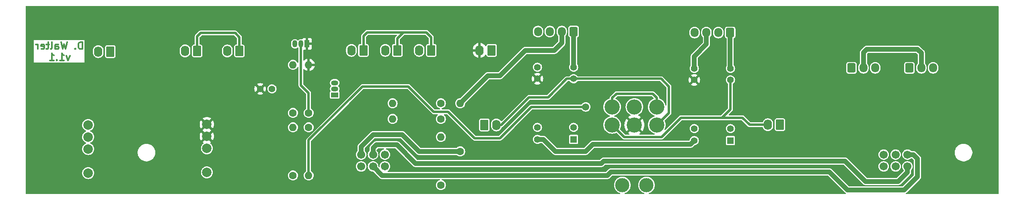
<source format=gbr>
%TF.GenerationSoftware,KiCad,Pcbnew,8.0.8*%
%TF.CreationDate,2025-02-07T22:00:29+01:00*%
%TF.ProjectId,Regler,5265676c-6572-42e6-9b69-6361645f7063,1.1*%
%TF.SameCoordinates,Original*%
%TF.FileFunction,Copper,L2,Bot*%
%TF.FilePolarity,Positive*%
%FSLAX46Y46*%
G04 Gerber Fmt 4.6, Leading zero omitted, Abs format (unit mm)*
G04 Created by KiCad (PCBNEW 8.0.8) date 2025-02-07 22:00:29*
%MOMM*%
%LPD*%
G01*
G04 APERTURE LIST*
G04 Aperture macros list*
%AMRoundRect*
0 Rectangle with rounded corners*
0 $1 Rounding radius*
0 $2 $3 $4 $5 $6 $7 $8 $9 X,Y pos of 4 corners*
0 Add a 4 corners polygon primitive as box body*
4,1,4,$2,$3,$4,$5,$6,$7,$8,$9,$2,$3,0*
0 Add four circle primitives for the rounded corners*
1,1,$1+$1,$2,$3*
1,1,$1+$1,$4,$5*
1,1,$1+$1,$6,$7*
1,1,$1+$1,$8,$9*
0 Add four rect primitives between the rounded corners*
20,1,$1+$1,$2,$3,$4,$5,0*
20,1,$1+$1,$4,$5,$6,$7,0*
20,1,$1+$1,$6,$7,$8,$9,0*
20,1,$1+$1,$8,$9,$2,$3,0*%
G04 Aperture macros list end*
%ADD10C,0.300000*%
%TA.AperFunction,NonConductor*%
%ADD11C,0.300000*%
%TD*%
%TA.AperFunction,ComponentPad*%
%ADD12R,1.400000X1.400000*%
%TD*%
%TA.AperFunction,ComponentPad*%
%ADD13C,1.400000*%
%TD*%
%TA.AperFunction,ComponentPad*%
%ADD14RoundRect,0.250000X0.600000X0.725000X-0.600000X0.725000X-0.600000X-0.725000X0.600000X-0.725000X0*%
%TD*%
%TA.AperFunction,ComponentPad*%
%ADD15O,1.700000X1.950000*%
%TD*%
%TA.AperFunction,ComponentPad*%
%ADD16RoundRect,0.250000X-0.600000X-0.725000X0.600000X-0.725000X0.600000X0.725000X-0.600000X0.725000X0*%
%TD*%
%TA.AperFunction,ComponentPad*%
%ADD17RoundRect,0.250000X0.620000X0.845000X-0.620000X0.845000X-0.620000X-0.845000X0.620000X-0.845000X0*%
%TD*%
%TA.AperFunction,ComponentPad*%
%ADD18O,1.740000X2.190000*%
%TD*%
%TA.AperFunction,ComponentPad*%
%ADD19C,2.000000*%
%TD*%
%TA.AperFunction,ComponentPad*%
%ADD20RoundRect,0.250000X0.620000X0.850000X-0.620000X0.850000X-0.620000X-0.850000X0.620000X-0.850000X0*%
%TD*%
%TA.AperFunction,ComponentPad*%
%ADD21O,1.740000X2.200000*%
%TD*%
%TA.AperFunction,ComponentPad*%
%ADD22C,1.600000*%
%TD*%
%TA.AperFunction,ComponentPad*%
%ADD23O,1.600000X1.600000*%
%TD*%
%TA.AperFunction,ComponentPad*%
%ADD24C,1.701800*%
%TD*%
%TA.AperFunction,ComponentPad*%
%ADD25R,1.500000X1.050000*%
%TD*%
%TA.AperFunction,ComponentPad*%
%ADD26O,1.500000X1.050000*%
%TD*%
%TA.AperFunction,ComponentPad*%
%ADD27C,3.000000*%
%TD*%
%TA.AperFunction,ComponentPad*%
%ADD28C,3.200000*%
%TD*%
%TA.AperFunction,ComponentPad*%
%ADD29R,1.050000X1.500000*%
%TD*%
%TA.AperFunction,ComponentPad*%
%ADD30O,1.050000X1.500000*%
%TD*%
%TA.AperFunction,ComponentPad*%
%ADD31RoundRect,0.250000X-0.620000X-0.845000X0.620000X-0.845000X0.620000X0.845000X-0.620000X0.845000X0*%
%TD*%
%TA.AperFunction,ViaPad*%
%ADD32C,1.500000*%
%TD*%
%TA.AperFunction,Conductor*%
%ADD33C,1.000000*%
%TD*%
%TA.AperFunction,Conductor*%
%ADD34C,0.500000*%
%TD*%
G04 APERTURE END LIST*
D10*
D11*
X53299714Y-82782870D02*
X53299714Y-81282870D01*
X53299714Y-81282870D02*
X52942571Y-81282870D01*
X52942571Y-81282870D02*
X52728285Y-81354299D01*
X52728285Y-81354299D02*
X52585428Y-81497156D01*
X52585428Y-81497156D02*
X52513999Y-81640013D01*
X52513999Y-81640013D02*
X52442571Y-81925727D01*
X52442571Y-81925727D02*
X52442571Y-82140013D01*
X52442571Y-82140013D02*
X52513999Y-82425727D01*
X52513999Y-82425727D02*
X52585428Y-82568584D01*
X52585428Y-82568584D02*
X52728285Y-82711442D01*
X52728285Y-82711442D02*
X52942571Y-82782870D01*
X52942571Y-82782870D02*
X53299714Y-82782870D01*
X51799714Y-82640013D02*
X51728285Y-82711442D01*
X51728285Y-82711442D02*
X51799714Y-82782870D01*
X51799714Y-82782870D02*
X51871142Y-82711442D01*
X51871142Y-82711442D02*
X51799714Y-82640013D01*
X51799714Y-82640013D02*
X51799714Y-82782870D01*
X50085428Y-81282870D02*
X49728285Y-82782870D01*
X49728285Y-82782870D02*
X49442571Y-81711442D01*
X49442571Y-81711442D02*
X49156856Y-82782870D01*
X49156856Y-82782870D02*
X48799714Y-81282870D01*
X47585428Y-82782870D02*
X47585428Y-81997156D01*
X47585428Y-81997156D02*
X47656856Y-81854299D01*
X47656856Y-81854299D02*
X47799713Y-81782870D01*
X47799713Y-81782870D02*
X48085428Y-81782870D01*
X48085428Y-81782870D02*
X48228285Y-81854299D01*
X47585428Y-82711442D02*
X47728285Y-82782870D01*
X47728285Y-82782870D02*
X48085428Y-82782870D01*
X48085428Y-82782870D02*
X48228285Y-82711442D01*
X48228285Y-82711442D02*
X48299713Y-82568584D01*
X48299713Y-82568584D02*
X48299713Y-82425727D01*
X48299713Y-82425727D02*
X48228285Y-82282870D01*
X48228285Y-82282870D02*
X48085428Y-82211442D01*
X48085428Y-82211442D02*
X47728285Y-82211442D01*
X47728285Y-82211442D02*
X47585428Y-82140013D01*
X46656856Y-82782870D02*
X46799713Y-82711442D01*
X46799713Y-82711442D02*
X46871142Y-82568584D01*
X46871142Y-82568584D02*
X46871142Y-81282870D01*
X46299713Y-81782870D02*
X45728285Y-81782870D01*
X46085428Y-81282870D02*
X46085428Y-82568584D01*
X46085428Y-82568584D02*
X46013999Y-82711442D01*
X46013999Y-82711442D02*
X45871142Y-82782870D01*
X45871142Y-82782870D02*
X45728285Y-82782870D01*
X44656856Y-82711442D02*
X44799713Y-82782870D01*
X44799713Y-82782870D02*
X45085428Y-82782870D01*
X45085428Y-82782870D02*
X45228285Y-82711442D01*
X45228285Y-82711442D02*
X45299713Y-82568584D01*
X45299713Y-82568584D02*
X45299713Y-81997156D01*
X45299713Y-81997156D02*
X45228285Y-81854299D01*
X45228285Y-81854299D02*
X45085428Y-81782870D01*
X45085428Y-81782870D02*
X44799713Y-81782870D01*
X44799713Y-81782870D02*
X44656856Y-81854299D01*
X44656856Y-81854299D02*
X44585428Y-81997156D01*
X44585428Y-81997156D02*
X44585428Y-82140013D01*
X44585428Y-82140013D02*
X45299713Y-82282870D01*
X43942571Y-82782870D02*
X43942571Y-81782870D01*
X43942571Y-82068584D02*
X43871142Y-81925727D01*
X43871142Y-81925727D02*
X43799714Y-81854299D01*
X43799714Y-81854299D02*
X43656856Y-81782870D01*
X43656856Y-81782870D02*
X43513999Y-81782870D01*
X50656856Y-84197786D02*
X50299713Y-85197786D01*
X50299713Y-85197786D02*
X49942570Y-84197786D01*
X48585427Y-85197786D02*
X49442570Y-85197786D01*
X49013999Y-85197786D02*
X49013999Y-83697786D01*
X49013999Y-83697786D02*
X49156856Y-83912072D01*
X49156856Y-83912072D02*
X49299713Y-84054929D01*
X49299713Y-84054929D02*
X49442570Y-84126358D01*
X47942571Y-85054929D02*
X47871142Y-85126358D01*
X47871142Y-85126358D02*
X47942571Y-85197786D01*
X47942571Y-85197786D02*
X48013999Y-85126358D01*
X48013999Y-85126358D02*
X47942571Y-85054929D01*
X47942571Y-85054929D02*
X47942571Y-85197786D01*
X46442570Y-85197786D02*
X47299713Y-85197786D01*
X46871142Y-85197786D02*
X46871142Y-83697786D01*
X46871142Y-83697786D02*
X47013999Y-83912072D01*
X47013999Y-83912072D02*
X47156856Y-84054929D01*
X47156856Y-84054929D02*
X47299713Y-84126358D01*
D12*
X156718000Y-101854000D03*
D13*
X156718000Y-99314000D03*
X156718000Y-89054000D03*
X156718000Y-86614000D03*
X149098000Y-86614000D03*
X149098000Y-89054000D03*
X149098000Y-99314000D03*
X149098000Y-101854000D03*
D12*
X189738000Y-102108000D03*
D13*
X189738000Y-99568000D03*
X189738000Y-89308000D03*
X189738000Y-86868000D03*
X182118000Y-86868000D03*
X182118000Y-89308000D03*
X182118000Y-99568000D03*
X182118000Y-102108000D03*
D14*
X156718000Y-79086000D03*
D15*
X154218000Y-79086000D03*
X151718000Y-79086000D03*
X149218000Y-79086000D03*
D14*
X189678000Y-79294000D03*
D15*
X187178000Y-79294000D03*
X184678000Y-79294000D03*
X182178000Y-79294000D03*
D16*
X227410000Y-86741000D03*
D15*
X229910000Y-86741000D03*
X232410000Y-86741000D03*
D16*
X215218000Y-86741000D03*
D15*
X217718000Y-86741000D03*
X220218000Y-86741000D03*
D17*
X77470000Y-83165000D03*
D18*
X74930000Y-83165000D03*
D17*
X59182000Y-83312000D03*
D18*
X56642000Y-83312000D03*
D19*
X79519200Y-108825000D03*
X79519200Y-103745000D03*
X79519200Y-101205000D03*
X79519200Y-98665000D03*
X54519200Y-108966000D03*
X54519200Y-103886000D03*
X54519200Y-101346000D03*
X54519200Y-98806000D03*
D17*
X86360000Y-83185000D03*
D18*
X83820000Y-83185000D03*
D20*
X139446000Y-83058000D03*
D21*
X136906000Y-83058000D03*
D22*
X128778000Y-94234000D03*
D23*
X118618000Y-94234000D03*
D24*
X111996000Y-107569000D03*
X114496000Y-107569000D03*
X116996000Y-107569000D03*
X111996000Y-105069000D03*
X114496000Y-105069000D03*
X116996000Y-105069000D03*
D22*
X97642000Y-96266000D03*
D23*
X97642000Y-86106000D03*
D17*
X126746000Y-83058000D03*
D18*
X124206000Y-83058000D03*
D25*
X106426000Y-92456000D03*
D26*
X106426000Y-91186000D03*
X106426000Y-89916000D03*
D17*
X119616000Y-83058000D03*
D18*
X117076000Y-83058000D03*
D22*
X100944000Y-96266000D03*
D23*
X100944000Y-86106000D03*
D13*
X93218000Y-91186000D03*
X90718000Y-91186000D03*
D27*
X172059200Y-111506000D03*
X166979200Y-111506000D03*
D28*
X174219200Y-98806000D03*
X169519200Y-98806000D03*
X164819200Y-98806000D03*
X174219200Y-94996000D03*
X169519200Y-94996000D03*
X164819200Y-94996000D03*
D22*
X97642000Y-109474000D03*
D23*
X97642000Y-99314000D03*
D22*
X128778000Y-97536000D03*
D23*
X118618000Y-97536000D03*
D29*
X100584000Y-81682000D03*
D30*
X99314000Y-81682000D03*
X98044000Y-81682000D03*
D22*
X128778000Y-111506000D03*
D23*
X128778000Y-101346000D03*
D17*
X200152000Y-98766000D03*
D18*
X197612000Y-98766000D03*
D31*
X137922000Y-98806000D03*
D18*
X140462000Y-98806000D03*
D22*
X100944000Y-99314000D03*
D23*
X100944000Y-109474000D03*
D24*
X221996000Y-107569000D03*
X224496000Y-107569000D03*
X226996000Y-107569000D03*
X221996000Y-105069000D03*
X224496000Y-105069000D03*
X226996000Y-105069000D03*
D17*
X112486000Y-83058000D03*
D18*
X109946000Y-83058000D03*
D22*
X132842000Y-104394000D03*
D23*
X132842000Y-94234000D03*
D32*
X66802000Y-111506000D03*
X214376000Y-109728000D03*
X224536000Y-79248000D03*
X199898000Y-86868000D03*
X159766000Y-100076000D03*
X46228000Y-111506000D03*
X178562000Y-94234000D03*
X155448000Y-111506000D03*
X240538000Y-79502000D03*
X192786000Y-101092000D03*
X223012000Y-91948000D03*
X153924000Y-97790000D03*
X193802000Y-86868000D03*
X207772000Y-86868000D03*
X176784000Y-86868000D03*
X228092000Y-99314000D03*
X199898000Y-79502000D03*
X143764000Y-78994000D03*
X128270000Y-89916000D03*
X91948000Y-99314000D03*
X186944000Y-111506000D03*
X185674000Y-100076000D03*
X170434000Y-79248000D03*
X207518000Y-101092000D03*
X214122000Y-79502000D03*
X215646000Y-97536000D03*
X240284000Y-86868000D03*
X66802000Y-86868000D03*
X144018000Y-111506000D03*
X91694000Y-79502000D03*
X88392000Y-104648000D03*
X185674000Y-86868000D03*
X46228000Y-96012000D03*
X144526000Y-103378000D03*
X66802000Y-79502000D03*
X170434000Y-86868000D03*
X207264000Y-79248000D03*
X162306000Y-86868000D03*
X207518000Y-111506000D03*
X152654000Y-86868000D03*
X176784000Y-79248000D03*
X66802000Y-96012000D03*
X92456000Y-111506000D03*
X112014000Y-111506000D03*
X144780000Y-90424000D03*
X238760000Y-111506000D03*
X220218000Y-98552000D03*
X178562000Y-100076000D03*
X240284000Y-95758000D03*
X118618000Y-105918000D03*
X162306000Y-79248000D03*
X159257998Y-94995998D03*
D33*
X225044000Y-110744000D02*
X226996000Y-108792000D01*
X213868000Y-106426000D02*
X218186000Y-110744000D01*
X162560000Y-106934000D02*
X163068000Y-106426000D01*
X114496000Y-103690000D02*
X115189000Y-102997000D01*
X123444000Y-106934000D02*
X162560000Y-106934000D01*
X114496000Y-105069000D02*
X114496000Y-103690000D01*
X115189000Y-102997000D02*
X119507000Y-102997000D01*
X163068000Y-106426000D02*
X213868000Y-106426000D01*
X226996000Y-108792000D02*
X226996000Y-107569000D01*
X218186000Y-110744000D02*
X225044000Y-110744000D01*
X119507000Y-102997000D02*
X123444000Y-106934000D01*
X156718000Y-86614000D02*
X156718000Y-79086000D01*
X189678000Y-79294000D02*
X189678000Y-86808000D01*
X184678000Y-81768000D02*
X182118000Y-84328000D01*
X182118000Y-84328000D02*
X182118000Y-86868000D01*
X184678000Y-79294000D02*
X184678000Y-81768000D01*
D34*
X77470000Y-80137000D02*
X77470000Y-83165000D01*
X86360000Y-83185000D02*
X86360000Y-80264000D01*
X86360000Y-80264000D02*
X85471000Y-79375000D01*
X85471000Y-79375000D02*
X78232000Y-79375000D01*
X78232000Y-79375000D02*
X77470000Y-80137000D01*
X151384000Y-92964000D02*
X147320000Y-92964000D01*
X176784000Y-96266000D02*
X176759200Y-96266000D01*
X156718000Y-89054000D02*
X175160000Y-89054000D01*
X175160000Y-89054000D02*
X176784000Y-90678000D01*
X141478000Y-98806000D02*
X140462000Y-98806000D01*
X176784000Y-90678000D02*
X176784000Y-96266000D01*
X156718000Y-89054000D02*
X155294000Y-89054000D01*
X155294000Y-89054000D02*
X151384000Y-92964000D01*
X176759200Y-96266000D02*
X174219200Y-98806000D01*
X147320000Y-92964000D02*
X141478000Y-98806000D01*
X193762000Y-98766000D02*
X197612000Y-98766000D01*
X189738000Y-95504000D02*
X187960000Y-97282000D01*
X167359200Y-101346000D02*
X164819200Y-98806000D01*
X192278000Y-97282000D02*
X193762000Y-98766000D01*
X175260000Y-101346000D02*
X167359200Y-101346000D01*
X187960000Y-97282000D02*
X192278000Y-97282000D01*
X187960000Y-97282000D02*
X179324000Y-97282000D01*
X179324000Y-97282000D02*
X175260000Y-101346000D01*
X189738000Y-89308000D02*
X189738000Y-95504000D01*
D33*
X120650000Y-100838000D02*
X124206000Y-104394000D01*
X114554000Y-100838000D02*
X120650000Y-100838000D01*
X111996000Y-105069000D02*
X111996000Y-103396000D01*
X124206000Y-104394000D02*
X132842000Y-104394000D01*
X111996000Y-103396000D02*
X114554000Y-100838000D01*
X159258000Y-104394000D02*
X152908000Y-104394000D01*
X152908000Y-104394000D02*
X150368000Y-101854000D01*
X160782000Y-102870000D02*
X159258000Y-104394000D01*
X150368000Y-101854000D02*
X149098000Y-101854000D01*
X182118000Y-102108000D02*
X181356000Y-102870000D01*
X181356000Y-102870000D02*
X160782000Y-102870000D01*
X217718000Y-83526000D02*
X218440000Y-82804000D01*
X229108000Y-82804000D02*
X229910000Y-83606000D01*
X217718000Y-86741000D02*
X217718000Y-83526000D01*
X152654000Y-83058000D02*
X146558000Y-83058000D01*
X138684000Y-88392000D02*
X132842000Y-94234000D01*
X141224000Y-88392000D02*
X138684000Y-88392000D01*
X154218000Y-81494000D02*
X152654000Y-83058000D01*
X146558000Y-83058000D02*
X141224000Y-88392000D01*
X218440000Y-82804000D02*
X229108000Y-82804000D01*
X154218000Y-79086000D02*
X154218000Y-81494000D01*
X229910000Y-83606000D02*
X229910000Y-86741000D01*
X214376000Y-112522000D02*
X210566000Y-108712000D01*
X210566000Y-108712000D02*
X164592000Y-108712000D01*
X163830000Y-109474000D02*
X116401000Y-109474000D01*
X116401000Y-109474000D02*
X114496000Y-107569000D01*
X226314000Y-112522000D02*
X214376000Y-112522000D01*
X164592000Y-108712000D02*
X163830000Y-109474000D01*
X226996000Y-105069000D02*
X228259000Y-105069000D01*
X229108000Y-109728000D02*
X226314000Y-112522000D01*
X229108000Y-105918000D02*
X229108000Y-109728000D01*
X228259000Y-105069000D02*
X229108000Y-105918000D01*
D34*
X112486000Y-82078000D02*
X112522000Y-82042000D01*
X113284000Y-79248000D02*
X120904000Y-79248000D01*
X119616000Y-83058000D02*
X119616000Y-80536000D01*
X120904000Y-79248000D02*
X125730000Y-79248000D01*
X112486000Y-83058000D02*
X112486000Y-82078000D01*
X112522000Y-80010000D02*
X113284000Y-79248000D01*
X119616000Y-80536000D02*
X120904000Y-79248000D01*
X112522000Y-82042000D02*
X112522000Y-80010000D01*
X125730000Y-79248000D02*
X126746000Y-80264000D01*
X126746000Y-80264000D02*
X126746000Y-83058000D01*
X99314000Y-81682000D02*
X99314000Y-90424000D01*
X100944000Y-92054000D02*
X100944000Y-96266000D01*
X99314000Y-90424000D02*
X100944000Y-92054000D01*
X164819200Y-94996000D02*
X164819200Y-93117800D01*
X130302000Y-96012000D02*
X135890000Y-101600000D01*
X100944000Y-109474000D02*
X100944000Y-102002000D01*
X147828002Y-94995998D02*
X159257998Y-94995998D01*
X173355000Y-92202000D02*
X174219200Y-93066200D01*
X165735000Y-92202000D02*
X173355000Y-92202000D01*
X121920000Y-90678000D02*
X127254000Y-96012000D01*
X127254000Y-96012000D02*
X130302000Y-96012000D01*
X135890000Y-101600000D02*
X141224000Y-101600000D01*
X164819200Y-93117800D02*
X165735000Y-92202000D01*
X100944000Y-102002000D02*
X112268000Y-90678000D01*
X112268000Y-90678000D02*
X121920000Y-90678000D01*
X141224000Y-101600000D02*
X147828002Y-94995998D01*
X174219200Y-93066200D02*
X174219200Y-94996000D01*
%TA.AperFunction,Conductor*%
G36*
X173161960Y-92726502D02*
G01*
X173182934Y-92743405D01*
X173524864Y-93085335D01*
X173558890Y-93147647D01*
X173553825Y-93218462D01*
X173511278Y-93275298D01*
X173479805Y-93292484D01*
X173446853Y-93304775D01*
X173446846Y-93304778D01*
X173214021Y-93431910D01*
X173001657Y-93590883D01*
X173001648Y-93590891D01*
X172814091Y-93778448D01*
X172814083Y-93778457D01*
X172655110Y-93990821D01*
X172527979Y-94223643D01*
X172435274Y-94472195D01*
X172378886Y-94731406D01*
X172359963Y-94996000D01*
X172378886Y-95260593D01*
X172432598Y-95507500D01*
X172435275Y-95519808D01*
X172454152Y-95570419D01*
X172527979Y-95768356D01*
X172578298Y-95860508D01*
X172655110Y-96001179D01*
X172698610Y-96059288D01*
X172814083Y-96213542D01*
X172814091Y-96213551D01*
X173001648Y-96401108D01*
X173001657Y-96401116D01*
X173001659Y-96401118D01*
X173214021Y-96560090D01*
X173446845Y-96687221D01*
X173695392Y-96779925D01*
X173695399Y-96779926D01*
X173695406Y-96779929D01*
X173696014Y-96780108D01*
X173696192Y-96780222D01*
X173699609Y-96781497D01*
X173699331Y-96782240D01*
X173755736Y-96818498D01*
X173785221Y-96883082D01*
X173775110Y-96953355D01*
X173728611Y-97007006D01*
X173699528Y-97020287D01*
X173699609Y-97020503D01*
X173696589Y-97021629D01*
X173696014Y-97021892D01*
X173695406Y-97022070D01*
X173695393Y-97022074D01*
X173695392Y-97022075D01*
X173638443Y-97043315D01*
X173446843Y-97114779D01*
X173214021Y-97241910D01*
X173001657Y-97400883D01*
X173001648Y-97400891D01*
X172814091Y-97588448D01*
X172814083Y-97588457D01*
X172655110Y-97800821D01*
X172527979Y-98033643D01*
X172435274Y-98282195D01*
X172378886Y-98541406D01*
X172359963Y-98806000D01*
X172378886Y-99070593D01*
X172415021Y-99236700D01*
X172435275Y-99329808D01*
X172454326Y-99380885D01*
X172527979Y-99578356D01*
X172572157Y-99659262D01*
X172655110Y-99811179D01*
X172814082Y-100023541D01*
X172814083Y-100023542D01*
X172814091Y-100023551D01*
X173001648Y-100211108D01*
X173001657Y-100211116D01*
X173001659Y-100211118D01*
X173214021Y-100370090D01*
X173446845Y-100497221D01*
X173695392Y-100589925D01*
X173697545Y-100590393D01*
X173706674Y-100592380D01*
X173768987Y-100626405D01*
X173803012Y-100688717D01*
X173797947Y-100759533D01*
X173755400Y-100816368D01*
X173688880Y-100841179D01*
X173679891Y-100841500D01*
X170678755Y-100841500D01*
X170610634Y-100821498D01*
X170564141Y-100767842D01*
X170554037Y-100697568D01*
X170583531Y-100632988D01*
X170613287Y-100607843D01*
X170737690Y-100532191D01*
X170819567Y-100465578D01*
X170819567Y-100465577D01*
X169970758Y-99616767D01*
X170108853Y-99524495D01*
X170237695Y-99395653D01*
X170329967Y-99257558D01*
X171180411Y-100108002D01*
X171180412Y-100108001D01*
X171324519Y-99903850D01*
X171324528Y-99903835D01*
X171457197Y-99647798D01*
X171553772Y-99376062D01*
X171553774Y-99376054D01*
X171612446Y-99093702D01*
X171612447Y-99093696D01*
X171632126Y-98806004D01*
X171632126Y-98805995D01*
X171612447Y-98518303D01*
X171612446Y-98518297D01*
X171553774Y-98235945D01*
X171553772Y-98235937D01*
X171457197Y-97964201D01*
X171324527Y-97708163D01*
X171324524Y-97708157D01*
X171180411Y-97503997D01*
X170329967Y-98354441D01*
X170237695Y-98216347D01*
X170108853Y-98087505D01*
X169970758Y-97995232D01*
X170819568Y-97146422D01*
X170819567Y-97146421D01*
X170737685Y-97079805D01*
X170491274Y-96929959D01*
X170368798Y-96876760D01*
X170314286Y-96831275D01*
X170293019Y-96763538D01*
X170311749Y-96695057D01*
X170358608Y-96650606D01*
X170524379Y-96560090D01*
X170736741Y-96401118D01*
X170924318Y-96213541D01*
X171083290Y-96001179D01*
X171210421Y-95768355D01*
X171303125Y-95519808D01*
X171359513Y-95260597D01*
X171378437Y-94996000D01*
X171359513Y-94731403D01*
X171303125Y-94472192D01*
X171210421Y-94223645D01*
X171083290Y-93990821D01*
X170924318Y-93778459D01*
X170924316Y-93778457D01*
X170924308Y-93778448D01*
X170736751Y-93590891D01*
X170736742Y-93590883D01*
X170736741Y-93590882D01*
X170524379Y-93431910D01*
X170379816Y-93352973D01*
X170291556Y-93304779D01*
X170158241Y-93255055D01*
X170043008Y-93212075D01*
X170043004Y-93212074D01*
X169783793Y-93155686D01*
X169519200Y-93136763D01*
X169254606Y-93155686D01*
X168995395Y-93212074D01*
X168746843Y-93304779D01*
X168514021Y-93431910D01*
X168301657Y-93590883D01*
X168301648Y-93590891D01*
X168114091Y-93778448D01*
X168114083Y-93778457D01*
X167955110Y-93990821D01*
X167827979Y-94223643D01*
X167735274Y-94472195D01*
X167678886Y-94731406D01*
X167659963Y-94996000D01*
X167678886Y-95260593D01*
X167732598Y-95507500D01*
X167735275Y-95519808D01*
X167754152Y-95570419D01*
X167827979Y-95768356D01*
X167878298Y-95860508D01*
X167955110Y-96001179D01*
X167998610Y-96059288D01*
X168114083Y-96213542D01*
X168114091Y-96213551D01*
X168301648Y-96401108D01*
X168301657Y-96401116D01*
X168301659Y-96401118D01*
X168514021Y-96560090D01*
X168679788Y-96650605D01*
X168729989Y-96700806D01*
X168745081Y-96770180D01*
X168720271Y-96836701D01*
X168669601Y-96876760D01*
X168547122Y-96929960D01*
X168300717Y-97079802D01*
X168218831Y-97146421D01*
X168218830Y-97146421D01*
X169067641Y-97995232D01*
X168929547Y-98087505D01*
X168800705Y-98216347D01*
X168708432Y-98354441D01*
X167857987Y-97503996D01*
X167713874Y-97708160D01*
X167713872Y-97708163D01*
X167581202Y-97964201D01*
X167484627Y-98235937D01*
X167484625Y-98235945D01*
X167425953Y-98518297D01*
X167425952Y-98518303D01*
X167406274Y-98805995D01*
X167406274Y-98806004D01*
X167425952Y-99093696D01*
X167425953Y-99093702D01*
X167484625Y-99376054D01*
X167484627Y-99376062D01*
X167581202Y-99647798D01*
X167713872Y-99903836D01*
X167713876Y-99903842D01*
X167857987Y-100108002D01*
X168708432Y-99257557D01*
X168800705Y-99395653D01*
X168929547Y-99524495D01*
X169067641Y-99616766D01*
X168218830Y-100465577D01*
X168300714Y-100532194D01*
X168425113Y-100607843D01*
X168472924Y-100660328D01*
X168484769Y-100730329D01*
X168456889Y-100795622D01*
X168398134Y-100835477D01*
X168359645Y-100841500D01*
X167620360Y-100841500D01*
X167552239Y-100821498D01*
X167531265Y-100804595D01*
X166504574Y-99777903D01*
X166470548Y-99715591D01*
X166475613Y-99644775D01*
X166483082Y-99628422D01*
X166487481Y-99620366D01*
X166510421Y-99578355D01*
X166603125Y-99329808D01*
X166659513Y-99070597D01*
X166678437Y-98806000D01*
X166659513Y-98541403D01*
X166603125Y-98282192D01*
X166510421Y-98033645D01*
X166383290Y-97800821D01*
X166224318Y-97588459D01*
X166224316Y-97588457D01*
X166224308Y-97588448D01*
X166036751Y-97400891D01*
X166036742Y-97400883D01*
X165941094Y-97329282D01*
X165824379Y-97241910D01*
X165694443Y-97170960D01*
X165591556Y-97114779D01*
X165497779Y-97079802D01*
X165343008Y-97022075D01*
X165343002Y-97022073D01*
X165342995Y-97022071D01*
X165342392Y-97021894D01*
X165342214Y-97021779D01*
X165338791Y-97020503D01*
X165339068Y-97019758D01*
X165282668Y-96983507D01*
X165253178Y-96918925D01*
X165263286Y-96848651D01*
X165309782Y-96794998D01*
X165338871Y-96781713D01*
X165338791Y-96781497D01*
X165341819Y-96780367D01*
X165342392Y-96780106D01*
X165342995Y-96779928D01*
X165342996Y-96779927D01*
X165343008Y-96779925D01*
X165591555Y-96687221D01*
X165824379Y-96560090D01*
X166036741Y-96401118D01*
X166224318Y-96213541D01*
X166383290Y-96001179D01*
X166510421Y-95768355D01*
X166603125Y-95519808D01*
X166659513Y-95260597D01*
X166678437Y-94996000D01*
X166659513Y-94731403D01*
X166603125Y-94472192D01*
X166510421Y-94223645D01*
X166383290Y-93990821D01*
X166224318Y-93778459D01*
X166224316Y-93778457D01*
X166224308Y-93778448D01*
X166036751Y-93590891D01*
X166036742Y-93590883D01*
X166036741Y-93590882D01*
X165824379Y-93431910D01*
X165591555Y-93304779D01*
X165591551Y-93304777D01*
X165591543Y-93304773D01*
X165587835Y-93303079D01*
X165534184Y-93256581D01*
X165514189Y-93188458D01*
X165534198Y-93120340D01*
X165551088Y-93099381D01*
X165907067Y-92743404D01*
X165969379Y-92709379D01*
X165996162Y-92706500D01*
X173093839Y-92706500D01*
X173161960Y-92726502D01*
G37*
%TD.AperFunction*%
%TA.AperFunction,Conductor*%
G36*
X246141621Y-73680002D02*
G01*
X246188114Y-73733658D01*
X246199500Y-73786000D01*
X246199500Y-113285000D01*
X246179498Y-113353121D01*
X246125842Y-113399614D01*
X246073500Y-113411000D01*
X226756948Y-113411000D01*
X226688827Y-113390998D01*
X226642334Y-113337342D01*
X226632230Y-113267068D01*
X226661724Y-113202488D01*
X226686946Y-113180235D01*
X226794966Y-113108059D01*
X229578592Y-110324430D01*
X229578601Y-110324424D01*
X229694052Y-110208973D01*
X229694059Y-110208966D01*
X229776629Y-110085390D01*
X229776630Y-110085389D01*
X229819331Y-109982298D01*
X229833505Y-109948080D01*
X229847148Y-109879492D01*
X229862501Y-109802312D01*
X229862501Y-109653688D01*
X229862501Y-109648496D01*
X229862500Y-109648470D01*
X229862500Y-105843689D01*
X229862499Y-105843685D01*
X229861755Y-105839943D01*
X229833505Y-105697920D01*
X229776629Y-105560610D01*
X229694059Y-105437034D01*
X229694057Y-105437032D01*
X229694052Y-105437026D01*
X229584571Y-105327545D01*
X229584560Y-105327535D01*
X228783734Y-104526709D01*
X236951500Y-104526709D01*
X236951500Y-104769290D01*
X236983160Y-105009782D01*
X237045944Y-105244095D01*
X237045945Y-105244097D01*
X237045946Y-105244100D01*
X237138776Y-105468212D01*
X237138777Y-105468213D01*
X237138782Y-105468224D01*
X237260061Y-105678285D01*
X237260063Y-105678288D01*
X237260064Y-105678289D01*
X237407735Y-105870738D01*
X237407739Y-105870742D01*
X237407744Y-105870748D01*
X237579251Y-106042255D01*
X237579256Y-106042259D01*
X237579262Y-106042265D01*
X237754359Y-106176621D01*
X237771714Y-106189938D01*
X237981775Y-106311217D01*
X237981779Y-106311218D01*
X237981788Y-106311224D01*
X238205900Y-106404054D01*
X238440211Y-106466838D01*
X238440215Y-106466838D01*
X238440217Y-106466839D01*
X238502202Y-106474999D01*
X238680712Y-106498500D01*
X238680719Y-106498500D01*
X238923281Y-106498500D01*
X238923288Y-106498500D01*
X239140637Y-106469885D01*
X239163782Y-106466839D01*
X239163782Y-106466838D01*
X239163789Y-106466838D01*
X239398100Y-106404054D01*
X239622212Y-106311224D01*
X239832289Y-106189936D01*
X240024738Y-106042265D01*
X240196265Y-105870738D01*
X240343936Y-105678289D01*
X240465224Y-105468212D01*
X240558054Y-105244100D01*
X240620838Y-105009789D01*
X240652500Y-104769288D01*
X240652500Y-104526712D01*
X240620838Y-104286211D01*
X240558054Y-104051900D01*
X240465224Y-103827788D01*
X240465218Y-103827779D01*
X240465217Y-103827775D01*
X240343938Y-103617714D01*
X240342384Y-103615689D01*
X240196265Y-103425262D01*
X240196259Y-103425256D01*
X240196255Y-103425251D01*
X240024748Y-103253744D01*
X240024742Y-103253739D01*
X240024738Y-103253735D01*
X239832289Y-103106064D01*
X239832288Y-103106063D01*
X239832285Y-103106061D01*
X239622224Y-102984782D01*
X239622216Y-102984778D01*
X239622212Y-102984776D01*
X239398100Y-102891946D01*
X239398097Y-102891945D01*
X239398095Y-102891944D01*
X239163782Y-102829160D01*
X238923290Y-102797500D01*
X238923288Y-102797500D01*
X238680712Y-102797500D01*
X238680709Y-102797500D01*
X238440217Y-102829160D01*
X238205904Y-102891944D01*
X238205900Y-102891946D01*
X238134966Y-102921328D01*
X237981786Y-102984777D01*
X237981775Y-102984782D01*
X237771714Y-103106061D01*
X237579262Y-103253735D01*
X237579251Y-103253744D01*
X237407744Y-103425251D01*
X237407735Y-103425262D01*
X237260061Y-103617714D01*
X237138782Y-103827775D01*
X237138777Y-103827786D01*
X237138776Y-103827788D01*
X237114664Y-103886000D01*
X237045946Y-104051900D01*
X237045944Y-104051904D01*
X236983160Y-104286217D01*
X236951500Y-104526709D01*
X228783734Y-104526709D01*
X228739970Y-104482945D01*
X228739969Y-104482944D01*
X228739966Y-104482941D01*
X228616389Y-104400370D01*
X228535955Y-104367053D01*
X228479083Y-104343496D01*
X228479082Y-104343495D01*
X228462956Y-104340287D01*
X228454894Y-104338684D01*
X228454893Y-104338683D01*
X228366526Y-104321106D01*
X228333312Y-104314499D01*
X228184688Y-104314499D01*
X228178475Y-104314499D01*
X228178455Y-104314500D01*
X227857967Y-104314500D01*
X227789846Y-104294498D01*
X227773081Y-104281615D01*
X227665005Y-104183091D01*
X227665004Y-104183090D01*
X227490841Y-104075253D01*
X227490822Y-104075243D01*
X227299810Y-104001245D01*
X227299806Y-104001244D01*
X227299803Y-104001243D01*
X227098430Y-103963600D01*
X226893570Y-103963600D01*
X226692197Y-104001243D01*
X226692193Y-104001244D01*
X226692190Y-104001245D01*
X226692189Y-104001245D01*
X226501177Y-104075243D01*
X226501158Y-104075253D01*
X226326995Y-104183090D01*
X226326994Y-104183091D01*
X226175598Y-104321106D01*
X226052144Y-104484587D01*
X225960826Y-104667978D01*
X225904766Y-104865009D01*
X225885864Y-105069000D01*
X225904766Y-105272990D01*
X225960826Y-105470021D01*
X225960829Y-105470027D01*
X226052143Y-105653411D01*
X226065803Y-105671500D01*
X226175598Y-105816893D01*
X226326994Y-105954908D01*
X226326995Y-105954909D01*
X226501158Y-106062746D01*
X226501162Y-106062748D01*
X226501170Y-106062753D01*
X226501174Y-106062754D01*
X226501177Y-106062756D01*
X226692189Y-106136754D01*
X226692197Y-106136757D01*
X226893570Y-106174400D01*
X226893573Y-106174400D01*
X227098427Y-106174400D01*
X227098430Y-106174400D01*
X227299803Y-106136757D01*
X227490830Y-106062753D01*
X227665006Y-105954908D01*
X227773081Y-105856385D01*
X227836898Y-105825274D01*
X227857967Y-105823500D01*
X227894284Y-105823500D01*
X227962405Y-105843502D01*
X227983379Y-105860404D01*
X228316595Y-106193619D01*
X228350620Y-106255932D01*
X228353500Y-106282715D01*
X228353500Y-107513144D01*
X228336239Y-107571927D01*
X228351156Y-107600663D01*
X228353500Y-107624855D01*
X228353500Y-109363285D01*
X228333498Y-109431406D01*
X228316595Y-109452380D01*
X226038380Y-111730595D01*
X225976068Y-111764621D01*
X225949285Y-111767500D01*
X214740714Y-111767500D01*
X214672593Y-111747498D01*
X214651619Y-111730595D01*
X212851700Y-109930676D01*
X211046966Y-108125941D01*
X210923389Y-108043370D01*
X210821885Y-108001326D01*
X210821878Y-108001323D01*
X210786087Y-107986497D01*
X210786082Y-107986496D01*
X210786080Y-107986495D01*
X210761894Y-107981684D01*
X210761893Y-107981683D01*
X210680645Y-107965522D01*
X210640312Y-107957499D01*
X210491688Y-107957499D01*
X210485475Y-107957499D01*
X210485455Y-107957500D01*
X164672545Y-107957500D01*
X164672525Y-107957499D01*
X164666312Y-107957499D01*
X164517688Y-107957499D01*
X164517687Y-107957499D01*
X164396105Y-107981683D01*
X164396105Y-107981684D01*
X164384012Y-107984089D01*
X164371919Y-107986495D01*
X164371918Y-107986495D01*
X164336114Y-108001325D01*
X164336115Y-108001326D01*
X164234612Y-108043369D01*
X164215371Y-108056226D01*
X164111035Y-108125940D01*
X164111029Y-108125945D01*
X163554380Y-108682595D01*
X163492068Y-108716621D01*
X163465285Y-108719500D01*
X117680519Y-108719500D01*
X117612398Y-108699498D01*
X117565905Y-108645842D01*
X117555801Y-108575568D01*
X117585295Y-108510988D01*
X117614186Y-108486373D01*
X117665006Y-108454908D01*
X117816400Y-108316894D01*
X117939857Y-108153411D01*
X118031171Y-107970027D01*
X118034736Y-107957500D01*
X118087233Y-107772990D01*
X118087232Y-107772990D01*
X118087234Y-107772987D01*
X118106136Y-107569000D01*
X118087234Y-107365013D01*
X118045236Y-107217405D01*
X118031173Y-107167978D01*
X118031171Y-107167973D01*
X117939857Y-106984589D01*
X117899274Y-106930849D01*
X117816401Y-106821106D01*
X117665005Y-106683091D01*
X117665004Y-106683090D01*
X117490841Y-106575253D01*
X117490822Y-106575243D01*
X117299810Y-106501245D01*
X117299806Y-106501244D01*
X117299803Y-106501243D01*
X117098430Y-106463600D01*
X116893570Y-106463600D01*
X116692197Y-106501243D01*
X116692193Y-106501244D01*
X116692190Y-106501245D01*
X116692189Y-106501245D01*
X116501177Y-106575243D01*
X116501158Y-106575253D01*
X116326995Y-106683090D01*
X116326994Y-106683091D01*
X116175598Y-106821106D01*
X116052144Y-106984587D01*
X115960826Y-107167978D01*
X115904766Y-107365009D01*
X115904766Y-107365013D01*
X115887751Y-107548642D01*
X115885864Y-107569004D01*
X115886636Y-107577338D01*
X115873002Y-107647013D01*
X115823863Y-107698256D01*
X115754820Y-107714798D01*
X115687794Y-107691386D01*
X115672078Y-107678053D01*
X115642708Y-107648683D01*
X115608682Y-107586371D01*
X115606340Y-107571213D01*
X115606135Y-107569005D01*
X115606136Y-107569000D01*
X115587234Y-107365013D01*
X115545236Y-107217405D01*
X115531173Y-107167978D01*
X115531171Y-107167973D01*
X115439857Y-106984589D01*
X115399274Y-106930849D01*
X115316401Y-106821106D01*
X115165005Y-106683091D01*
X115165004Y-106683090D01*
X114990841Y-106575253D01*
X114990822Y-106575243D01*
X114799810Y-106501245D01*
X114799806Y-106501244D01*
X114799803Y-106501243D01*
X114598430Y-106463600D01*
X114393570Y-106463600D01*
X114192197Y-106501243D01*
X114192193Y-106501244D01*
X114192190Y-106501245D01*
X114192189Y-106501245D01*
X114001177Y-106575243D01*
X114001158Y-106575253D01*
X113826995Y-106683090D01*
X113826994Y-106683091D01*
X113675598Y-106821106D01*
X113552144Y-106984587D01*
X113460826Y-107167978D01*
X113404766Y-107365009D01*
X113385864Y-107569000D01*
X113404766Y-107772990D01*
X113460826Y-107970021D01*
X113460829Y-107970027D01*
X113552143Y-108153411D01*
X113572434Y-108180280D01*
X113675598Y-108316893D01*
X113826994Y-108454908D01*
X113826995Y-108454909D01*
X114001158Y-108562746D01*
X114001162Y-108562748D01*
X114001170Y-108562753D01*
X114001174Y-108562754D01*
X114001177Y-108562756D01*
X114113645Y-108606326D01*
X114192197Y-108636757D01*
X114393570Y-108674400D01*
X114482185Y-108674400D01*
X114550306Y-108694402D01*
X114571280Y-108711305D01*
X115810530Y-109950554D01*
X115810551Y-109950577D01*
X115920029Y-110060055D01*
X115920033Y-110060058D01*
X115920034Y-110060059D01*
X115957945Y-110085390D01*
X116043611Y-110142630D01*
X116124045Y-110175946D01*
X116180920Y-110199505D01*
X116185731Y-110200461D01*
X116205106Y-110204316D01*
X116205109Y-110204316D01*
X116222809Y-110207836D01*
X116326688Y-110228501D01*
X116326691Y-110228501D01*
X116481525Y-110228501D01*
X116481545Y-110228500D01*
X128507291Y-110228500D01*
X128575412Y-110248502D01*
X128621905Y-110302158D01*
X128632009Y-110372432D01*
X128602515Y-110437012D01*
X128543867Y-110475074D01*
X128436642Y-110507600D01*
X128372507Y-110527055D01*
X128189313Y-110624974D01*
X128189313Y-110624975D01*
X128028747Y-110756747D01*
X127896975Y-110917313D01*
X127896974Y-110917313D01*
X127799055Y-111100507D01*
X127738756Y-111299288D01*
X127718398Y-111505996D01*
X127718398Y-111506003D01*
X127738756Y-111712711D01*
X127738757Y-111712717D01*
X127738758Y-111712718D01*
X127755376Y-111767500D01*
X127799055Y-111911492D01*
X127896974Y-112094686D01*
X128028747Y-112255252D01*
X128189313Y-112387024D01*
X128189313Y-112387025D01*
X128189317Y-112387027D01*
X128372508Y-112484945D01*
X128571282Y-112545242D01*
X128571286Y-112545242D01*
X128571288Y-112545243D01*
X128777997Y-112565602D01*
X128778000Y-112565602D01*
X128778003Y-112565602D01*
X128984711Y-112545243D01*
X128984712Y-112545242D01*
X128984718Y-112545242D01*
X129183492Y-112484945D01*
X129366683Y-112387027D01*
X129366684Y-112387025D01*
X129366686Y-112387025D01*
X129366686Y-112387024D01*
X129527252Y-112255252D01*
X129659027Y-112094683D01*
X129756945Y-111911492D01*
X129817242Y-111712718D01*
X129837602Y-111506000D01*
X129837602Y-111505996D01*
X129817243Y-111299288D01*
X129817242Y-111299286D01*
X129817242Y-111299282D01*
X129756945Y-111100508D01*
X129659027Y-110917317D01*
X129659025Y-110917313D01*
X129527252Y-110756747D01*
X129366686Y-110624975D01*
X129366686Y-110624974D01*
X129183492Y-110527055D01*
X129143366Y-110514883D01*
X129012132Y-110475074D01*
X128952752Y-110436160D01*
X128923837Y-110371318D01*
X128934567Y-110301137D01*
X128981536Y-110247899D01*
X129048709Y-110228500D01*
X163749455Y-110228500D01*
X163749475Y-110228501D01*
X163755688Y-110228501D01*
X163904308Y-110228501D01*
X163904312Y-110228501D01*
X164025894Y-110204315D01*
X164025894Y-110204316D01*
X164025898Y-110204314D01*
X164050080Y-110199505D01*
X164106955Y-110175946D01*
X164187389Y-110142630D01*
X164310966Y-110060059D01*
X164598223Y-109772800D01*
X164867620Y-109503405D01*
X164929932Y-109469379D01*
X164956715Y-109466500D01*
X210201285Y-109466500D01*
X210269406Y-109486502D01*
X210290380Y-109503405D01*
X213785530Y-112998554D01*
X213785551Y-112998577D01*
X213895029Y-113108055D01*
X213895033Y-113108058D01*
X213895034Y-113108059D01*
X213948522Y-113143798D01*
X214003053Y-113180235D01*
X214048581Y-113234711D01*
X214057430Y-113305154D01*
X214026789Y-113369198D01*
X213966387Y-113406510D01*
X213933052Y-113411000D01*
X172671695Y-113411000D01*
X172603574Y-113390998D01*
X172557081Y-113337342D01*
X172546977Y-113267068D01*
X172576471Y-113202488D01*
X172634553Y-113164598D01*
X172701988Y-113143798D01*
X172938910Y-113029702D01*
X173156180Y-112881570D01*
X173348946Y-112702710D01*
X173512901Y-112497117D01*
X173644383Y-112269384D01*
X173649930Y-112255252D01*
X173679939Y-112178787D01*
X173740454Y-112024598D01*
X173798969Y-111768228D01*
X173818620Y-111506000D01*
X173798969Y-111243772D01*
X173740454Y-110987402D01*
X173712946Y-110917313D01*
X173644386Y-110742622D01*
X173644384Y-110742618D01*
X173512903Y-110514886D01*
X173474522Y-110466758D01*
X173348946Y-110309290D01*
X173348945Y-110309289D01*
X173348942Y-110309285D01*
X173176568Y-110149347D01*
X173156180Y-110130430D01*
X173156173Y-110130425D01*
X172938919Y-109982303D01*
X172938912Y-109982299D01*
X172701993Y-109868204D01*
X172701990Y-109868203D01*
X172701988Y-109868202D01*
X172614096Y-109841090D01*
X172450714Y-109790693D01*
X172450709Y-109790692D01*
X172450708Y-109790692D01*
X172190682Y-109751500D01*
X171927718Y-109751500D01*
X171667692Y-109790692D01*
X171667691Y-109790692D01*
X171667685Y-109790693D01*
X171416406Y-109868204D01*
X171179487Y-109982299D01*
X171179480Y-109982303D01*
X170962226Y-110130425D01*
X170962214Y-110130435D01*
X170769457Y-110309285D01*
X170605496Y-110514886D01*
X170474015Y-110742618D01*
X170474013Y-110742622D01*
X170377947Y-110987397D01*
X170377946Y-110987400D01*
X170319431Y-111243768D01*
X170299780Y-111506000D01*
X170319431Y-111768231D01*
X170377946Y-112024599D01*
X170377947Y-112024602D01*
X170474013Y-112269377D01*
X170474015Y-112269381D01*
X170605496Y-112497113D01*
X170605498Y-112497116D01*
X170605499Y-112497117D01*
X170643878Y-112545243D01*
X170769457Y-112702714D01*
X170911626Y-112834626D01*
X170962220Y-112881570D01*
X170962226Y-112881574D01*
X171179480Y-113029696D01*
X171179487Y-113029700D01*
X171179490Y-113029702D01*
X171416412Y-113143798D01*
X171483846Y-113164598D01*
X171543043Y-113203791D01*
X171571655Y-113268767D01*
X171560596Y-113338897D01*
X171513377Y-113391915D01*
X171446705Y-113411000D01*
X167591695Y-113411000D01*
X167523574Y-113390998D01*
X167477081Y-113337342D01*
X167466977Y-113267068D01*
X167496471Y-113202488D01*
X167554553Y-113164598D01*
X167621988Y-113143798D01*
X167858910Y-113029702D01*
X168076180Y-112881570D01*
X168268946Y-112702710D01*
X168432901Y-112497117D01*
X168564383Y-112269384D01*
X168569930Y-112255252D01*
X168599939Y-112178787D01*
X168660454Y-112024598D01*
X168718969Y-111768228D01*
X168738620Y-111506000D01*
X168718969Y-111243772D01*
X168660454Y-110987402D01*
X168632946Y-110917313D01*
X168564386Y-110742622D01*
X168564384Y-110742618D01*
X168432903Y-110514886D01*
X168394522Y-110466758D01*
X168268946Y-110309290D01*
X168268945Y-110309289D01*
X168268942Y-110309285D01*
X168096568Y-110149347D01*
X168076180Y-110130430D01*
X168076173Y-110130425D01*
X167858919Y-109982303D01*
X167858912Y-109982299D01*
X167621993Y-109868204D01*
X167621990Y-109868203D01*
X167621988Y-109868202D01*
X167534096Y-109841090D01*
X167370714Y-109790693D01*
X167370709Y-109790692D01*
X167370708Y-109790692D01*
X167110682Y-109751500D01*
X166847718Y-109751500D01*
X166587692Y-109790692D01*
X166587691Y-109790692D01*
X166587685Y-109790693D01*
X166336406Y-109868204D01*
X166099487Y-109982299D01*
X166099480Y-109982303D01*
X165882226Y-110130425D01*
X165882214Y-110130435D01*
X165689457Y-110309285D01*
X165525496Y-110514886D01*
X165394015Y-110742618D01*
X165394013Y-110742622D01*
X165297947Y-110987397D01*
X165297946Y-110987400D01*
X165239431Y-111243768D01*
X165219780Y-111506000D01*
X165239431Y-111768231D01*
X165297946Y-112024599D01*
X165297947Y-112024602D01*
X165394013Y-112269377D01*
X165394015Y-112269381D01*
X165525496Y-112497113D01*
X165525498Y-112497116D01*
X165525499Y-112497117D01*
X165563878Y-112545243D01*
X165689457Y-112702714D01*
X165831626Y-112834626D01*
X165882220Y-112881570D01*
X165882226Y-112881574D01*
X166099480Y-113029696D01*
X166099487Y-113029700D01*
X166099490Y-113029702D01*
X166336412Y-113143798D01*
X166403846Y-113164598D01*
X166463043Y-113203791D01*
X166491655Y-113268767D01*
X166480596Y-113338897D01*
X166433377Y-113391915D01*
X166366705Y-113411000D01*
X41476500Y-113411000D01*
X41408379Y-113390998D01*
X41361886Y-113337342D01*
X41350500Y-113285000D01*
X41350500Y-108966000D01*
X53259908Y-108966000D01*
X53279039Y-109184674D01*
X53302699Y-109272973D01*
X53335852Y-109396700D01*
X53335854Y-109396706D01*
X53428621Y-109595646D01*
X53554526Y-109775457D01*
X53709743Y-109930674D01*
X53889554Y-110056579D01*
X54088497Y-110149347D01*
X54300526Y-110206161D01*
X54519200Y-110225292D01*
X54737874Y-110206161D01*
X54949903Y-110149347D01*
X55148846Y-110056579D01*
X55328657Y-109930674D01*
X55483874Y-109775457D01*
X55609779Y-109595646D01*
X55702547Y-109396703D01*
X55759361Y-109184674D01*
X55778492Y-108966000D01*
X55766156Y-108825000D01*
X78259908Y-108825000D01*
X78279039Y-109043674D01*
X78307365Y-109149387D01*
X78335852Y-109255700D01*
X78335854Y-109255706D01*
X78401602Y-109396703D01*
X78428621Y-109454646D01*
X78554526Y-109634457D01*
X78709743Y-109789674D01*
X78889554Y-109915579D01*
X79088497Y-110008347D01*
X79300526Y-110065161D01*
X79519200Y-110084292D01*
X79737874Y-110065161D01*
X79949903Y-110008347D01*
X80148846Y-109915579D01*
X80328657Y-109789674D01*
X80483874Y-109634457D01*
X80596230Y-109473996D01*
X96582398Y-109473996D01*
X96582398Y-109474003D01*
X96602756Y-109680711D01*
X96663055Y-109879492D01*
X96760974Y-110062686D01*
X96892747Y-110223252D01*
X97053313Y-110355024D01*
X97053313Y-110355025D01*
X97053317Y-110355027D01*
X97236508Y-110452945D01*
X97435282Y-110513242D01*
X97435286Y-110513242D01*
X97435288Y-110513243D01*
X97641997Y-110533602D01*
X97642000Y-110533602D01*
X97642003Y-110533602D01*
X97848711Y-110513243D01*
X97848712Y-110513242D01*
X97848718Y-110513242D01*
X98047492Y-110452945D01*
X98230683Y-110355027D01*
X98230684Y-110355025D01*
X98230686Y-110355025D01*
X98230686Y-110355024D01*
X98391252Y-110223252D01*
X98523027Y-110062683D01*
X98620945Y-109879492D01*
X98681242Y-109680718D01*
X98683905Y-109653688D01*
X98701602Y-109474003D01*
X98701602Y-109473996D01*
X99884398Y-109473996D01*
X99884398Y-109474003D01*
X99904756Y-109680711D01*
X99965055Y-109879492D01*
X100062974Y-110062686D01*
X100194747Y-110223252D01*
X100355313Y-110355024D01*
X100355313Y-110355025D01*
X100355317Y-110355027D01*
X100538508Y-110452945D01*
X100737282Y-110513242D01*
X100737286Y-110513242D01*
X100737288Y-110513243D01*
X100943997Y-110533602D01*
X100944000Y-110533602D01*
X100944003Y-110533602D01*
X101150711Y-110513243D01*
X101150712Y-110513242D01*
X101150718Y-110513242D01*
X101349492Y-110452945D01*
X101532683Y-110355027D01*
X101532684Y-110355025D01*
X101532686Y-110355025D01*
X101532686Y-110355024D01*
X101693252Y-110223252D01*
X101825027Y-110062683D01*
X101922945Y-109879492D01*
X101983242Y-109680718D01*
X101985905Y-109653688D01*
X102003602Y-109474003D01*
X102003602Y-109473996D01*
X101983243Y-109267288D01*
X101983242Y-109267286D01*
X101983242Y-109267282D01*
X101922945Y-109068508D01*
X101825027Y-108885317D01*
X101825025Y-108885313D01*
X101693252Y-108724747D01*
X101532686Y-108592975D01*
X101532681Y-108592971D01*
X101515101Y-108583574D01*
X101464454Y-108533820D01*
X101448500Y-108472454D01*
X101448500Y-107569000D01*
X110885864Y-107569000D01*
X110904766Y-107772990D01*
X110960826Y-107970021D01*
X110960829Y-107970027D01*
X111052143Y-108153411D01*
X111072434Y-108180280D01*
X111175598Y-108316893D01*
X111326994Y-108454908D01*
X111326995Y-108454909D01*
X111501158Y-108562746D01*
X111501162Y-108562748D01*
X111501170Y-108562753D01*
X111501174Y-108562754D01*
X111501177Y-108562756D01*
X111613645Y-108606326D01*
X111692197Y-108636757D01*
X111893570Y-108674400D01*
X111893573Y-108674400D01*
X112098427Y-108674400D01*
X112098430Y-108674400D01*
X112299803Y-108636757D01*
X112490830Y-108562753D01*
X112665006Y-108454908D01*
X112816400Y-108316894D01*
X112939857Y-108153411D01*
X113031171Y-107970027D01*
X113034736Y-107957500D01*
X113087233Y-107772990D01*
X113087232Y-107772990D01*
X113087234Y-107772987D01*
X113106136Y-107569000D01*
X113087234Y-107365013D01*
X113045236Y-107217405D01*
X113031173Y-107167978D01*
X113031171Y-107167973D01*
X112939857Y-106984589D01*
X112899274Y-106930849D01*
X112816401Y-106821106D01*
X112665005Y-106683091D01*
X112665004Y-106683090D01*
X112490841Y-106575253D01*
X112490822Y-106575243D01*
X112299810Y-106501245D01*
X112299806Y-106501244D01*
X112299803Y-106501243D01*
X112098430Y-106463600D01*
X111893570Y-106463600D01*
X111692197Y-106501243D01*
X111692193Y-106501244D01*
X111692190Y-106501245D01*
X111692189Y-106501245D01*
X111501177Y-106575243D01*
X111501158Y-106575253D01*
X111326995Y-106683090D01*
X111326994Y-106683091D01*
X111175598Y-106821106D01*
X111052144Y-106984587D01*
X110960826Y-107167978D01*
X110904766Y-107365009D01*
X110885864Y-107569000D01*
X101448500Y-107569000D01*
X101448500Y-105069000D01*
X110885864Y-105069000D01*
X110904766Y-105272990D01*
X110960826Y-105470021D01*
X110960829Y-105470027D01*
X111052143Y-105653411D01*
X111065803Y-105671500D01*
X111175598Y-105816893D01*
X111326994Y-105954908D01*
X111326995Y-105954909D01*
X111501158Y-106062746D01*
X111501162Y-106062748D01*
X111501170Y-106062753D01*
X111501174Y-106062754D01*
X111501177Y-106062756D01*
X111692189Y-106136754D01*
X111692197Y-106136757D01*
X111893570Y-106174400D01*
X111893573Y-106174400D01*
X112098427Y-106174400D01*
X112098430Y-106174400D01*
X112299803Y-106136757D01*
X112490830Y-106062753D01*
X112665006Y-105954908D01*
X112816400Y-105816894D01*
X112939857Y-105653411D01*
X113031171Y-105470027D01*
X113031688Y-105468212D01*
X113071714Y-105327535D01*
X113087234Y-105272987D01*
X113106136Y-105069000D01*
X113385864Y-105069000D01*
X113404766Y-105272990D01*
X113460826Y-105470021D01*
X113460829Y-105470027D01*
X113552143Y-105653411D01*
X113565803Y-105671500D01*
X113675598Y-105816893D01*
X113826994Y-105954908D01*
X113826995Y-105954909D01*
X114001158Y-106062746D01*
X114001162Y-106062748D01*
X114001170Y-106062753D01*
X114001174Y-106062754D01*
X114001177Y-106062756D01*
X114192189Y-106136754D01*
X114192197Y-106136757D01*
X114393570Y-106174400D01*
X114393573Y-106174400D01*
X114598427Y-106174400D01*
X114598430Y-106174400D01*
X114799803Y-106136757D01*
X114990830Y-106062753D01*
X115165006Y-105954908D01*
X115316400Y-105816894D01*
X115439857Y-105653411D01*
X115531171Y-105470027D01*
X115531688Y-105468212D01*
X115571714Y-105327535D01*
X115587234Y-105272987D01*
X115606136Y-105069000D01*
X115587234Y-104865013D01*
X115568592Y-104799492D01*
X115531173Y-104667978D01*
X115531171Y-104667973D01*
X115439857Y-104484589D01*
X115376258Y-104400370D01*
X115316401Y-104321106D01*
X115291614Y-104298510D01*
X115254748Y-104237836D01*
X115250500Y-104205395D01*
X115250500Y-104054715D01*
X115270502Y-103986594D01*
X115287405Y-103965620D01*
X115464620Y-103788405D01*
X115526932Y-103754379D01*
X115553715Y-103751500D01*
X116668449Y-103751500D01*
X116736570Y-103771502D01*
X116783063Y-103825158D01*
X116793167Y-103895432D01*
X116763673Y-103960012D01*
X116703947Y-103998396D01*
X116692903Y-104001042D01*
X116692189Y-104001245D01*
X116501177Y-104075243D01*
X116501158Y-104075253D01*
X116326995Y-104183090D01*
X116326994Y-104183091D01*
X116175598Y-104321106D01*
X116052144Y-104484587D01*
X115960826Y-104667978D01*
X115904766Y-104865009D01*
X115885864Y-105069000D01*
X115904766Y-105272990D01*
X115960826Y-105470021D01*
X115960829Y-105470027D01*
X116052143Y-105653411D01*
X116065803Y-105671500D01*
X116175598Y-105816893D01*
X116326994Y-105954908D01*
X116326995Y-105954909D01*
X116501158Y-106062746D01*
X116501162Y-106062748D01*
X116501170Y-106062753D01*
X116501174Y-106062754D01*
X116501177Y-106062756D01*
X116692189Y-106136754D01*
X116692197Y-106136757D01*
X116893570Y-106174400D01*
X116893573Y-106174400D01*
X117098427Y-106174400D01*
X117098430Y-106174400D01*
X117299803Y-106136757D01*
X117490830Y-106062753D01*
X117665006Y-105954908D01*
X117816400Y-105816894D01*
X117939857Y-105653411D01*
X118031171Y-105470027D01*
X118031688Y-105468212D01*
X118071714Y-105327535D01*
X118087234Y-105272987D01*
X118106136Y-105069000D01*
X118087234Y-104865013D01*
X118068592Y-104799492D01*
X118031173Y-104667978D01*
X118031171Y-104667973D01*
X117939857Y-104484589D01*
X117876258Y-104400370D01*
X117816401Y-104321106D01*
X117665005Y-104183091D01*
X117665004Y-104183090D01*
X117490841Y-104075253D01*
X117490822Y-104075243D01*
X117299810Y-104001245D01*
X117294203Y-103999650D01*
X117294562Y-103998386D01*
X117237112Y-103969175D01*
X117201271Y-103907890D01*
X117204252Y-103836956D01*
X117245110Y-103778894D01*
X117310873Y-103752139D01*
X117323551Y-103751500D01*
X119142285Y-103751500D01*
X119210406Y-103771502D01*
X119231380Y-103788405D01*
X122853530Y-107410554D01*
X122853551Y-107410577D01*
X122963026Y-107520052D01*
X122963029Y-107520054D01*
X122963034Y-107520059D01*
X123031353Y-107565708D01*
X123031352Y-107565708D01*
X123083667Y-107600663D01*
X123086611Y-107602630D01*
X123167045Y-107635946D01*
X123223920Y-107659505D01*
X123228731Y-107660461D01*
X123248106Y-107664316D01*
X123248109Y-107664316D01*
X123265809Y-107667836D01*
X123369688Y-107688501D01*
X123369691Y-107688501D01*
X123524525Y-107688501D01*
X123524545Y-107688500D01*
X162479455Y-107688500D01*
X162479475Y-107688501D01*
X162485688Y-107688501D01*
X162634308Y-107688501D01*
X162634312Y-107688501D01*
X162755894Y-107664315D01*
X162755894Y-107664316D01*
X162755898Y-107664314D01*
X162780080Y-107659505D01*
X162836955Y-107635946D01*
X162917389Y-107602630D01*
X163040966Y-107520059D01*
X163343619Y-107217404D01*
X163405932Y-107183380D01*
X163432715Y-107180500D01*
X213503285Y-107180500D01*
X213571406Y-107200502D01*
X213592380Y-107217405D01*
X217595530Y-111220554D01*
X217595551Y-111220577D01*
X217705026Y-111330052D01*
X217705032Y-111330057D01*
X217705034Y-111330059D01*
X217828610Y-111412629D01*
X217965920Y-111469505D01*
X218111688Y-111498500D01*
X224963455Y-111498500D01*
X224963475Y-111498501D01*
X224969688Y-111498501D01*
X225118308Y-111498501D01*
X225118312Y-111498501D01*
X225239894Y-111474315D01*
X225239894Y-111474316D01*
X225239898Y-111474314D01*
X225264080Y-111469505D01*
X225320955Y-111445946D01*
X225401389Y-111412630D01*
X225524966Y-111330059D01*
X227466590Y-109388432D01*
X227466600Y-109388425D01*
X227582052Y-109272973D01*
X227582059Y-109272966D01*
X227664629Y-109149390D01*
X227664630Y-109149389D01*
X227702399Y-109058205D01*
X227721505Y-109012080D01*
X227737418Y-108932080D01*
X227750501Y-108866312D01*
X227750501Y-108717688D01*
X227750501Y-108712496D01*
X227750500Y-108712470D01*
X227750500Y-108432603D01*
X227770502Y-108364482D01*
X227791611Y-108339491D01*
X227816400Y-108316894D01*
X227939857Y-108153411D01*
X228031171Y-107970027D01*
X228034736Y-107957500D01*
X228087233Y-107772990D01*
X228087232Y-107772990D01*
X228087234Y-107772987D01*
X228102037Y-107613226D01*
X228119633Y-107568916D01*
X228106604Y-107548642D01*
X228102038Y-107524775D01*
X228087234Y-107365013D01*
X228045236Y-107217405D01*
X228031173Y-107167978D01*
X228031171Y-107167973D01*
X227939857Y-106984589D01*
X227899274Y-106930849D01*
X227816401Y-106821106D01*
X227665005Y-106683091D01*
X227665004Y-106683090D01*
X227490841Y-106575253D01*
X227490822Y-106575243D01*
X227299810Y-106501245D01*
X227299806Y-106501244D01*
X227299803Y-106501243D01*
X227098430Y-106463600D01*
X226893570Y-106463600D01*
X226692197Y-106501243D01*
X226692193Y-106501244D01*
X226692190Y-106501245D01*
X226692189Y-106501245D01*
X226501177Y-106575243D01*
X226501158Y-106575253D01*
X226326995Y-106683090D01*
X226326994Y-106683091D01*
X226175598Y-106821106D01*
X226052144Y-106984587D01*
X225960826Y-107167978D01*
X225904766Y-107365009D01*
X225885864Y-107569000D01*
X225904766Y-107772990D01*
X225960826Y-107970021D01*
X225960829Y-107970027D01*
X226052143Y-108153411D01*
X226083816Y-108195353D01*
X226175599Y-108316893D01*
X226197603Y-108336952D01*
X226234469Y-108397626D01*
X226232680Y-108468600D01*
X226201812Y-108519162D01*
X224768380Y-109952595D01*
X224706068Y-109986620D01*
X224679285Y-109989500D01*
X218550714Y-109989500D01*
X218482593Y-109969498D01*
X218461619Y-109952595D01*
X216078025Y-107569000D01*
X220885864Y-107569000D01*
X220904766Y-107772990D01*
X220960826Y-107970021D01*
X220960829Y-107970027D01*
X221052143Y-108153411D01*
X221072434Y-108180280D01*
X221175598Y-108316893D01*
X221326994Y-108454908D01*
X221326995Y-108454909D01*
X221501158Y-108562746D01*
X221501162Y-108562748D01*
X221501170Y-108562753D01*
X221501174Y-108562754D01*
X221501177Y-108562756D01*
X221613645Y-108606326D01*
X221692197Y-108636757D01*
X221893570Y-108674400D01*
X221893573Y-108674400D01*
X222098427Y-108674400D01*
X222098430Y-108674400D01*
X222299803Y-108636757D01*
X222490830Y-108562753D01*
X222665006Y-108454908D01*
X222816400Y-108316894D01*
X222939857Y-108153411D01*
X223031171Y-107970027D01*
X223034736Y-107957500D01*
X223087233Y-107772990D01*
X223087232Y-107772990D01*
X223087234Y-107772987D01*
X223106136Y-107569000D01*
X223385864Y-107569000D01*
X223404766Y-107772990D01*
X223460826Y-107970021D01*
X223460829Y-107970027D01*
X223552143Y-108153411D01*
X223572434Y-108180280D01*
X223675598Y-108316893D01*
X223826994Y-108454908D01*
X223826995Y-108454909D01*
X224001158Y-108562746D01*
X224001162Y-108562748D01*
X224001170Y-108562753D01*
X224001174Y-108562754D01*
X224001177Y-108562756D01*
X224113645Y-108606326D01*
X224192197Y-108636757D01*
X224393570Y-108674400D01*
X224393573Y-108674400D01*
X224598427Y-108674400D01*
X224598430Y-108674400D01*
X224799803Y-108636757D01*
X224990830Y-108562753D01*
X225165006Y-108454908D01*
X225316400Y-108316894D01*
X225439857Y-108153411D01*
X225531171Y-107970027D01*
X225534736Y-107957500D01*
X225587233Y-107772990D01*
X225587232Y-107772990D01*
X225587234Y-107772987D01*
X225606136Y-107569000D01*
X225587234Y-107365013D01*
X225545236Y-107217405D01*
X225531173Y-107167978D01*
X225531171Y-107167973D01*
X225439857Y-106984589D01*
X225399274Y-106930849D01*
X225316401Y-106821106D01*
X225165005Y-106683091D01*
X225165004Y-106683090D01*
X224990841Y-106575253D01*
X224990822Y-106575243D01*
X224799810Y-106501245D01*
X224799806Y-106501244D01*
X224799803Y-106501243D01*
X224598430Y-106463600D01*
X224393570Y-106463600D01*
X224192197Y-106501243D01*
X224192193Y-106501244D01*
X224192190Y-106501245D01*
X224192189Y-106501245D01*
X224001177Y-106575243D01*
X224001158Y-106575253D01*
X223826995Y-106683090D01*
X223826994Y-106683091D01*
X223675598Y-106821106D01*
X223552144Y-106984587D01*
X223460826Y-107167978D01*
X223404766Y-107365009D01*
X223385864Y-107569000D01*
X223106136Y-107569000D01*
X223087234Y-107365013D01*
X223045236Y-107217405D01*
X223031173Y-107167978D01*
X223031171Y-107167973D01*
X222939857Y-106984589D01*
X222899274Y-106930849D01*
X222816401Y-106821106D01*
X222665005Y-106683091D01*
X222665004Y-106683090D01*
X222490841Y-106575253D01*
X222490822Y-106575243D01*
X222299810Y-106501245D01*
X222299806Y-106501244D01*
X222299803Y-106501243D01*
X222098430Y-106463600D01*
X221893570Y-106463600D01*
X221692197Y-106501243D01*
X221692193Y-106501244D01*
X221692190Y-106501245D01*
X221692189Y-106501245D01*
X221501177Y-106575243D01*
X221501158Y-106575253D01*
X221326995Y-106683090D01*
X221326994Y-106683091D01*
X221175598Y-106821106D01*
X221052144Y-106984587D01*
X220960826Y-107167978D01*
X220904766Y-107365009D01*
X220885864Y-107569000D01*
X216078025Y-107569000D01*
X214348970Y-105839945D01*
X214348968Y-105839943D01*
X214348966Y-105839941D01*
X214225389Y-105757370D01*
X214144955Y-105724053D01*
X214088085Y-105700497D01*
X214088083Y-105700496D01*
X214088082Y-105700495D01*
X214071956Y-105697287D01*
X214063894Y-105695684D01*
X214063893Y-105695683D01*
X213976426Y-105678285D01*
X213942312Y-105671499D01*
X213793688Y-105671499D01*
X213787475Y-105671499D01*
X213787455Y-105671500D01*
X162993685Y-105671500D01*
X162847919Y-105700495D01*
X162847914Y-105700497D01*
X162710610Y-105757371D01*
X162587032Y-105839942D01*
X162587032Y-105839943D01*
X162481941Y-105945034D01*
X162284380Y-106142595D01*
X162222068Y-106176621D01*
X162195285Y-106179500D01*
X123808714Y-106179500D01*
X123740593Y-106159498D01*
X123719619Y-106142595D01*
X121871522Y-104294498D01*
X119987966Y-102410941D01*
X119864389Y-102328370D01*
X119783955Y-102295053D01*
X119757128Y-102283941D01*
X119727083Y-102271496D01*
X119727082Y-102271495D01*
X119710956Y-102268287D01*
X119702894Y-102266684D01*
X119702893Y-102266683D01*
X119621655Y-102250523D01*
X119581312Y-102242499D01*
X119432688Y-102242499D01*
X119426475Y-102242499D01*
X119426455Y-102242500D01*
X115269545Y-102242500D01*
X115269525Y-102242499D01*
X115263312Y-102242499D01*
X115114688Y-102242499D01*
X115114687Y-102242499D01*
X114993104Y-102266684D01*
X114993103Y-102266683D01*
X114968926Y-102271493D01*
X114968916Y-102271496D01*
X114912045Y-102295053D01*
X114831611Y-102328370D01*
X114708035Y-102410940D01*
X114708029Y-102410945D01*
X113909945Y-103209029D01*
X113909940Y-103209035D01*
X113827370Y-103332610D01*
X113818197Y-103354756D01*
X113794053Y-103413045D01*
X113790016Y-103422789D01*
X113776236Y-103456058D01*
X113776237Y-103456059D01*
X113770495Y-103469921D01*
X113744104Y-103602595D01*
X113741499Y-103615689D01*
X113741499Y-103770524D01*
X113741500Y-103770545D01*
X113741500Y-104205395D01*
X113721498Y-104273516D01*
X113700386Y-104298510D01*
X113675598Y-104321106D01*
X113552144Y-104484587D01*
X113460826Y-104667978D01*
X113404766Y-104865009D01*
X113385864Y-105069000D01*
X113106136Y-105069000D01*
X113087234Y-104865013D01*
X113068592Y-104799492D01*
X113031173Y-104667978D01*
X113031171Y-104667973D01*
X112939857Y-104484589D01*
X112876258Y-104400370D01*
X112816401Y-104321106D01*
X112791614Y-104298510D01*
X112754748Y-104237836D01*
X112750500Y-104205395D01*
X112750500Y-103760714D01*
X112770502Y-103692593D01*
X112787405Y-103671619D01*
X114829619Y-101629405D01*
X114891931Y-101595379D01*
X114918714Y-101592500D01*
X120285285Y-101592500D01*
X120353406Y-101612502D01*
X120374380Y-101629405D01*
X123615530Y-104870554D01*
X123615551Y-104870577D01*
X123725026Y-104980052D01*
X123725032Y-104980057D01*
X123725034Y-104980059D01*
X123848610Y-105062629D01*
X123985920Y-105119505D01*
X124131688Y-105148500D01*
X132054060Y-105148500D01*
X132122181Y-105168502D01*
X132133989Y-105177097D01*
X132253317Y-105275027D01*
X132436508Y-105372945D01*
X132635282Y-105433242D01*
X132635286Y-105433242D01*
X132635288Y-105433243D01*
X132841997Y-105453602D01*
X132842000Y-105453602D01*
X132842003Y-105453602D01*
X133048711Y-105433243D01*
X133048712Y-105433242D01*
X133048718Y-105433242D01*
X133247492Y-105372945D01*
X133430683Y-105275027D01*
X133430684Y-105275025D01*
X133430686Y-105275025D01*
X133430686Y-105275024D01*
X133591252Y-105143252D01*
X133723027Y-104982683D01*
X133820945Y-104799492D01*
X133881242Y-104600718D01*
X133885799Y-104554457D01*
X133901602Y-104394003D01*
X133901602Y-104393996D01*
X133881243Y-104187288D01*
X133881242Y-104187286D01*
X133881242Y-104187282D01*
X133820945Y-103988508D01*
X133723027Y-103805317D01*
X133723025Y-103805313D01*
X133591252Y-103644747D01*
X133430686Y-103512975D01*
X133430686Y-103512974D01*
X133247492Y-103415055D01*
X133048711Y-103354756D01*
X132842003Y-103334398D01*
X132841997Y-103334398D01*
X132635288Y-103354756D01*
X132436507Y-103415055D01*
X132253316Y-103512973D01*
X132181458Y-103571946D01*
X132146891Y-103600315D01*
X132133994Y-103610899D01*
X132068646Y-103638653D01*
X132054060Y-103639500D01*
X124570714Y-103639500D01*
X124502593Y-103619498D01*
X124481619Y-103602595D01*
X122822465Y-101943441D01*
X122225020Y-101345996D01*
X127718398Y-101345996D01*
X127718398Y-101346003D01*
X127738756Y-101552711D01*
X127738757Y-101552717D01*
X127738758Y-101552718D01*
X127742385Y-101564674D01*
X127799055Y-101751492D01*
X127896974Y-101934686D01*
X128028747Y-102095252D01*
X128189313Y-102227024D01*
X128189313Y-102227025D01*
X128189317Y-102227027D01*
X128372508Y-102324945D01*
X128571282Y-102385242D01*
X128571286Y-102385242D01*
X128571288Y-102385243D01*
X128777997Y-102405602D01*
X128778000Y-102405602D01*
X128778003Y-102405602D01*
X128984711Y-102385243D01*
X128984712Y-102385242D01*
X128984718Y-102385242D01*
X129183492Y-102324945D01*
X129366683Y-102227027D01*
X129366684Y-102227025D01*
X129366686Y-102227025D01*
X129366686Y-102227024D01*
X129527252Y-102095252D01*
X129659027Y-101934683D01*
X129756945Y-101751492D01*
X129817242Y-101552718D01*
X129818531Y-101539638D01*
X129837602Y-101346003D01*
X129837602Y-101345996D01*
X129817243Y-101139288D01*
X129817242Y-101139286D01*
X129817242Y-101139282D01*
X129756945Y-100940508D01*
X129679502Y-100795622D01*
X129659025Y-100757313D01*
X129527252Y-100596747D01*
X129366686Y-100464975D01*
X129366686Y-100464974D01*
X129183492Y-100367055D01*
X129178290Y-100365477D01*
X128984718Y-100306758D01*
X128984717Y-100306757D01*
X128984711Y-100306756D01*
X128778003Y-100286398D01*
X128777997Y-100286398D01*
X128571288Y-100306756D01*
X128372507Y-100367055D01*
X128189313Y-100464974D01*
X128189313Y-100464975D01*
X128028747Y-100596747D01*
X127896975Y-100757313D01*
X127896974Y-100757313D01*
X127799055Y-100940507D01*
X127738756Y-101139288D01*
X127718398Y-101345996D01*
X122225020Y-101345996D01*
X121130966Y-100251941D01*
X121007389Y-100169370D01*
X120926955Y-100136053D01*
X120907052Y-100127809D01*
X120870086Y-100112497D01*
X120870082Y-100112496D01*
X120870080Y-100112495D01*
X120836618Y-100105839D01*
X120836614Y-100105838D01*
X120798508Y-100098258D01*
X120724312Y-100083499D01*
X120575688Y-100083499D01*
X120569475Y-100083499D01*
X120569455Y-100083500D01*
X114479685Y-100083500D01*
X114333919Y-100112495D01*
X114333914Y-100112497D01*
X114196610Y-100169371D01*
X114073032Y-100251942D01*
X114073032Y-100251943D01*
X113967941Y-100357034D01*
X111409945Y-102915029D01*
X111409940Y-102915035D01*
X111327371Y-103038609D01*
X111270496Y-103175917D01*
X111270495Y-103175920D01*
X111241499Y-103321689D01*
X111241499Y-103476524D01*
X111241500Y-103476545D01*
X111241500Y-104205395D01*
X111221498Y-104273516D01*
X111200386Y-104298510D01*
X111175598Y-104321106D01*
X111052144Y-104484587D01*
X110960826Y-104667978D01*
X110904766Y-104865009D01*
X110885864Y-105069000D01*
X101448500Y-105069000D01*
X101448500Y-102263160D01*
X101468502Y-102195039D01*
X101485405Y-102174065D01*
X106123474Y-97535996D01*
X117558398Y-97535996D01*
X117558398Y-97536003D01*
X117578756Y-97742711D01*
X117578757Y-97742717D01*
X117578758Y-97742718D01*
X117599974Y-97812658D01*
X117639055Y-97941492D01*
X117736974Y-98124686D01*
X117868747Y-98285252D01*
X118029313Y-98417024D01*
X118029313Y-98417025D01*
X118059150Y-98432973D01*
X118212508Y-98514945D01*
X118411282Y-98575242D01*
X118411286Y-98575242D01*
X118411288Y-98575243D01*
X118617997Y-98595602D01*
X118618000Y-98595602D01*
X118618003Y-98595602D01*
X118824711Y-98575243D01*
X118824712Y-98575242D01*
X118824718Y-98575242D01*
X119023492Y-98514945D01*
X119206683Y-98417027D01*
X119206684Y-98417025D01*
X119206686Y-98417025D01*
X119206686Y-98417024D01*
X119367252Y-98285252D01*
X119499027Y-98124683D01*
X119596945Y-97941492D01*
X119657242Y-97742718D01*
X119659157Y-97723282D01*
X119677602Y-97536003D01*
X119677602Y-97535996D01*
X119657243Y-97329288D01*
X119657242Y-97329286D01*
X119657242Y-97329282D01*
X119596945Y-97130508D01*
X119508846Y-96965687D01*
X119499025Y-96947313D01*
X119367252Y-96786747D01*
X119206686Y-96654975D01*
X119206686Y-96654974D01*
X119023492Y-96557055D01*
X118824711Y-96496756D01*
X118618003Y-96476398D01*
X118617997Y-96476398D01*
X118411288Y-96496756D01*
X118212507Y-96557055D01*
X118029313Y-96654974D01*
X118029313Y-96654975D01*
X117868747Y-96786747D01*
X117736975Y-96947313D01*
X117736974Y-96947313D01*
X117639055Y-97130507D01*
X117578756Y-97329288D01*
X117558398Y-97535996D01*
X106123474Y-97535996D01*
X109425474Y-94233996D01*
X117558398Y-94233996D01*
X117558398Y-94234003D01*
X117578756Y-94440711D01*
X117578757Y-94440717D01*
X117578758Y-94440718D01*
X117588306Y-94472195D01*
X117639055Y-94639492D01*
X117736974Y-94822686D01*
X117868747Y-94983252D01*
X118029313Y-95115024D01*
X118029313Y-95115025D01*
X118029317Y-95115027D01*
X118212508Y-95212945D01*
X118411282Y-95273242D01*
X118411286Y-95273242D01*
X118411288Y-95273243D01*
X118617997Y-95293602D01*
X118618000Y-95293602D01*
X118618003Y-95293602D01*
X118824711Y-95273243D01*
X118824712Y-95273242D01*
X118824718Y-95273242D01*
X119023492Y-95212945D01*
X119206683Y-95115027D01*
X119206684Y-95115025D01*
X119206686Y-95115025D01*
X119206686Y-95115024D01*
X119367252Y-94983252D01*
X119499027Y-94822683D01*
X119596945Y-94639492D01*
X119657242Y-94440718D01*
X119657312Y-94440013D01*
X119677602Y-94234003D01*
X119677602Y-94233996D01*
X119657243Y-94027288D01*
X119657242Y-94027286D01*
X119657242Y-94027282D01*
X119596945Y-93828508D01*
X119499027Y-93645317D01*
X119499025Y-93645313D01*
X119367252Y-93484747D01*
X119206686Y-93352975D01*
X119206686Y-93352974D01*
X119023492Y-93255055D01*
X118910350Y-93220734D01*
X118824718Y-93194758D01*
X118824717Y-93194757D01*
X118824711Y-93194756D01*
X118618003Y-93174398D01*
X118617997Y-93174398D01*
X118411288Y-93194756D01*
X118212507Y-93255055D01*
X118029313Y-93352974D01*
X118029313Y-93352975D01*
X117868747Y-93484747D01*
X117736975Y-93645313D01*
X117736974Y-93645313D01*
X117639055Y-93828507D01*
X117578756Y-94027288D01*
X117558398Y-94233996D01*
X109425474Y-94233996D01*
X112440065Y-91219405D01*
X112502377Y-91185379D01*
X112529160Y-91182500D01*
X121658839Y-91182500D01*
X121726960Y-91202502D01*
X121747934Y-91219405D01*
X126944223Y-96415695D01*
X126944228Y-96415699D01*
X126944230Y-96415701D01*
X127042987Y-96472718D01*
X127059270Y-96482119D01*
X127187581Y-96516500D01*
X128005900Y-96516500D01*
X128074021Y-96536502D01*
X128120514Y-96590158D01*
X128130618Y-96660432D01*
X128101124Y-96725012D01*
X128085833Y-96739900D01*
X128028744Y-96786750D01*
X127896975Y-96947313D01*
X127896974Y-96947313D01*
X127799055Y-97130507D01*
X127738756Y-97329288D01*
X127718398Y-97535996D01*
X127718398Y-97536003D01*
X127738756Y-97742711D01*
X127738757Y-97742717D01*
X127738758Y-97742718D01*
X127759974Y-97812658D01*
X127799055Y-97941492D01*
X127896974Y-98124686D01*
X128028747Y-98285252D01*
X128189313Y-98417024D01*
X128189313Y-98417025D01*
X128219150Y-98432973D01*
X128372508Y-98514945D01*
X128571282Y-98575242D01*
X128571286Y-98575242D01*
X128571288Y-98575243D01*
X128777997Y-98595602D01*
X128778000Y-98595602D01*
X128778003Y-98595602D01*
X128984711Y-98575243D01*
X128984712Y-98575242D01*
X128984718Y-98575242D01*
X129183492Y-98514945D01*
X129366683Y-98417027D01*
X129366684Y-98417025D01*
X129366686Y-98417025D01*
X129366686Y-98417024D01*
X129527252Y-98285252D01*
X129659027Y-98124683D01*
X129756945Y-97941492D01*
X129817242Y-97742718D01*
X129819157Y-97723282D01*
X129837602Y-97536003D01*
X129837602Y-97535996D01*
X129817243Y-97329288D01*
X129817242Y-97329286D01*
X129817242Y-97329282D01*
X129756945Y-97130508D01*
X129668846Y-96965687D01*
X129659025Y-96947313D01*
X129527255Y-96786750D01*
X129470167Y-96739900D01*
X129430198Y-96681223D01*
X129428297Y-96610251D01*
X129465067Y-96549519D01*
X129528835Y-96518307D01*
X129550100Y-96516500D01*
X130040839Y-96516500D01*
X130108960Y-96536502D01*
X130129934Y-96553405D01*
X135486300Y-101909770D01*
X135580230Y-102003700D01*
X135695270Y-102070119D01*
X135823581Y-102104500D01*
X135823583Y-102104500D01*
X141290417Y-102104500D01*
X141290419Y-102104500D01*
X141418730Y-102070119D01*
X141481830Y-102033688D01*
X141533770Y-102003701D01*
X141683475Y-101853996D01*
X148138882Y-101853996D01*
X148138882Y-101854003D01*
X148157309Y-102041107D01*
X148157311Y-102041118D01*
X148211890Y-102221038D01*
X148211891Y-102221040D01*
X148299660Y-102385243D01*
X148300523Y-102386857D01*
X148419801Y-102532199D01*
X148565143Y-102651477D01*
X148568557Y-102653302D01*
X148730959Y-102740108D01*
X148730961Y-102740109D01*
X148910881Y-102794688D01*
X148910882Y-102794688D01*
X148910885Y-102794689D01*
X148910888Y-102794689D01*
X148910892Y-102794690D01*
X149097997Y-102813118D01*
X149098000Y-102813118D01*
X149098003Y-102813118D01*
X149285107Y-102794690D01*
X149285109Y-102794689D01*
X149285115Y-102794689D01*
X149465039Y-102740109D01*
X149630857Y-102651477D01*
X149648377Y-102637098D01*
X149713724Y-102609347D01*
X149728308Y-102608500D01*
X150003285Y-102608500D01*
X150071406Y-102628502D01*
X150092380Y-102645405D01*
X152317530Y-104870554D01*
X152317551Y-104870577D01*
X152427026Y-104980052D01*
X152427029Y-104980054D01*
X152427034Y-104980059D01*
X152529464Y-105048500D01*
X152550610Y-105062629D01*
X152687920Y-105119505D01*
X152833688Y-105148500D01*
X152982312Y-105148500D01*
X159177455Y-105148500D01*
X159177475Y-105148501D01*
X159183688Y-105148501D01*
X159332308Y-105148501D01*
X159332312Y-105148501D01*
X159453894Y-105124315D01*
X159453894Y-105124316D01*
X159453898Y-105124314D01*
X159478080Y-105119505D01*
X159534955Y-105095946D01*
X159600010Y-105069000D01*
X220885864Y-105069000D01*
X220904766Y-105272990D01*
X220960826Y-105470021D01*
X220960829Y-105470027D01*
X221052143Y-105653411D01*
X221065803Y-105671500D01*
X221175598Y-105816893D01*
X221326994Y-105954908D01*
X221326995Y-105954909D01*
X221501158Y-106062746D01*
X221501162Y-106062748D01*
X221501170Y-106062753D01*
X221501174Y-106062754D01*
X221501177Y-106062756D01*
X221692189Y-106136754D01*
X221692197Y-106136757D01*
X221893570Y-106174400D01*
X221893573Y-106174400D01*
X222098427Y-106174400D01*
X222098430Y-106174400D01*
X222299803Y-106136757D01*
X222490830Y-106062753D01*
X222665006Y-105954908D01*
X222816400Y-105816894D01*
X222939857Y-105653411D01*
X223031171Y-105470027D01*
X223031688Y-105468212D01*
X223071714Y-105327535D01*
X223087234Y-105272987D01*
X223106136Y-105069000D01*
X223385864Y-105069000D01*
X223404766Y-105272990D01*
X223460826Y-105470021D01*
X223460829Y-105470027D01*
X223552143Y-105653411D01*
X223565803Y-105671500D01*
X223675598Y-105816893D01*
X223826994Y-105954908D01*
X223826995Y-105954909D01*
X224001158Y-106062746D01*
X224001162Y-106062748D01*
X224001170Y-106062753D01*
X224001174Y-106062754D01*
X224001177Y-106062756D01*
X224192189Y-106136754D01*
X224192197Y-106136757D01*
X224393570Y-106174400D01*
X224393573Y-106174400D01*
X224598427Y-106174400D01*
X224598430Y-106174400D01*
X224799803Y-106136757D01*
X224990830Y-106062753D01*
X225165006Y-105954908D01*
X225316400Y-105816894D01*
X225439857Y-105653411D01*
X225531171Y-105470027D01*
X225531688Y-105468212D01*
X225571714Y-105327535D01*
X225587234Y-105272987D01*
X225606136Y-105069000D01*
X225587234Y-104865013D01*
X225568592Y-104799492D01*
X225531173Y-104667978D01*
X225531171Y-104667973D01*
X225439857Y-104484589D01*
X225376258Y-104400370D01*
X225316401Y-104321106D01*
X225165005Y-104183091D01*
X225165004Y-104183090D01*
X224990841Y-104075253D01*
X224990822Y-104075243D01*
X224799810Y-104001245D01*
X224799806Y-104001244D01*
X224799803Y-104001243D01*
X224598430Y-103963600D01*
X224393570Y-103963600D01*
X224192197Y-104001243D01*
X224192193Y-104001244D01*
X224192190Y-104001245D01*
X224192189Y-104001245D01*
X224001177Y-104075243D01*
X224001158Y-104075253D01*
X223826995Y-104183090D01*
X223826994Y-104183091D01*
X223675598Y-104321106D01*
X223552144Y-104484587D01*
X223460826Y-104667978D01*
X223404766Y-104865009D01*
X223385864Y-105069000D01*
X223106136Y-105069000D01*
X223087234Y-104865013D01*
X223068592Y-104799492D01*
X223031173Y-104667978D01*
X223031171Y-104667973D01*
X222939857Y-104484589D01*
X222876258Y-104400370D01*
X222816401Y-104321106D01*
X222665005Y-104183091D01*
X222665004Y-104183090D01*
X222490841Y-104075253D01*
X222490822Y-104075243D01*
X222299810Y-104001245D01*
X222299806Y-104001244D01*
X222299803Y-104001243D01*
X222098430Y-103963600D01*
X221893570Y-103963600D01*
X221692197Y-104001243D01*
X221692193Y-104001244D01*
X221692190Y-104001245D01*
X221692189Y-104001245D01*
X221501177Y-104075243D01*
X221501158Y-104075253D01*
X221326995Y-104183090D01*
X221326994Y-104183091D01*
X221175598Y-104321106D01*
X221052144Y-104484587D01*
X220960826Y-104667978D01*
X220904766Y-104865009D01*
X220885864Y-105069000D01*
X159600010Y-105069000D01*
X159615389Y-105062630D01*
X159738966Y-104980059D01*
X161057619Y-103661404D01*
X161119931Y-103627380D01*
X161146714Y-103624500D01*
X181275455Y-103624500D01*
X181275475Y-103624501D01*
X181281688Y-103624501D01*
X181430308Y-103624501D01*
X181430312Y-103624501D01*
X181551894Y-103600315D01*
X181551894Y-103600316D01*
X181551898Y-103600314D01*
X181576080Y-103595505D01*
X181632955Y-103571946D01*
X181713389Y-103538630D01*
X181836966Y-103456059D01*
X182205817Y-103087206D01*
X182268127Y-103053183D01*
X182282552Y-103050911D01*
X182305115Y-103048689D01*
X182485039Y-102994109D01*
X182650857Y-102905477D01*
X182796199Y-102786199D01*
X182915477Y-102640857D01*
X183004109Y-102475039D01*
X183058689Y-102295115D01*
X183058695Y-102295053D01*
X183077118Y-102108003D01*
X183077118Y-102107996D01*
X183058690Y-101920892D01*
X183058688Y-101920881D01*
X183004109Y-101740961D01*
X183004108Y-101740959D01*
X182915478Y-101575145D01*
X182915477Y-101575143D01*
X182796199Y-101429801D01*
X182739086Y-101382930D01*
X188783500Y-101382930D01*
X188783500Y-102833063D01*
X188783501Y-102833073D01*
X188798265Y-102907300D01*
X188854516Y-102991484D01*
X188938697Y-103047733D01*
X188938699Y-103047734D01*
X189012933Y-103062500D01*
X190463066Y-103062499D01*
X190463069Y-103062498D01*
X190463073Y-103062498D01*
X190512326Y-103052701D01*
X190537301Y-103047734D01*
X190621484Y-102991484D01*
X190677734Y-102907301D01*
X190692500Y-102833067D01*
X190692499Y-101382934D01*
X190692498Y-101382930D01*
X190692498Y-101382926D01*
X190677734Y-101308699D01*
X190621483Y-101224515D01*
X190537302Y-101168266D01*
X190463067Y-101153500D01*
X189012936Y-101153500D01*
X189012926Y-101153501D01*
X188938699Y-101168265D01*
X188854515Y-101224516D01*
X188798266Y-101308697D01*
X188783500Y-101382930D01*
X182739086Y-101382930D01*
X182650857Y-101310523D01*
X182650855Y-101310522D01*
X182650854Y-101310521D01*
X182485040Y-101221891D01*
X182485038Y-101221890D01*
X182305118Y-101167311D01*
X182305107Y-101167309D01*
X182118003Y-101148882D01*
X182117997Y-101148882D01*
X181930892Y-101167309D01*
X181930881Y-101167311D01*
X181750961Y-101221890D01*
X181750959Y-101221891D01*
X181585145Y-101310521D01*
X181439801Y-101429801D01*
X181320521Y-101575145D01*
X181231891Y-101740959D01*
X181231890Y-101740961D01*
X181177312Y-101920880D01*
X181177311Y-101920883D01*
X181175089Y-101943441D01*
X181148504Y-102009272D01*
X181138793Y-102020180D01*
X181080381Y-102078594D01*
X181018069Y-102112620D01*
X180991284Y-102115500D01*
X160707685Y-102115500D01*
X160561919Y-102144495D01*
X160561914Y-102144497D01*
X160424610Y-102201371D01*
X160301032Y-102283942D01*
X160301032Y-102283943D01*
X160195941Y-102389034D01*
X158982380Y-103602595D01*
X158920068Y-103636621D01*
X158893285Y-103639500D01*
X153272714Y-103639500D01*
X153204593Y-103619498D01*
X153183619Y-103602595D01*
X152019125Y-102438101D01*
X150848966Y-101267941D01*
X150725389Y-101185370D01*
X150637298Y-101148882D01*
X150637295Y-101148880D01*
X150589132Y-101128930D01*
X155763500Y-101128930D01*
X155763500Y-102579063D01*
X155763501Y-102579073D01*
X155778265Y-102653300D01*
X155834516Y-102737484D01*
X155918697Y-102793733D01*
X155918699Y-102793734D01*
X155992933Y-102808500D01*
X157443066Y-102808499D01*
X157443069Y-102808498D01*
X157443073Y-102808498D01*
X157498366Y-102797500D01*
X157517301Y-102793734D01*
X157601484Y-102737484D01*
X157657734Y-102653301D01*
X157672500Y-102579067D01*
X157672499Y-101128934D01*
X157672498Y-101128930D01*
X157672498Y-101128926D01*
X157657734Y-101054699D01*
X157601483Y-100970515D01*
X157517302Y-100914266D01*
X157443067Y-100899500D01*
X155992936Y-100899500D01*
X155992926Y-100899501D01*
X155918699Y-100914265D01*
X155834515Y-100970516D01*
X155778266Y-101054697D01*
X155763500Y-101128930D01*
X150589132Y-101128930D01*
X150588084Y-101128496D01*
X150588080Y-101128495D01*
X150582203Y-101127326D01*
X150563894Y-101123684D01*
X150563893Y-101123683D01*
X150482655Y-101107523D01*
X150442312Y-101099499D01*
X150293688Y-101099499D01*
X150287475Y-101099499D01*
X150287455Y-101099500D01*
X149728308Y-101099500D01*
X149660187Y-101079498D01*
X149648382Y-101070905D01*
X149630857Y-101056523D01*
X149515079Y-100994638D01*
X149465040Y-100967891D01*
X149465038Y-100967890D01*
X149285118Y-100913311D01*
X149285107Y-100913309D01*
X149098003Y-100894882D01*
X149097997Y-100894882D01*
X148910892Y-100913309D01*
X148910881Y-100913311D01*
X148730961Y-100967890D01*
X148730959Y-100967891D01*
X148565145Y-101056521D01*
X148419801Y-101175801D01*
X148300521Y-101321145D01*
X148211891Y-101486959D01*
X148211890Y-101486961D01*
X148157311Y-101666881D01*
X148157309Y-101666892D01*
X148138882Y-101853996D01*
X141683475Y-101853996D01*
X144223475Y-99313996D01*
X148138882Y-99313996D01*
X148138882Y-99314003D01*
X148157309Y-99501107D01*
X148157311Y-99501118D01*
X148211890Y-99681038D01*
X148211891Y-99681040D01*
X148300521Y-99846854D01*
X148300523Y-99846857D01*
X148419801Y-99992199D01*
X148565143Y-100111477D01*
X148595698Y-100127809D01*
X148730959Y-100200108D01*
X148730961Y-100200109D01*
X148910881Y-100254688D01*
X148910882Y-100254688D01*
X148910885Y-100254689D01*
X148910888Y-100254689D01*
X148910892Y-100254690D01*
X149097997Y-100273118D01*
X149098000Y-100273118D01*
X149098003Y-100273118D01*
X149285107Y-100254690D01*
X149285109Y-100254689D01*
X149285115Y-100254689D01*
X149465039Y-100200109D01*
X149630857Y-100111477D01*
X149776199Y-99992199D01*
X149895477Y-99846857D01*
X149984109Y-99681039D01*
X150038689Y-99501115D01*
X150042477Y-99462654D01*
X150057118Y-99314003D01*
X150057118Y-99313996D01*
X155758882Y-99313996D01*
X155758882Y-99314003D01*
X155777309Y-99501107D01*
X155777311Y-99501118D01*
X155831890Y-99681038D01*
X155831891Y-99681040D01*
X155920521Y-99846854D01*
X155920523Y-99846857D01*
X156039801Y-99992199D01*
X156185143Y-100111477D01*
X156215698Y-100127809D01*
X156350959Y-100200108D01*
X156350961Y-100200109D01*
X156530881Y-100254688D01*
X156530882Y-100254688D01*
X156530885Y-100254689D01*
X156530888Y-100254689D01*
X156530892Y-100254690D01*
X156717997Y-100273118D01*
X156718000Y-100273118D01*
X156718003Y-100273118D01*
X156905107Y-100254690D01*
X156905109Y-100254689D01*
X156905115Y-100254689D01*
X157085039Y-100200109D01*
X157250857Y-100111477D01*
X157396199Y-99992199D01*
X157515477Y-99846857D01*
X157604109Y-99681039D01*
X157658689Y-99501115D01*
X157662477Y-99462654D01*
X157677118Y-99314003D01*
X157677118Y-99313996D01*
X157658690Y-99126892D01*
X157658688Y-99126881D01*
X157604109Y-98946961D01*
X157604108Y-98946959D01*
X157559793Y-98864052D01*
X157515477Y-98781143D01*
X157396199Y-98635801D01*
X157250857Y-98516523D01*
X157250855Y-98516522D01*
X157250854Y-98516521D01*
X157085040Y-98427891D01*
X157085038Y-98427890D01*
X156905118Y-98373311D01*
X156905107Y-98373309D01*
X156718003Y-98354882D01*
X156717997Y-98354882D01*
X156530892Y-98373309D01*
X156530881Y-98373311D01*
X156350961Y-98427890D01*
X156350959Y-98427891D01*
X156185145Y-98516521D01*
X156039801Y-98635801D01*
X155920521Y-98781145D01*
X155831891Y-98946959D01*
X155831890Y-98946961D01*
X155777311Y-99126881D01*
X155777309Y-99126892D01*
X155758882Y-99313996D01*
X150057118Y-99313996D01*
X150038690Y-99126892D01*
X150038688Y-99126881D01*
X149984109Y-98946961D01*
X149984108Y-98946959D01*
X149939793Y-98864052D01*
X149895477Y-98781143D01*
X149776199Y-98635801D01*
X149630857Y-98516523D01*
X149630855Y-98516522D01*
X149630854Y-98516521D01*
X149465040Y-98427891D01*
X149465038Y-98427890D01*
X149285118Y-98373311D01*
X149285107Y-98373309D01*
X149098003Y-98354882D01*
X149097997Y-98354882D01*
X148910892Y-98373309D01*
X148910881Y-98373311D01*
X148730961Y-98427890D01*
X148730959Y-98427891D01*
X148565145Y-98516521D01*
X148419801Y-98635801D01*
X148300521Y-98781145D01*
X148211891Y-98946959D01*
X148211890Y-98946961D01*
X148157311Y-99126881D01*
X148157309Y-99126892D01*
X148138882Y-99313996D01*
X144223475Y-99313996D01*
X148000068Y-95537403D01*
X148062380Y-95503377D01*
X148089163Y-95500498D01*
X158313799Y-95500498D01*
X158381920Y-95520500D01*
X158414356Y-95552362D01*
X158414819Y-95551983D01*
X158418346Y-95556281D01*
X158418563Y-95556494D01*
X158418746Y-95556768D01*
X158544273Y-95709723D01*
X158697228Y-95835250D01*
X158871733Y-95928525D01*
X159061082Y-95985963D01*
X159061086Y-95985963D01*
X159061088Y-95985964D01*
X159257995Y-96005358D01*
X159257998Y-96005358D01*
X159258001Y-96005358D01*
X159454907Y-95985964D01*
X159454908Y-95985963D01*
X159454914Y-95985963D01*
X159644263Y-95928525D01*
X159818768Y-95835250D01*
X159971723Y-95709723D01*
X160097250Y-95556768D01*
X160190525Y-95382263D01*
X160247963Y-95192914D01*
X160255635Y-95115027D01*
X160267358Y-94996000D01*
X160267358Y-94995995D01*
X160247964Y-94799088D01*
X160247963Y-94799086D01*
X160247963Y-94799082D01*
X160190525Y-94609733D01*
X160097250Y-94435228D01*
X159971723Y-94282273D01*
X159818768Y-94156746D01*
X159644263Y-94063471D01*
X159454914Y-94006033D01*
X159454913Y-94006032D01*
X159454907Y-94006031D01*
X159258001Y-93986638D01*
X159257995Y-93986638D01*
X159061088Y-94006031D01*
X158871732Y-94063471D01*
X158697227Y-94156746D01*
X158544273Y-94282273D01*
X158418746Y-94435227D01*
X158418563Y-94435502D01*
X158418429Y-94435613D01*
X158414819Y-94440013D01*
X158413984Y-94439328D01*
X158364085Y-94481029D01*
X158313799Y-94491498D01*
X147761583Y-94491498D01*
X147683054Y-94512539D01*
X147633267Y-94525880D01*
X147518235Y-94592294D01*
X147518225Y-94592302D01*
X141051934Y-101058595D01*
X140989622Y-101092621D01*
X140962839Y-101095500D01*
X136151160Y-101095500D01*
X136083039Y-101075498D01*
X136062065Y-101058595D01*
X132916208Y-97912737D01*
X136797500Y-97912737D01*
X136797500Y-99699246D01*
X136797502Y-99699270D01*
X136803959Y-99759339D01*
X136803959Y-99759341D01*
X136854657Y-99895266D01*
X136861077Y-99903842D01*
X136941596Y-100011404D01*
X137057733Y-100098342D01*
X137193658Y-100149040D01*
X137253745Y-100155500D01*
X138590254Y-100155499D01*
X138650342Y-100149040D01*
X138786267Y-100098342D01*
X138902404Y-100011404D01*
X138989342Y-99895267D01*
X139040040Y-99759342D01*
X139046500Y-99699255D01*
X139046499Y-98492500D01*
X139337500Y-98492500D01*
X139337500Y-99119500D01*
X139362306Y-99276119D01*
X139365190Y-99294326D01*
X139419883Y-99462654D01*
X139500243Y-99620368D01*
X139544324Y-99681040D01*
X139604280Y-99763562D01*
X139604282Y-99763564D01*
X139604284Y-99763567D01*
X139729432Y-99888715D01*
X139729435Y-99888717D01*
X139729438Y-99888720D01*
X139817576Y-99952756D01*
X139871864Y-99992199D01*
X139872634Y-99992758D01*
X140030342Y-100073115D01*
X140030344Y-100073115D01*
X140030345Y-100073116D01*
X140042296Y-100076999D01*
X140198679Y-100127811D01*
X140373500Y-100155500D01*
X140373503Y-100155500D01*
X140550497Y-100155500D01*
X140550500Y-100155500D01*
X140725321Y-100127811D01*
X140893658Y-100073115D01*
X141051366Y-99992758D01*
X141194562Y-99888720D01*
X141319720Y-99763562D01*
X141423758Y-99620366D01*
X141504115Y-99462658D01*
X141533284Y-99372882D01*
X141573357Y-99314277D01*
X141620503Y-99290112D01*
X141672730Y-99276119D01*
X141741000Y-99236703D01*
X141787770Y-99209701D01*
X147492066Y-93505405D01*
X147554378Y-93471379D01*
X147581161Y-93468500D01*
X151450417Y-93468500D01*
X151450419Y-93468500D01*
X151578730Y-93434119D01*
X151620837Y-93409808D01*
X151693770Y-93367701D01*
X155466066Y-89595405D01*
X155528378Y-89561379D01*
X155555161Y-89558500D01*
X155837657Y-89558500D01*
X155905778Y-89578502D01*
X155935057Y-89604567D01*
X156004043Y-89688628D01*
X156039801Y-89732199D01*
X156185143Y-89851477D01*
X156185145Y-89851478D01*
X156350959Y-89940108D01*
X156350961Y-89940109D01*
X156530881Y-89994688D01*
X156530882Y-89994688D01*
X156530885Y-89994689D01*
X156530888Y-89994689D01*
X156530892Y-89994690D01*
X156717997Y-90013118D01*
X156718000Y-90013118D01*
X156718003Y-90013118D01*
X156905107Y-89994690D01*
X156905109Y-89994689D01*
X156905115Y-89994689D01*
X157085039Y-89940109D01*
X157250857Y-89851477D01*
X157396199Y-89732199D01*
X157500943Y-89604567D01*
X157559620Y-89564598D01*
X157598343Y-89558500D01*
X174898839Y-89558500D01*
X174966960Y-89578502D01*
X174987934Y-89595405D01*
X176242595Y-90850066D01*
X176276621Y-90912378D01*
X176279500Y-90939161D01*
X176279500Y-94570695D01*
X176259498Y-94638816D01*
X176205842Y-94685309D01*
X176135568Y-94695413D01*
X176070988Y-94665919D01*
X176032604Y-94606193D01*
X176030379Y-94597478D01*
X176029252Y-94592297D01*
X176003125Y-94472192D01*
X175910421Y-94223645D01*
X175783290Y-93990821D01*
X175624318Y-93778459D01*
X175624316Y-93778457D01*
X175624308Y-93778448D01*
X175436751Y-93590891D01*
X175436742Y-93590883D01*
X175436741Y-93590882D01*
X175224379Y-93431910D01*
X174991555Y-93304779D01*
X174991554Y-93304778D01*
X174991553Y-93304778D01*
X174991546Y-93304775D01*
X174805667Y-93235445D01*
X174748831Y-93192899D01*
X174724021Y-93126378D01*
X174723700Y-93117390D01*
X174723700Y-92999782D01*
X174703145Y-92923070D01*
X174689319Y-92871470D01*
X174622900Y-92756430D01*
X174528970Y-92662500D01*
X173664770Y-91798299D01*
X173664768Y-91798298D01*
X173664766Y-91798296D01*
X173576809Y-91747515D01*
X173576808Y-91747515D01*
X173549730Y-91731881D01*
X173549729Y-91731880D01*
X173549728Y-91731880D01*
X173473462Y-91711445D01*
X173421419Y-91697500D01*
X165668581Y-91697500D01*
X165616538Y-91711445D01*
X165540271Y-91731880D01*
X165540270Y-91731881D01*
X165513194Y-91747514D01*
X165513192Y-91747515D01*
X165513191Y-91747515D01*
X165425233Y-91798296D01*
X165425223Y-91798304D01*
X164415499Y-92808028D01*
X164415497Y-92808031D01*
X164373391Y-92880959D01*
X164373392Y-92880960D01*
X164349081Y-92923069D01*
X164314700Y-93051382D01*
X164314700Y-93117390D01*
X164294698Y-93185511D01*
X164241042Y-93232004D01*
X164232733Y-93235445D01*
X164046853Y-93304775D01*
X164046846Y-93304778D01*
X163814021Y-93431910D01*
X163601657Y-93590883D01*
X163601648Y-93590891D01*
X163414091Y-93778448D01*
X163414083Y-93778457D01*
X163255110Y-93990821D01*
X163127979Y-94223643D01*
X163035274Y-94472195D01*
X162978886Y-94731406D01*
X162959963Y-94996000D01*
X162978886Y-95260593D01*
X163032598Y-95507500D01*
X163035275Y-95519808D01*
X163054152Y-95570419D01*
X163127979Y-95768356D01*
X163178298Y-95860508D01*
X163255110Y-96001179D01*
X163298610Y-96059288D01*
X163414083Y-96213542D01*
X163414091Y-96213551D01*
X163601648Y-96401108D01*
X163601657Y-96401116D01*
X163601659Y-96401118D01*
X163814021Y-96560090D01*
X164046845Y-96687221D01*
X164295392Y-96779925D01*
X164295399Y-96779926D01*
X164295406Y-96779929D01*
X164296014Y-96780108D01*
X164296192Y-96780222D01*
X164299609Y-96781497D01*
X164299331Y-96782240D01*
X164355736Y-96818498D01*
X164385221Y-96883082D01*
X164375110Y-96953355D01*
X164328611Y-97007006D01*
X164299528Y-97020287D01*
X164299609Y-97020503D01*
X164296589Y-97021629D01*
X164296014Y-97021892D01*
X164295406Y-97022070D01*
X164295393Y-97022074D01*
X164295392Y-97022075D01*
X164238443Y-97043315D01*
X164046843Y-97114779D01*
X163814021Y-97241910D01*
X163601657Y-97400883D01*
X163601648Y-97400891D01*
X163414091Y-97588448D01*
X163414083Y-97588457D01*
X163255110Y-97800821D01*
X163127979Y-98033643D01*
X163035274Y-98282195D01*
X162978886Y-98541406D01*
X162959963Y-98806000D01*
X162978886Y-99070593D01*
X163015021Y-99236700D01*
X163035275Y-99329808D01*
X163054326Y-99380885D01*
X163127979Y-99578356D01*
X163172157Y-99659262D01*
X163255110Y-99811179D01*
X163414082Y-100023541D01*
X163414083Y-100023542D01*
X163414091Y-100023551D01*
X163601648Y-100211108D01*
X163601657Y-100211116D01*
X163601659Y-100211118D01*
X163814021Y-100370090D01*
X164046845Y-100497221D01*
X164295392Y-100589925D01*
X164554603Y-100646313D01*
X164819200Y-100665237D01*
X165083797Y-100646313D01*
X165343008Y-100589925D01*
X165591555Y-100497221D01*
X165641622Y-100469881D01*
X165710996Y-100454790D01*
X165777516Y-100479600D01*
X165791103Y-100491374D01*
X166375228Y-101075498D01*
X166955500Y-101655770D01*
X167049430Y-101749700D01*
X167049431Y-101749701D01*
X167049433Y-101749702D01*
X167076207Y-101765160D01*
X167164470Y-101816119D01*
X167292781Y-101850500D01*
X167292783Y-101850500D01*
X175326417Y-101850500D01*
X175326419Y-101850500D01*
X175454730Y-101816119D01*
X175523000Y-101776703D01*
X175569770Y-101749701D01*
X177751475Y-99567996D01*
X181158882Y-99567996D01*
X181158882Y-99568003D01*
X181177309Y-99755107D01*
X181177311Y-99755118D01*
X181231890Y-99935038D01*
X181231891Y-99935040D01*
X181320521Y-100100854D01*
X181320523Y-100100857D01*
X181439801Y-100246199D01*
X181585143Y-100365477D01*
X181593773Y-100370090D01*
X181750959Y-100454108D01*
X181750961Y-100454109D01*
X181930881Y-100508688D01*
X181930882Y-100508688D01*
X181930885Y-100508689D01*
X181930888Y-100508689D01*
X181930892Y-100508690D01*
X182117997Y-100527118D01*
X182118000Y-100527118D01*
X182118003Y-100527118D01*
X182305107Y-100508690D01*
X182305109Y-100508689D01*
X182305115Y-100508689D01*
X182485039Y-100454109D01*
X182650857Y-100365477D01*
X182796199Y-100246199D01*
X182915477Y-100100857D01*
X183004109Y-99935039D01*
X183058689Y-99755115D01*
X183061796Y-99723567D01*
X183077118Y-99568003D01*
X183077118Y-99567996D01*
X188778882Y-99567996D01*
X188778882Y-99568003D01*
X188797309Y-99755107D01*
X188797311Y-99755118D01*
X188851890Y-99935038D01*
X188851891Y-99935040D01*
X188940521Y-100100854D01*
X188940523Y-100100857D01*
X189059801Y-100246199D01*
X189205143Y-100365477D01*
X189213773Y-100370090D01*
X189370959Y-100454108D01*
X189370961Y-100454109D01*
X189550881Y-100508688D01*
X189550882Y-100508688D01*
X189550885Y-100508689D01*
X189550888Y-100508689D01*
X189550892Y-100508690D01*
X189737997Y-100527118D01*
X189738000Y-100527118D01*
X189738003Y-100527118D01*
X189925107Y-100508690D01*
X189925109Y-100508689D01*
X189925115Y-100508689D01*
X190105039Y-100454109D01*
X190270857Y-100365477D01*
X190416199Y-100246199D01*
X190535477Y-100100857D01*
X190624109Y-99935039D01*
X190678689Y-99755115D01*
X190681796Y-99723567D01*
X190697118Y-99568003D01*
X190697118Y-99567996D01*
X190678690Y-99380892D01*
X190678688Y-99380881D01*
X190624109Y-99200961D01*
X190624108Y-99200959D01*
X190554428Y-99070597D01*
X190535477Y-99035143D01*
X190416199Y-98889801D01*
X190270857Y-98770523D01*
X190270855Y-98770522D01*
X190270854Y-98770521D01*
X190105040Y-98681891D01*
X190105038Y-98681890D01*
X189925118Y-98627311D01*
X189925107Y-98627309D01*
X189738003Y-98608882D01*
X189737997Y-98608882D01*
X189550892Y-98627309D01*
X189550881Y-98627311D01*
X189370961Y-98681890D01*
X189370959Y-98681891D01*
X189205145Y-98770521D01*
X189059801Y-98889801D01*
X188940521Y-99035145D01*
X188851891Y-99200959D01*
X188851890Y-99200961D01*
X188797311Y-99380881D01*
X188797309Y-99380892D01*
X188778882Y-99567996D01*
X183077118Y-99567996D01*
X183058690Y-99380892D01*
X183058688Y-99380881D01*
X183004109Y-99200961D01*
X183004108Y-99200959D01*
X182934428Y-99070597D01*
X182915477Y-99035143D01*
X182796199Y-98889801D01*
X182650857Y-98770523D01*
X182650855Y-98770522D01*
X182650854Y-98770521D01*
X182485040Y-98681891D01*
X182485038Y-98681890D01*
X182305118Y-98627311D01*
X182305107Y-98627309D01*
X182118003Y-98608882D01*
X182117997Y-98608882D01*
X181930892Y-98627309D01*
X181930881Y-98627311D01*
X181750961Y-98681890D01*
X181750959Y-98681891D01*
X181585145Y-98770521D01*
X181439801Y-98889801D01*
X181320521Y-99035145D01*
X181231891Y-99200959D01*
X181231890Y-99200961D01*
X181177311Y-99380881D01*
X181177309Y-99380892D01*
X181158882Y-99567996D01*
X177751475Y-99567996D01*
X179496066Y-97823405D01*
X179558378Y-97789379D01*
X179585161Y-97786500D01*
X187893581Y-97786500D01*
X192016839Y-97786500D01*
X192084960Y-97806502D01*
X192105934Y-97823405D01*
X193452222Y-99169694D01*
X193452227Y-99169698D01*
X193452230Y-99169701D01*
X193506375Y-99200961D01*
X193567270Y-99236119D01*
X193695581Y-99270500D01*
X193695582Y-99270500D01*
X193828419Y-99270500D01*
X196428902Y-99270500D01*
X196497023Y-99290502D01*
X196543516Y-99344158D01*
X196548733Y-99357559D01*
X196554745Y-99376062D01*
X196561110Y-99395653D01*
X196569885Y-99422658D01*
X196590267Y-99462659D01*
X196650243Y-99580368D01*
X196679304Y-99620366D01*
X196754280Y-99723562D01*
X196754282Y-99723564D01*
X196754284Y-99723567D01*
X196879432Y-99848715D01*
X196879435Y-99848717D01*
X196879438Y-99848720D01*
X196955299Y-99903836D01*
X197018573Y-99949808D01*
X197022634Y-99952758D01*
X197180342Y-100033115D01*
X197348679Y-100087811D01*
X197523500Y-100115500D01*
X197523503Y-100115500D01*
X197700497Y-100115500D01*
X197700500Y-100115500D01*
X197875321Y-100087811D01*
X198043658Y-100033115D01*
X198201366Y-99952758D01*
X198344562Y-99848720D01*
X198469720Y-99723562D01*
X198573758Y-99580366D01*
X198654115Y-99422658D01*
X198708811Y-99254321D01*
X198736500Y-99079500D01*
X198736500Y-98452500D01*
X198708811Y-98277679D01*
X198654115Y-98109342D01*
X198573758Y-97951634D01*
X198566389Y-97941492D01*
X198522439Y-97881000D01*
X198516436Y-97872737D01*
X199027500Y-97872737D01*
X199027500Y-99659246D01*
X199027502Y-99659270D01*
X199033959Y-99719339D01*
X199033959Y-99719341D01*
X199084657Y-99855266D01*
X199084658Y-99855267D01*
X199171596Y-99971404D01*
X199287733Y-100058342D01*
X199423658Y-100109040D01*
X199483745Y-100115500D01*
X200820254Y-100115499D01*
X200880342Y-100109040D01*
X201016267Y-100058342D01*
X201132404Y-99971404D01*
X201219342Y-99855267D01*
X201270040Y-99719342D01*
X201276500Y-99659255D01*
X201276499Y-97872746D01*
X201270040Y-97812658D01*
X201219342Y-97676733D01*
X201132404Y-97560596D01*
X201016267Y-97473658D01*
X201016265Y-97473657D01*
X201016266Y-97473657D01*
X200880349Y-97422962D01*
X200880344Y-97422960D01*
X200880342Y-97422960D01*
X200850298Y-97419730D01*
X200820256Y-97416500D01*
X199483753Y-97416500D01*
X199483729Y-97416502D01*
X199423660Y-97422959D01*
X199423658Y-97422959D01*
X199287733Y-97473657D01*
X199171596Y-97560596D01*
X199084657Y-97676734D01*
X199033962Y-97812650D01*
X199033960Y-97812658D01*
X199027500Y-97872737D01*
X198516436Y-97872737D01*
X198469720Y-97808438D01*
X198469717Y-97808435D01*
X198469715Y-97808432D01*
X198344567Y-97683284D01*
X198344564Y-97683282D01*
X198344562Y-97683280D01*
X198266248Y-97626381D01*
X198201368Y-97579243D01*
X198043654Y-97498883D01*
X197875326Y-97444190D01*
X197875322Y-97444189D01*
X197875321Y-97444189D01*
X197700500Y-97416500D01*
X197523500Y-97416500D01*
X197348679Y-97444189D01*
X197348673Y-97444190D01*
X197180345Y-97498883D01*
X197022631Y-97579243D01*
X196879435Y-97683282D01*
X196879432Y-97683284D01*
X196754284Y-97808432D01*
X196754282Y-97808435D01*
X196650243Y-97951631D01*
X196569886Y-98109340D01*
X196569883Y-98109346D01*
X196548735Y-98174436D01*
X196508662Y-98233042D01*
X196443265Y-98260679D01*
X196428902Y-98261500D01*
X194023161Y-98261500D01*
X193955040Y-98241498D01*
X193934066Y-98224595D01*
X192587776Y-96878304D01*
X192587766Y-96878296D01*
X192514837Y-96836191D01*
X192472732Y-96811882D01*
X192472731Y-96811881D01*
X192472730Y-96811881D01*
X192344419Y-96777500D01*
X192344417Y-96777500D01*
X189482161Y-96777500D01*
X189414040Y-96757498D01*
X189367547Y-96703842D01*
X189357443Y-96633568D01*
X189386937Y-96568988D01*
X189393052Y-96562418D01*
X190141701Y-95813770D01*
X190206098Y-95702230D01*
X190208119Y-95698730D01*
X190242500Y-95570419D01*
X190242500Y-90188342D01*
X190262502Y-90120221D01*
X190288563Y-90090945D01*
X190416199Y-89986199D01*
X190535477Y-89840857D01*
X190624109Y-89675039D01*
X190678689Y-89495115D01*
X190681287Y-89468735D01*
X190697118Y-89308003D01*
X190697118Y-89307996D01*
X190678690Y-89120892D01*
X190678688Y-89120881D01*
X190624109Y-88940961D01*
X190624108Y-88940959D01*
X190535478Y-88775145D01*
X190535477Y-88775143D01*
X190416199Y-88629801D01*
X190270857Y-88510523D01*
X190270855Y-88510522D01*
X190270854Y-88510521D01*
X190105040Y-88421891D01*
X190105038Y-88421890D01*
X189925118Y-88367311D01*
X189925107Y-88367309D01*
X189738003Y-88348882D01*
X189737997Y-88348882D01*
X189550892Y-88367309D01*
X189550881Y-88367311D01*
X189370961Y-88421890D01*
X189370959Y-88421891D01*
X189205145Y-88510521D01*
X189059801Y-88629801D01*
X188940521Y-88775145D01*
X188851891Y-88940959D01*
X188851890Y-88940961D01*
X188797311Y-89120881D01*
X188797309Y-89120892D01*
X188778882Y-89307996D01*
X188778882Y-89308003D01*
X188797309Y-89495107D01*
X188797311Y-89495118D01*
X188851890Y-89675038D01*
X188851891Y-89675040D01*
X188940521Y-89840854D01*
X188940523Y-89840857D01*
X189059801Y-89986199D01*
X189187434Y-90090944D01*
X189227402Y-90149619D01*
X189233500Y-90188342D01*
X189233500Y-95242839D01*
X189213498Y-95310960D01*
X189196595Y-95331934D01*
X187787934Y-96740595D01*
X187725622Y-96774621D01*
X187698839Y-96777500D01*
X179257581Y-96777500D01*
X179192278Y-96794998D01*
X179129269Y-96811881D01*
X179087160Y-96836192D01*
X179014231Y-96878297D01*
X179014228Y-96878299D01*
X176044441Y-99848087D01*
X175982129Y-99882113D01*
X175911314Y-99877048D01*
X175854478Y-99834501D01*
X175829667Y-99767981D01*
X175844757Y-99698609D01*
X175910421Y-99578355D01*
X176003125Y-99329808D01*
X176059513Y-99070597D01*
X176078437Y-98806000D01*
X176059513Y-98541403D01*
X176003125Y-98282192D01*
X175910421Y-98033645D01*
X175898163Y-98011196D01*
X175883081Y-97983574D01*
X175867990Y-97914200D01*
X175892801Y-97847680D01*
X175904567Y-97834102D01*
X177023363Y-96715305D01*
X177049453Y-96695285D01*
X177093770Y-96669700D01*
X177187700Y-96575770D01*
X177254119Y-96460730D01*
X177288500Y-96332419D01*
X177288500Y-90611581D01*
X177254119Y-90483270D01*
X177213492Y-90412902D01*
X177187701Y-90368230D01*
X177187698Y-90368227D01*
X177187695Y-90368223D01*
X177142768Y-90323296D01*
X181461912Y-90323296D01*
X181461912Y-90323297D01*
X181511692Y-90358154D01*
X181511697Y-90358157D01*
X181703254Y-90447480D01*
X181703264Y-90447484D01*
X181907432Y-90502191D01*
X182118000Y-90520613D01*
X182328567Y-90502191D01*
X182532735Y-90447484D01*
X182532745Y-90447480D01*
X182724304Y-90358156D01*
X182724305Y-90358155D01*
X182774087Y-90323297D01*
X182774087Y-90323296D01*
X182118001Y-89667210D01*
X182118000Y-89667210D01*
X181461912Y-90323296D01*
X177142768Y-90323296D01*
X176127472Y-89308000D01*
X180905386Y-89308000D01*
X180923808Y-89518567D01*
X180978515Y-89722735D01*
X180978519Y-89722745D01*
X181067842Y-89914302D01*
X181067844Y-89914305D01*
X181102702Y-89964086D01*
X181758790Y-89307999D01*
X181712713Y-89261922D01*
X181768000Y-89261922D01*
X181768000Y-89354078D01*
X181791852Y-89443095D01*
X181837930Y-89522905D01*
X181903095Y-89588070D01*
X181982905Y-89634148D01*
X182071922Y-89658000D01*
X182164078Y-89658000D01*
X182253095Y-89634148D01*
X182332905Y-89588070D01*
X182398070Y-89522905D01*
X182444148Y-89443095D01*
X182468000Y-89354078D01*
X182468000Y-89307999D01*
X182477210Y-89307999D01*
X182477210Y-89308001D01*
X183133296Y-89964087D01*
X183133297Y-89964087D01*
X183168155Y-89914305D01*
X183168156Y-89914304D01*
X183257480Y-89722745D01*
X183257484Y-89722735D01*
X183312191Y-89518567D01*
X183330613Y-89308000D01*
X183312191Y-89097432D01*
X183257484Y-88893264D01*
X183257480Y-88893254D01*
X183168157Y-88701697D01*
X183168154Y-88701692D01*
X183133297Y-88651912D01*
X183133296Y-88651912D01*
X182477210Y-89307999D01*
X182468000Y-89307999D01*
X182468000Y-89261922D01*
X182444148Y-89172905D01*
X182398070Y-89093095D01*
X182332905Y-89027930D01*
X182253095Y-88981852D01*
X182164078Y-88958000D01*
X182071922Y-88958000D01*
X181982905Y-88981852D01*
X181903095Y-89027930D01*
X181837930Y-89093095D01*
X181791852Y-89172905D01*
X181768000Y-89261922D01*
X181712713Y-89261922D01*
X181102703Y-88651912D01*
X181102701Y-88651912D01*
X181067846Y-88701690D01*
X180978517Y-88893258D01*
X180978515Y-88893264D01*
X180923808Y-89097432D01*
X180905386Y-89308000D01*
X176127472Y-89308000D01*
X175469776Y-88650304D01*
X175469766Y-88650296D01*
X175396837Y-88608191D01*
X175354732Y-88583882D01*
X175354731Y-88583881D01*
X175354730Y-88583881D01*
X175226419Y-88549500D01*
X175226417Y-88549500D01*
X157598343Y-88549500D01*
X157530222Y-88529498D01*
X157500943Y-88503433D01*
X157396199Y-88375801D01*
X157363398Y-88348882D01*
X157294941Y-88292701D01*
X181461912Y-88292701D01*
X181461912Y-88292703D01*
X182117999Y-88948790D01*
X182118000Y-88948790D01*
X182774086Y-88292702D01*
X182774086Y-88292701D01*
X182724305Y-88257844D01*
X182724302Y-88257842D01*
X182532745Y-88168519D01*
X182532735Y-88168515D01*
X182328567Y-88113808D01*
X182118000Y-88095386D01*
X181907432Y-88113808D01*
X181703264Y-88168515D01*
X181703258Y-88168517D01*
X181511690Y-88257846D01*
X181461912Y-88292701D01*
X157294941Y-88292701D01*
X157250857Y-88256523D01*
X157250855Y-88256522D01*
X157250854Y-88256521D01*
X157085040Y-88167891D01*
X157085038Y-88167890D01*
X156905118Y-88113311D01*
X156905107Y-88113309D01*
X156718003Y-88094882D01*
X156717997Y-88094882D01*
X156530892Y-88113309D01*
X156530881Y-88113311D01*
X156350961Y-88167890D01*
X156350959Y-88167891D01*
X156185145Y-88256521D01*
X156039800Y-88375801D01*
X155935057Y-88503433D01*
X155876380Y-88543402D01*
X155837657Y-88549500D01*
X155227581Y-88549500D01*
X155142040Y-88572420D01*
X155099269Y-88583881D01*
X155057160Y-88608192D01*
X154984231Y-88650297D01*
X154984228Y-88650299D01*
X151211934Y-92422595D01*
X151149622Y-92456621D01*
X151122839Y-92459500D01*
X147253581Y-92459500D01*
X147199351Y-92474030D01*
X147125271Y-92493880D01*
X147125268Y-92493882D01*
X147094288Y-92511769D01*
X147094287Y-92511769D01*
X147010233Y-92560296D01*
X147010223Y-92560304D01*
X141593357Y-97977170D01*
X141531045Y-98011196D01*
X141460230Y-98006131D01*
X141403394Y-97963584D01*
X141402326Y-97962136D01*
X141394694Y-97951631D01*
X141319720Y-97848438D01*
X141319717Y-97848435D01*
X141319715Y-97848432D01*
X141194567Y-97723284D01*
X141194564Y-97723282D01*
X141194562Y-97723280D01*
X141116248Y-97666381D01*
X141051368Y-97619243D01*
X140893654Y-97538883D01*
X140725326Y-97484190D01*
X140725322Y-97484189D01*
X140725321Y-97484189D01*
X140550500Y-97456500D01*
X140373500Y-97456500D01*
X140198679Y-97484189D01*
X140198673Y-97484190D01*
X140030345Y-97538883D01*
X139872631Y-97619243D01*
X139729435Y-97723282D01*
X139729432Y-97723284D01*
X139604284Y-97848432D01*
X139604282Y-97848435D01*
X139500243Y-97991631D01*
X139419883Y-98149345D01*
X139365190Y-98317673D01*
X139365189Y-98317678D01*
X139365189Y-98317679D01*
X139337500Y-98492500D01*
X139046499Y-98492500D01*
X139046499Y-97912746D01*
X139040040Y-97852658D01*
X138989342Y-97716733D01*
X138902404Y-97600596D01*
X138786267Y-97513658D01*
X138786265Y-97513657D01*
X138786266Y-97513657D01*
X138650349Y-97462962D01*
X138650344Y-97462960D01*
X138650342Y-97462960D01*
X138620298Y-97459730D01*
X138590256Y-97456500D01*
X137253753Y-97456500D01*
X137253729Y-97456502D01*
X137193660Y-97462959D01*
X137193658Y-97462959D01*
X137057733Y-97513657D01*
X136941596Y-97600596D01*
X136854657Y-97716734D01*
X136803962Y-97852650D01*
X136803960Y-97852658D01*
X136797500Y-97912737D01*
X132916208Y-97912737D01*
X130611776Y-95608304D01*
X130611766Y-95608296D01*
X130538837Y-95566191D01*
X130496732Y-95541882D01*
X130496731Y-95541881D01*
X130496730Y-95541881D01*
X130368419Y-95507500D01*
X130368417Y-95507500D01*
X129061895Y-95507500D01*
X128993774Y-95487498D01*
X128947281Y-95433842D01*
X128937177Y-95363568D01*
X128966671Y-95298988D01*
X129025318Y-95260926D01*
X129183492Y-95212945D01*
X129366683Y-95115027D01*
X129366684Y-95115025D01*
X129366686Y-95115025D01*
X129366686Y-95115024D01*
X129527252Y-94983252D01*
X129659027Y-94822683D01*
X129756945Y-94639492D01*
X129817242Y-94440718D01*
X129817312Y-94440013D01*
X129837602Y-94234003D01*
X129837602Y-94233996D01*
X131782398Y-94233996D01*
X131782398Y-94234003D01*
X131802756Y-94440711D01*
X131802757Y-94440717D01*
X131802758Y-94440718D01*
X131812306Y-94472195D01*
X131863055Y-94639492D01*
X131960974Y-94822686D01*
X132092747Y-94983252D01*
X132253313Y-95115024D01*
X132253313Y-95115025D01*
X132253317Y-95115027D01*
X132436508Y-95212945D01*
X132635282Y-95273242D01*
X132635286Y-95273242D01*
X132635288Y-95273243D01*
X132841997Y-95293602D01*
X132842000Y-95293602D01*
X132842003Y-95293602D01*
X133048711Y-95273243D01*
X133048712Y-95273242D01*
X133048718Y-95273242D01*
X133247492Y-95212945D01*
X133430683Y-95115027D01*
X133430684Y-95115025D01*
X133430686Y-95115025D01*
X133430686Y-95115024D01*
X133591252Y-94983252D01*
X133723027Y-94822683D01*
X133820945Y-94639492D01*
X133881242Y-94440718D01*
X133881312Y-94440013D01*
X133896372Y-94287099D01*
X133922954Y-94221266D01*
X133932661Y-94210362D01*
X138073728Y-90069296D01*
X148441912Y-90069296D01*
X148441912Y-90069297D01*
X148491692Y-90104154D01*
X148491697Y-90104157D01*
X148683254Y-90193480D01*
X148683264Y-90193484D01*
X148887432Y-90248191D01*
X149098000Y-90266613D01*
X149308567Y-90248191D01*
X149512735Y-90193484D01*
X149512745Y-90193480D01*
X149704304Y-90104156D01*
X149704305Y-90104155D01*
X149754087Y-90069297D01*
X149754087Y-90069296D01*
X149098001Y-89413210D01*
X149098000Y-89413210D01*
X148441912Y-90069296D01*
X138073728Y-90069296D01*
X138959619Y-89183405D01*
X139021931Y-89149379D01*
X139048714Y-89146500D01*
X141143455Y-89146500D01*
X141143475Y-89146501D01*
X141149688Y-89146501D01*
X141298308Y-89146501D01*
X141298312Y-89146501D01*
X141419894Y-89122315D01*
X141419894Y-89122316D01*
X141419898Y-89122314D01*
X141444080Y-89117505D01*
X141500955Y-89093946D01*
X141581389Y-89060630D01*
X141591312Y-89054000D01*
X147885386Y-89054000D01*
X147903808Y-89264567D01*
X147958515Y-89468735D01*
X147958519Y-89468745D01*
X148047842Y-89660302D01*
X148047844Y-89660305D01*
X148082702Y-89710086D01*
X148738790Y-89053999D01*
X148692713Y-89007922D01*
X148748000Y-89007922D01*
X148748000Y-89100078D01*
X148771852Y-89189095D01*
X148817930Y-89268905D01*
X148883095Y-89334070D01*
X148962905Y-89380148D01*
X149051922Y-89404000D01*
X149144078Y-89404000D01*
X149233095Y-89380148D01*
X149312905Y-89334070D01*
X149378070Y-89268905D01*
X149424148Y-89189095D01*
X149448000Y-89100078D01*
X149448000Y-89053999D01*
X149457210Y-89053999D01*
X149457210Y-89054001D01*
X150113296Y-89710087D01*
X150113297Y-89710087D01*
X150148155Y-89660305D01*
X150148156Y-89660304D01*
X150237480Y-89468745D01*
X150237484Y-89468735D01*
X150292191Y-89264567D01*
X150310613Y-89054000D01*
X150292191Y-88843432D01*
X150237484Y-88639264D01*
X150237480Y-88639254D01*
X150148157Y-88447697D01*
X150148154Y-88447692D01*
X150113297Y-88397912D01*
X150113296Y-88397912D01*
X149457210Y-89053999D01*
X149448000Y-89053999D01*
X149448000Y-89007922D01*
X149424148Y-88918905D01*
X149378070Y-88839095D01*
X149312905Y-88773930D01*
X149233095Y-88727852D01*
X149144078Y-88704000D01*
X149051922Y-88704000D01*
X148962905Y-88727852D01*
X148883095Y-88773930D01*
X148817930Y-88839095D01*
X148771852Y-88918905D01*
X148748000Y-89007922D01*
X148692713Y-89007922D01*
X148082703Y-88397912D01*
X148082701Y-88397912D01*
X148047846Y-88447690D01*
X147958517Y-88639258D01*
X147958515Y-88639264D01*
X147903808Y-88843432D01*
X147885386Y-89054000D01*
X141591312Y-89054000D01*
X141704966Y-88978059D01*
X142644324Y-88038701D01*
X148441912Y-88038701D01*
X148441912Y-88038703D01*
X149097999Y-88694790D01*
X149098000Y-88694790D01*
X149754086Y-88038702D01*
X149754086Y-88038701D01*
X149704305Y-88003844D01*
X149704302Y-88003842D01*
X149512745Y-87914519D01*
X149512735Y-87914515D01*
X149308567Y-87859808D01*
X149098000Y-87841386D01*
X148887432Y-87859808D01*
X148683264Y-87914515D01*
X148683258Y-87914517D01*
X148491690Y-88003846D01*
X148441912Y-88038701D01*
X142644324Y-88038701D01*
X144069028Y-86613996D01*
X148138882Y-86613996D01*
X148138882Y-86614003D01*
X148157309Y-86801107D01*
X148157311Y-86801118D01*
X148211890Y-86981038D01*
X148211891Y-86981040D01*
X148299660Y-87145243D01*
X148300523Y-87146857D01*
X148419801Y-87292199D01*
X148565143Y-87411477D01*
X148565145Y-87411478D01*
X148730959Y-87500108D01*
X148730961Y-87500109D01*
X148910881Y-87554688D01*
X148910882Y-87554688D01*
X148910885Y-87554689D01*
X148910888Y-87554689D01*
X148910892Y-87554690D01*
X149097997Y-87573118D01*
X149098000Y-87573118D01*
X149098003Y-87573118D01*
X149285107Y-87554690D01*
X149285109Y-87554689D01*
X149285115Y-87554689D01*
X149465039Y-87500109D01*
X149630857Y-87411477D01*
X149776199Y-87292199D01*
X149895477Y-87146857D01*
X149984109Y-86981039D01*
X150038689Y-86801115D01*
X150038690Y-86801107D01*
X150057118Y-86614003D01*
X150057118Y-86613996D01*
X150038690Y-86426892D01*
X150038688Y-86426881D01*
X149984109Y-86246961D01*
X149984108Y-86246959D01*
X149895478Y-86081145D01*
X149895477Y-86081143D01*
X149776199Y-85935801D01*
X149630857Y-85816523D01*
X149630855Y-85816522D01*
X149630854Y-85816521D01*
X149465040Y-85727891D01*
X149465038Y-85727890D01*
X149285118Y-85673311D01*
X149285107Y-85673309D01*
X149098003Y-85654882D01*
X149097997Y-85654882D01*
X148910892Y-85673309D01*
X148910881Y-85673311D01*
X148730961Y-85727890D01*
X148730959Y-85727891D01*
X148565145Y-85816521D01*
X148419801Y-85935801D01*
X148300521Y-86081145D01*
X148211891Y-86246959D01*
X148211890Y-86246961D01*
X148157311Y-86426881D01*
X148157309Y-86426892D01*
X148138882Y-86613996D01*
X144069028Y-86613996D01*
X146833619Y-83849404D01*
X146895931Y-83815379D01*
X146922714Y-83812500D01*
X152573455Y-83812500D01*
X152573475Y-83812501D01*
X152579688Y-83812501D01*
X152728308Y-83812501D01*
X152728312Y-83812501D01*
X152849894Y-83788315D01*
X152849894Y-83788316D01*
X152849898Y-83788314D01*
X152874080Y-83783505D01*
X152964434Y-83746079D01*
X153011389Y-83726630D01*
X153134966Y-83644059D01*
X154804059Y-81974966D01*
X154886630Y-81851389D01*
X154924212Y-81760658D01*
X154943505Y-81714080D01*
X154963098Y-81615581D01*
X154972501Y-81568312D01*
X154972501Y-81419688D01*
X154972501Y-81414496D01*
X154972500Y-81414470D01*
X154972500Y-80070688D01*
X154992502Y-80002567D01*
X155009400Y-79981597D01*
X155060465Y-79930533D01*
X155162653Y-79789884D01*
X155241580Y-79634981D01*
X155295303Y-79469638D01*
X155322500Y-79297926D01*
X155322500Y-78874074D01*
X155295303Y-78702362D01*
X155241580Y-78537019D01*
X155162653Y-78382116D01*
X155112258Y-78312753D01*
X155112246Y-78312737D01*
X155613500Y-78312737D01*
X155613500Y-79859246D01*
X155613502Y-79859270D01*
X155619959Y-79919339D01*
X155619959Y-79919341D01*
X155670657Y-80055266D01*
X155682202Y-80070688D01*
X155757596Y-80171404D01*
X155841992Y-80234581D01*
X155873736Y-80258344D01*
X155881530Y-80261251D01*
X155938367Y-80303796D01*
X155963179Y-80370316D01*
X155963500Y-80379307D01*
X155963500Y-85983691D01*
X155943498Y-86051812D01*
X155934900Y-86063623D01*
X155920528Y-86081135D01*
X155920522Y-86081143D01*
X155831891Y-86246959D01*
X155831890Y-86246961D01*
X155777311Y-86426881D01*
X155777309Y-86426892D01*
X155758882Y-86613996D01*
X155758882Y-86614003D01*
X155777309Y-86801107D01*
X155777311Y-86801118D01*
X155831890Y-86981038D01*
X155831891Y-86981040D01*
X155919660Y-87145243D01*
X155920523Y-87146857D01*
X156039801Y-87292199D01*
X156185143Y-87411477D01*
X156185145Y-87411478D01*
X156350959Y-87500108D01*
X156350961Y-87500109D01*
X156530881Y-87554688D01*
X156530882Y-87554688D01*
X156530885Y-87554689D01*
X156530888Y-87554689D01*
X156530892Y-87554690D01*
X156717997Y-87573118D01*
X156718000Y-87573118D01*
X156718003Y-87573118D01*
X156905107Y-87554690D01*
X156905109Y-87554689D01*
X156905115Y-87554689D01*
X157085039Y-87500109D01*
X157250857Y-87411477D01*
X157396199Y-87292199D01*
X157515477Y-87146857D01*
X157604109Y-86981039D01*
X157638401Y-86867996D01*
X181158882Y-86867996D01*
X181158882Y-86868003D01*
X181177309Y-87055107D01*
X181177311Y-87055118D01*
X181231890Y-87235038D01*
X181231891Y-87235040D01*
X181287893Y-87339811D01*
X181320523Y-87400857D01*
X181439801Y-87546199D01*
X181585143Y-87665477D01*
X181668052Y-87709793D01*
X181750959Y-87754108D01*
X181750961Y-87754109D01*
X181930881Y-87808688D01*
X181930882Y-87808688D01*
X181930885Y-87808689D01*
X181930888Y-87808689D01*
X181930892Y-87808690D01*
X182117997Y-87827118D01*
X182118000Y-87827118D01*
X182118003Y-87827118D01*
X182305107Y-87808690D01*
X182305109Y-87808689D01*
X182305115Y-87808689D01*
X182485039Y-87754109D01*
X182650857Y-87665477D01*
X182796199Y-87546199D01*
X182915477Y-87400857D01*
X183004109Y-87235039D01*
X183058689Y-87055115D01*
X183065395Y-86987025D01*
X183077118Y-86868003D01*
X183077118Y-86867996D01*
X183058690Y-86680892D01*
X183058688Y-86680881D01*
X183004109Y-86500961D01*
X183004108Y-86500959D01*
X182915477Y-86335143D01*
X182915471Y-86335135D01*
X182901100Y-86317623D01*
X182873347Y-86252276D01*
X182872500Y-86237691D01*
X182872500Y-84692713D01*
X182892502Y-84624592D01*
X182909400Y-84603623D01*
X185148589Y-82364433D01*
X185148599Y-82364426D01*
X185264052Y-82248973D01*
X185264059Y-82248966D01*
X185323674Y-82159745D01*
X185346630Y-82125389D01*
X185390425Y-82019658D01*
X185403505Y-81988080D01*
X185421446Y-81897885D01*
X185424353Y-81883273D01*
X185430695Y-81851389D01*
X185432501Y-81842312D01*
X185432501Y-81693688D01*
X185432501Y-81688496D01*
X185432500Y-81688470D01*
X185432500Y-80278688D01*
X185452502Y-80210567D01*
X185469400Y-80189597D01*
X185520465Y-80138533D01*
X185622653Y-79997884D01*
X185701580Y-79842981D01*
X185755303Y-79677638D01*
X185782500Y-79505926D01*
X185782500Y-79082074D01*
X186073500Y-79082074D01*
X186073500Y-79505926D01*
X186093940Y-79634976D01*
X186100698Y-79677642D01*
X186149302Y-79827231D01*
X186154420Y-79842981D01*
X186225046Y-79981592D01*
X186233349Y-79997887D01*
X186335536Y-80138535D01*
X186458464Y-80261463D01*
X186458467Y-80261465D01*
X186599116Y-80363653D01*
X186754019Y-80442580D01*
X186919362Y-80496303D01*
X187091074Y-80523500D01*
X187091077Y-80523500D01*
X187264923Y-80523500D01*
X187264926Y-80523500D01*
X187436638Y-80496303D01*
X187601981Y-80442580D01*
X187756884Y-80363653D01*
X187897533Y-80261465D01*
X188020465Y-80138533D01*
X188122653Y-79997884D01*
X188201580Y-79842981D01*
X188255303Y-79677638D01*
X188282500Y-79505926D01*
X188282500Y-79082074D01*
X188255303Y-78910362D01*
X188201580Y-78745019D01*
X188122653Y-78590116D01*
X188072258Y-78520753D01*
X188072246Y-78520737D01*
X188573500Y-78520737D01*
X188573500Y-80067246D01*
X188573502Y-80067270D01*
X188579959Y-80127339D01*
X188579959Y-80127341D01*
X188630657Y-80263266D01*
X188630658Y-80263267D01*
X188717596Y-80379404D01*
X188801992Y-80442581D01*
X188833736Y-80466344D01*
X188841530Y-80469251D01*
X188898367Y-80511796D01*
X188923179Y-80578316D01*
X188923500Y-80587307D01*
X188923500Y-86335428D01*
X188908622Y-86394824D01*
X188851892Y-86500957D01*
X188851886Y-86500972D01*
X188797311Y-86680881D01*
X188797309Y-86680892D01*
X188778882Y-86867996D01*
X188778882Y-86868003D01*
X188797309Y-87055107D01*
X188797311Y-87055118D01*
X188851890Y-87235038D01*
X188851891Y-87235040D01*
X188907893Y-87339811D01*
X188940523Y-87400857D01*
X189059801Y-87546199D01*
X189205143Y-87665477D01*
X189288052Y-87709793D01*
X189370959Y-87754108D01*
X189370961Y-87754109D01*
X189550881Y-87808688D01*
X189550882Y-87808688D01*
X189550885Y-87808689D01*
X189550888Y-87808689D01*
X189550892Y-87808690D01*
X189737997Y-87827118D01*
X189738000Y-87827118D01*
X189738003Y-87827118D01*
X189925107Y-87808690D01*
X189925109Y-87808689D01*
X189925115Y-87808689D01*
X190105039Y-87754109D01*
X190270857Y-87665477D01*
X190416199Y-87546199D01*
X190535477Y-87400857D01*
X190624109Y-87235039D01*
X190678689Y-87055115D01*
X190685395Y-86987025D01*
X190697118Y-86868003D01*
X190697118Y-86867996D01*
X190678690Y-86680892D01*
X190678688Y-86680881D01*
X190624109Y-86500961D01*
X190624108Y-86500959D01*
X190567377Y-86394824D01*
X190535477Y-86335143D01*
X190535475Y-86335140D01*
X190461100Y-86244512D01*
X190433347Y-86179165D01*
X190432500Y-86164580D01*
X190432500Y-85967737D01*
X214113500Y-85967737D01*
X214113500Y-87514246D01*
X214113502Y-87514270D01*
X214119959Y-87574339D01*
X214119959Y-87574341D01*
X214170657Y-87710266D01*
X214180677Y-87723651D01*
X214257596Y-87826404D01*
X214373733Y-87913342D01*
X214509658Y-87964040D01*
X214569745Y-87970500D01*
X215866254Y-87970499D01*
X215926342Y-87964040D01*
X216062267Y-87913342D01*
X216178404Y-87826404D01*
X216265342Y-87710267D01*
X216316040Y-87574342D01*
X216322500Y-87514255D01*
X216322499Y-86529074D01*
X216613500Y-86529074D01*
X216613500Y-86952926D01*
X216638666Y-87111815D01*
X216640698Y-87124642D01*
X216676568Y-87235040D01*
X216694420Y-87289981D01*
X216756326Y-87411478D01*
X216773349Y-87444887D01*
X216875536Y-87585535D01*
X216998464Y-87708463D01*
X217061289Y-87754108D01*
X217139116Y-87810653D01*
X217294019Y-87889580D01*
X217459362Y-87943303D01*
X217631074Y-87970500D01*
X217631077Y-87970500D01*
X217804923Y-87970500D01*
X217804926Y-87970500D01*
X217976638Y-87943303D01*
X218141981Y-87889580D01*
X218296884Y-87810653D01*
X218437533Y-87708465D01*
X218560465Y-87585533D01*
X218662653Y-87444884D01*
X218741580Y-87289981D01*
X218795303Y-87124638D01*
X218822500Y-86952926D01*
X218822500Y-86529074D01*
X219113500Y-86529074D01*
X219113500Y-86952926D01*
X219138666Y-87111815D01*
X219140698Y-87124642D01*
X219176568Y-87235040D01*
X219194420Y-87289981D01*
X219256326Y-87411478D01*
X219273349Y-87444887D01*
X219375536Y-87585535D01*
X219498464Y-87708463D01*
X219561289Y-87754108D01*
X219639116Y-87810653D01*
X219794019Y-87889580D01*
X219959362Y-87943303D01*
X220131074Y-87970500D01*
X220131077Y-87970500D01*
X220304923Y-87970500D01*
X220304926Y-87970500D01*
X220476638Y-87943303D01*
X220641981Y-87889580D01*
X220796884Y-87810653D01*
X220937533Y-87708465D01*
X221060465Y-87585533D01*
X221162653Y-87444884D01*
X221241580Y-87289981D01*
X221295303Y-87124638D01*
X221322500Y-86952926D01*
X221322500Y-86529074D01*
X221295303Y-86357362D01*
X221241580Y-86192019D01*
X221162653Y-86037116D01*
X221112258Y-85967753D01*
X221112246Y-85967737D01*
X226305500Y-85967737D01*
X226305500Y-87514246D01*
X226305502Y-87514270D01*
X226311959Y-87574339D01*
X226311959Y-87574341D01*
X226362657Y-87710266D01*
X226372677Y-87723651D01*
X226449596Y-87826404D01*
X226565733Y-87913342D01*
X226701658Y-87964040D01*
X226761745Y-87970500D01*
X228058254Y-87970499D01*
X228118342Y-87964040D01*
X228254267Y-87913342D01*
X228370404Y-87826404D01*
X228457342Y-87710267D01*
X228508040Y-87574342D01*
X228514500Y-87514255D01*
X228514499Y-85967746D01*
X228508040Y-85907658D01*
X228457342Y-85771733D01*
X228370404Y-85655596D01*
X228254267Y-85568658D01*
X228254265Y-85568657D01*
X228254266Y-85568657D01*
X228118349Y-85517962D01*
X228118344Y-85517960D01*
X228118342Y-85517960D01*
X228088298Y-85514730D01*
X228058256Y-85511500D01*
X226761753Y-85511500D01*
X226761729Y-85511502D01*
X226701660Y-85517959D01*
X226701658Y-85517959D01*
X226565733Y-85568657D01*
X226449596Y-85655596D01*
X226362657Y-85771734D01*
X226311962Y-85907650D01*
X226311960Y-85907658D01*
X226305500Y-85967737D01*
X221112246Y-85967737D01*
X221060463Y-85896464D01*
X220937535Y-85773536D01*
X220796887Y-85671349D01*
X220796886Y-85671348D01*
X220796884Y-85671347D01*
X220641981Y-85592420D01*
X220641978Y-85592419D01*
X220641976Y-85592418D01*
X220476642Y-85538698D01*
X220476640Y-85538697D01*
X220476638Y-85538697D01*
X220304926Y-85511500D01*
X220131074Y-85511500D01*
X219959362Y-85538697D01*
X219959360Y-85538697D01*
X219959357Y-85538698D01*
X219794023Y-85592418D01*
X219794017Y-85592421D01*
X219639112Y-85671349D01*
X219498464Y-85773536D01*
X219375536Y-85896464D01*
X219273349Y-86037112D01*
X219194421Y-86192017D01*
X219194418Y-86192023D01*
X219140698Y-86357357D01*
X219140697Y-86357360D01*
X219140697Y-86357362D01*
X219113500Y-86529074D01*
X218822500Y-86529074D01*
X218795303Y-86357362D01*
X218741580Y-86192019D01*
X218662653Y-86037116D01*
X218612258Y-85967753D01*
X218560463Y-85896464D01*
X218509405Y-85845406D01*
X218475379Y-85783094D01*
X218472500Y-85756311D01*
X218472500Y-83890714D01*
X218492502Y-83822593D01*
X218509405Y-83801619D01*
X218715619Y-83595405D01*
X218777931Y-83561379D01*
X218804714Y-83558500D01*
X228743284Y-83558500D01*
X228811405Y-83578502D01*
X228832379Y-83595404D01*
X229118595Y-83881619D01*
X229152620Y-83943932D01*
X229155500Y-83970715D01*
X229155500Y-85756311D01*
X229135498Y-85824432D01*
X229118595Y-85845406D01*
X229067539Y-85896461D01*
X229067536Y-85896464D01*
X228965349Y-86037112D01*
X228886421Y-86192017D01*
X228886418Y-86192023D01*
X228832698Y-86357357D01*
X228832697Y-86357360D01*
X228832697Y-86357362D01*
X228805500Y-86529074D01*
X228805500Y-86952926D01*
X228830666Y-87111815D01*
X228832698Y-87124642D01*
X228868568Y-87235040D01*
X228886420Y-87289981D01*
X228948326Y-87411478D01*
X228965349Y-87444887D01*
X229067536Y-87585535D01*
X229190464Y-87708463D01*
X229253289Y-87754108D01*
X229331116Y-87810653D01*
X229486019Y-87889580D01*
X229651362Y-87943303D01*
X229823074Y-87970500D01*
X229823077Y-87970500D01*
X229996923Y-87970500D01*
X229996926Y-87970500D01*
X230168638Y-87943303D01*
X230333981Y-87889580D01*
X230488884Y-87810653D01*
X230629533Y-87708465D01*
X230752465Y-87585533D01*
X230854653Y-87444884D01*
X230933580Y-87289981D01*
X230987303Y-87124638D01*
X231014500Y-86952926D01*
X231014500Y-86529074D01*
X231305500Y-86529074D01*
X231305500Y-86952926D01*
X231330666Y-87111815D01*
X231332698Y-87124642D01*
X231368568Y-87235040D01*
X231386420Y-87289981D01*
X231448326Y-87411478D01*
X231465349Y-87444887D01*
X231567536Y-87585535D01*
X231690464Y-87708463D01*
X231753289Y-87754108D01*
X231831116Y-87810653D01*
X231986019Y-87889580D01*
X232151362Y-87943303D01*
X232323074Y-87970500D01*
X232323077Y-87970500D01*
X232496923Y-87970500D01*
X232496926Y-87970500D01*
X232668638Y-87943303D01*
X232833981Y-87889580D01*
X232988884Y-87810653D01*
X233129533Y-87708465D01*
X233252465Y-87585533D01*
X233354653Y-87444884D01*
X233433580Y-87289981D01*
X233487303Y-87124638D01*
X233514500Y-86952926D01*
X233514500Y-86529074D01*
X233487303Y-86357362D01*
X233433580Y-86192019D01*
X233354653Y-86037116D01*
X233304258Y-85967753D01*
X233252463Y-85896464D01*
X233129535Y-85773536D01*
X232988887Y-85671349D01*
X232988886Y-85671348D01*
X232988884Y-85671347D01*
X232833981Y-85592420D01*
X232833978Y-85592419D01*
X232833976Y-85592418D01*
X232668642Y-85538698D01*
X232668640Y-85538697D01*
X232668638Y-85538697D01*
X232496926Y-85511500D01*
X232323074Y-85511500D01*
X232151362Y-85538697D01*
X232151360Y-85538697D01*
X232151357Y-85538698D01*
X231986023Y-85592418D01*
X231986017Y-85592421D01*
X231831112Y-85671349D01*
X231690464Y-85773536D01*
X231567536Y-85896464D01*
X231465349Y-86037112D01*
X231386421Y-86192017D01*
X231386418Y-86192023D01*
X231332698Y-86357357D01*
X231332697Y-86357360D01*
X231332697Y-86357362D01*
X231305500Y-86529074D01*
X231014500Y-86529074D01*
X230987303Y-86357362D01*
X230933580Y-86192019D01*
X230854653Y-86037116D01*
X230804258Y-85967753D01*
X230752463Y-85896464D01*
X230701405Y-85845406D01*
X230667379Y-85783094D01*
X230664500Y-85756311D01*
X230664500Y-83531689D01*
X230664499Y-83531685D01*
X230635505Y-83385920D01*
X230578629Y-83248610D01*
X230496059Y-83125034D01*
X230496057Y-83125032D01*
X230496052Y-83125026D01*
X230386571Y-83015545D01*
X230386560Y-83015535D01*
X229588970Y-82217945D01*
X229588968Y-82217943D01*
X229588966Y-82217941D01*
X229465389Y-82135370D01*
X229369696Y-82095733D01*
X229369695Y-82095732D01*
X229328091Y-82078498D01*
X229328082Y-82078496D01*
X229328080Y-82078495D01*
X229303894Y-82073684D01*
X229303893Y-82073683D01*
X229220021Y-82057000D01*
X229182312Y-82049499D01*
X229033688Y-82049499D01*
X229027475Y-82049499D01*
X229027455Y-82049500D01*
X218365685Y-82049500D01*
X218219919Y-82078495D01*
X218219914Y-82078497D01*
X218082610Y-82135371D01*
X217959032Y-82217942D01*
X217959032Y-82217943D01*
X217853941Y-82323034D01*
X217131945Y-83045029D01*
X217131940Y-83045035D01*
X217070498Y-83136991D01*
X217049370Y-83168611D01*
X217016234Y-83248610D01*
X217001175Y-83284966D01*
X217001174Y-83284965D01*
X216992496Y-83305917D01*
X216992495Y-83305921D01*
X216963499Y-83451689D01*
X216963499Y-83606524D01*
X216963500Y-83606545D01*
X216963500Y-85756311D01*
X216943498Y-85824432D01*
X216926595Y-85845406D01*
X216875539Y-85896461D01*
X216875536Y-85896464D01*
X216773349Y-86037112D01*
X216694421Y-86192017D01*
X216694418Y-86192023D01*
X216640698Y-86357357D01*
X216640697Y-86357360D01*
X216640697Y-86357362D01*
X216613500Y-86529074D01*
X216322499Y-86529074D01*
X216322499Y-85967746D01*
X216316040Y-85907658D01*
X216265342Y-85771733D01*
X216178404Y-85655596D01*
X216062267Y-85568658D01*
X216062265Y-85568657D01*
X216062266Y-85568657D01*
X215926349Y-85517962D01*
X215926344Y-85517960D01*
X215926342Y-85517960D01*
X215896298Y-85514730D01*
X215866256Y-85511500D01*
X214569753Y-85511500D01*
X214569729Y-85511502D01*
X214509660Y-85517959D01*
X214509658Y-85517959D01*
X214373733Y-85568657D01*
X214257596Y-85655596D01*
X214170657Y-85771734D01*
X214119962Y-85907650D01*
X214119960Y-85907658D01*
X214113500Y-85967737D01*
X190432500Y-85967737D01*
X190432500Y-80587307D01*
X190452502Y-80519186D01*
X190506158Y-80472693D01*
X190514470Y-80469251D01*
X190522263Y-80466344D01*
X190522264Y-80466342D01*
X190522267Y-80466342D01*
X190638404Y-80379404D01*
X190725342Y-80263267D01*
X190776040Y-80127342D01*
X190782500Y-80067255D01*
X190782499Y-78520746D01*
X190776040Y-78460658D01*
X190725342Y-78324733D01*
X190638404Y-78208596D01*
X190522267Y-78121658D01*
X190522265Y-78121657D01*
X190522266Y-78121657D01*
X190386349Y-78070962D01*
X190386344Y-78070960D01*
X190386342Y-78070960D01*
X190356298Y-78067730D01*
X190326256Y-78064500D01*
X189029753Y-78064500D01*
X189029729Y-78064502D01*
X188969660Y-78070959D01*
X188969658Y-78070959D01*
X188833733Y-78121657D01*
X188717596Y-78208596D01*
X188630657Y-78324734D01*
X188579962Y-78460650D01*
X188579960Y-78460658D01*
X188573500Y-78520737D01*
X188072246Y-78520737D01*
X188020463Y-78449464D01*
X187897535Y-78326536D01*
X187756887Y-78224349D01*
X187756886Y-78224348D01*
X187756884Y-78224347D01*
X187601981Y-78145420D01*
X187601978Y-78145419D01*
X187601976Y-78145418D01*
X187436642Y-78091698D01*
X187436640Y-78091697D01*
X187436638Y-78091697D01*
X187264926Y-78064500D01*
X187091074Y-78064500D01*
X186919362Y-78091697D01*
X186919360Y-78091697D01*
X186919357Y-78091698D01*
X186754023Y-78145418D01*
X186754017Y-78145421D01*
X186599112Y-78224349D01*
X186458464Y-78326536D01*
X186335536Y-78449464D01*
X186233349Y-78590112D01*
X186154421Y-78745017D01*
X186154418Y-78745023D01*
X186100698Y-78910357D01*
X186100697Y-78910360D01*
X186100697Y-78910362D01*
X186073500Y-79082074D01*
X185782500Y-79082074D01*
X185755303Y-78910362D01*
X185701580Y-78745019D01*
X185622653Y-78590116D01*
X185572258Y-78520753D01*
X185520463Y-78449464D01*
X185397535Y-78326536D01*
X185256887Y-78224349D01*
X185256886Y-78224348D01*
X185256884Y-78224347D01*
X185101981Y-78145420D01*
X185101978Y-78145419D01*
X185101976Y-78145418D01*
X184936642Y-78091698D01*
X184936640Y-78091697D01*
X184936638Y-78091697D01*
X184764926Y-78064500D01*
X184591074Y-78064500D01*
X184419362Y-78091697D01*
X184419360Y-78091697D01*
X184419357Y-78091698D01*
X184254023Y-78145418D01*
X184254017Y-78145421D01*
X184099112Y-78224349D01*
X183958464Y-78326536D01*
X183835536Y-78449464D01*
X183733349Y-78590112D01*
X183654421Y-78745017D01*
X183654418Y-78745023D01*
X183600698Y-78910357D01*
X183600697Y-78910360D01*
X183600697Y-78910362D01*
X183573500Y-79082074D01*
X183573500Y-79505926D01*
X183593940Y-79634976D01*
X183600698Y-79677642D01*
X183649302Y-79827231D01*
X183654420Y-79842981D01*
X183725046Y-79981592D01*
X183733349Y-79997887D01*
X183783748Y-80067255D01*
X183835535Y-80138533D01*
X183886596Y-80189594D01*
X183920620Y-80251904D01*
X183923500Y-80278688D01*
X183923500Y-81403285D01*
X183903498Y-81471406D01*
X183886595Y-81492380D01*
X181531945Y-83847029D01*
X181531940Y-83847035D01*
X181450678Y-83968654D01*
X181449370Y-83970611D01*
X181432499Y-84011342D01*
X181413068Y-84058254D01*
X181413067Y-84058253D01*
X181392496Y-84107916D01*
X181392495Y-84107921D01*
X181365276Y-84244758D01*
X181363499Y-84253689D01*
X181363499Y-84408524D01*
X181363500Y-84408545D01*
X181363500Y-86237691D01*
X181343498Y-86305812D01*
X181334900Y-86317623D01*
X181320528Y-86335135D01*
X181320522Y-86335143D01*
X181231891Y-86500959D01*
X181231890Y-86500961D01*
X181177311Y-86680881D01*
X181177309Y-86680892D01*
X181158882Y-86867996D01*
X157638401Y-86867996D01*
X157658689Y-86801115D01*
X157658690Y-86801107D01*
X157677118Y-86614003D01*
X157677118Y-86613996D01*
X157658690Y-86426892D01*
X157658688Y-86426881D01*
X157604109Y-86246961D01*
X157604108Y-86246959D01*
X157515477Y-86081143D01*
X157515471Y-86081135D01*
X157501100Y-86063623D01*
X157473347Y-85998276D01*
X157472500Y-85983691D01*
X157472500Y-80379307D01*
X157492502Y-80311186D01*
X157546158Y-80264693D01*
X157554470Y-80261251D01*
X157562263Y-80258344D01*
X157562264Y-80258342D01*
X157562267Y-80258342D01*
X157678404Y-80171404D01*
X157765342Y-80055267D01*
X157816040Y-79919342D01*
X157822500Y-79859255D01*
X157822499Y-79082074D01*
X181073500Y-79082074D01*
X181073500Y-79505926D01*
X181093940Y-79634976D01*
X181100698Y-79677642D01*
X181149302Y-79827231D01*
X181154420Y-79842981D01*
X181225046Y-79981592D01*
X181233349Y-79997887D01*
X181335536Y-80138535D01*
X181458464Y-80261463D01*
X181458467Y-80261465D01*
X181599116Y-80363653D01*
X181754019Y-80442580D01*
X181919362Y-80496303D01*
X182091074Y-80523500D01*
X182091077Y-80523500D01*
X182264923Y-80523500D01*
X182264926Y-80523500D01*
X182436638Y-80496303D01*
X182601981Y-80442580D01*
X182756884Y-80363653D01*
X182897533Y-80261465D01*
X183020465Y-80138533D01*
X183122653Y-79997884D01*
X183201580Y-79842981D01*
X183255303Y-79677638D01*
X183282500Y-79505926D01*
X183282500Y-79082074D01*
X183255303Y-78910362D01*
X183201580Y-78745019D01*
X183122653Y-78590116D01*
X183072258Y-78520753D01*
X183020463Y-78449464D01*
X182897535Y-78326536D01*
X182756887Y-78224349D01*
X182756886Y-78224348D01*
X182756884Y-78224347D01*
X182601981Y-78145420D01*
X182601978Y-78145419D01*
X182601976Y-78145418D01*
X182436642Y-78091698D01*
X182436640Y-78091697D01*
X182436638Y-78091697D01*
X182264926Y-78064500D01*
X182091074Y-78064500D01*
X181919362Y-78091697D01*
X181919360Y-78091697D01*
X181919357Y-78091698D01*
X181754023Y-78145418D01*
X181754017Y-78145421D01*
X181599112Y-78224349D01*
X181458464Y-78326536D01*
X181335536Y-78449464D01*
X181233349Y-78590112D01*
X181154421Y-78745017D01*
X181154418Y-78745023D01*
X181100698Y-78910357D01*
X181100697Y-78910360D01*
X181100697Y-78910362D01*
X181073500Y-79082074D01*
X157822499Y-79082074D01*
X157822499Y-78312746D01*
X157816040Y-78252658D01*
X157765342Y-78116733D01*
X157678404Y-78000596D01*
X157562267Y-77913658D01*
X157562265Y-77913657D01*
X157562266Y-77913657D01*
X157426349Y-77862962D01*
X157426344Y-77862960D01*
X157426342Y-77862960D01*
X157396298Y-77859730D01*
X157366256Y-77856500D01*
X156069753Y-77856500D01*
X156069729Y-77856502D01*
X156009660Y-77862959D01*
X156009658Y-77862959D01*
X155873733Y-77913657D01*
X155757596Y-78000596D01*
X155670657Y-78116734D01*
X155619962Y-78252650D01*
X155619960Y-78252658D01*
X155613500Y-78312737D01*
X155112246Y-78312737D01*
X155060463Y-78241464D01*
X154937535Y-78118536D01*
X154796887Y-78016349D01*
X154796886Y-78016348D01*
X154796884Y-78016347D01*
X154641981Y-77937420D01*
X154641978Y-77937419D01*
X154641976Y-77937418D01*
X154476642Y-77883698D01*
X154476640Y-77883697D01*
X154476638Y-77883697D01*
X154304926Y-77856500D01*
X154131074Y-77856500D01*
X153959362Y-77883697D01*
X153959360Y-77883697D01*
X153959357Y-77883698D01*
X153794023Y-77937418D01*
X153794017Y-77937421D01*
X153639112Y-78016349D01*
X153498464Y-78118536D01*
X153375536Y-78241464D01*
X153273349Y-78382112D01*
X153194421Y-78537017D01*
X153194418Y-78537023D01*
X153140698Y-78702357D01*
X153140697Y-78702360D01*
X153140697Y-78702362D01*
X153113500Y-78874074D01*
X153113500Y-79297926D01*
X153140697Y-79469638D01*
X153140698Y-79469642D01*
X153152487Y-79505926D01*
X153194420Y-79634981D01*
X153273103Y-79789405D01*
X153273349Y-79789887D01*
X153323748Y-79859255D01*
X153375535Y-79930533D01*
X153426596Y-79981594D01*
X153460620Y-80043904D01*
X153463500Y-80070688D01*
X153463500Y-81129285D01*
X153443498Y-81197406D01*
X153426595Y-81218380D01*
X152378380Y-82266595D01*
X152316068Y-82300621D01*
X152289285Y-82303500D01*
X146638545Y-82303500D01*
X146638525Y-82303499D01*
X146632312Y-82303499D01*
X146483688Y-82303499D01*
X146483687Y-82303499D01*
X146362105Y-82327683D01*
X146362105Y-82327684D01*
X146337920Y-82332495D01*
X146200609Y-82389371D01*
X146077032Y-82471942D01*
X146077032Y-82471943D01*
X145971941Y-82577034D01*
X140948380Y-87600595D01*
X140886068Y-87634621D01*
X140859285Y-87637500D01*
X138764545Y-87637500D01*
X138764525Y-87637499D01*
X138758312Y-87637499D01*
X138609688Y-87637499D01*
X138609687Y-87637499D01*
X138488104Y-87661684D01*
X138488103Y-87661683D01*
X138463926Y-87666493D01*
X138463916Y-87666496D01*
X138407045Y-87690053D01*
X138326611Y-87723369D01*
X138326193Y-87723649D01*
X138326190Y-87723651D01*
X138245426Y-87777615D01*
X138203034Y-87805941D01*
X138097941Y-87911034D01*
X138097939Y-87911036D01*
X132865644Y-93143329D01*
X132803332Y-93177355D01*
X132788900Y-93179627D01*
X132729163Y-93185511D01*
X132635282Y-93194758D01*
X132512498Y-93232004D01*
X132436507Y-93255055D01*
X132253313Y-93352974D01*
X132253313Y-93352975D01*
X132092747Y-93484747D01*
X131960975Y-93645313D01*
X131960974Y-93645313D01*
X131863055Y-93828507D01*
X131802756Y-94027288D01*
X131782398Y-94233996D01*
X129837602Y-94233996D01*
X129817243Y-94027288D01*
X129817242Y-94027286D01*
X129817242Y-94027282D01*
X129756945Y-93828508D01*
X129659027Y-93645317D01*
X129659025Y-93645313D01*
X129527252Y-93484747D01*
X129366686Y-93352975D01*
X129366686Y-93352974D01*
X129183492Y-93255055D01*
X129070350Y-93220734D01*
X128984718Y-93194758D01*
X128984717Y-93194757D01*
X128984711Y-93194756D01*
X128778003Y-93174398D01*
X128777997Y-93174398D01*
X128571288Y-93194756D01*
X128372507Y-93255055D01*
X128189313Y-93352974D01*
X128189313Y-93352975D01*
X128028747Y-93484747D01*
X127896975Y-93645313D01*
X127896974Y-93645313D01*
X127799055Y-93828507D01*
X127738756Y-94027288D01*
X127718398Y-94233996D01*
X127718398Y-94234003D01*
X127738756Y-94440711D01*
X127738757Y-94440717D01*
X127738758Y-94440718D01*
X127748306Y-94472195D01*
X127799055Y-94639492D01*
X127896974Y-94822686D01*
X128028747Y-94983252D01*
X128189313Y-95115024D01*
X128189313Y-95115025D01*
X128189317Y-95115027D01*
X128372508Y-95212945D01*
X128530681Y-95260926D01*
X128590062Y-95299840D01*
X128618977Y-95364681D01*
X128608247Y-95434862D01*
X128561278Y-95488101D01*
X128494105Y-95507500D01*
X127515161Y-95507500D01*
X127447040Y-95487498D01*
X127426066Y-95470595D01*
X122229777Y-90274305D01*
X122229773Y-90274302D01*
X122229770Y-90274299D01*
X122177701Y-90244237D01*
X122147639Y-90226881D01*
X122147638Y-90226881D01*
X122114730Y-90207881D01*
X122114729Y-90207880D01*
X122114728Y-90207880D01*
X122046583Y-90189621D01*
X121986419Y-90173500D01*
X112201581Y-90173500D01*
X112127015Y-90193480D01*
X112073269Y-90207881D01*
X111958233Y-90274297D01*
X111958223Y-90274305D01*
X100540299Y-101692228D01*
X100540297Y-101692231D01*
X100498191Y-101765159D01*
X100498192Y-101765160D01*
X100473881Y-101807269D01*
X100473881Y-101807270D01*
X100443439Y-101920883D01*
X100439500Y-101935582D01*
X100439500Y-108472454D01*
X100419498Y-108540575D01*
X100372899Y-108583574D01*
X100355318Y-108592971D01*
X100355313Y-108592975D01*
X100194747Y-108724747D01*
X100062975Y-108885313D01*
X100062974Y-108885313D01*
X99965055Y-109068507D01*
X99904756Y-109267288D01*
X99884398Y-109473996D01*
X98701602Y-109473996D01*
X98681243Y-109267288D01*
X98681242Y-109267286D01*
X98681242Y-109267282D01*
X98620945Y-109068508D01*
X98523027Y-108885317D01*
X98523025Y-108885313D01*
X98391252Y-108724747D01*
X98230686Y-108592975D01*
X98230686Y-108592974D01*
X98047492Y-108495055D01*
X97915144Y-108454908D01*
X97848718Y-108434758D01*
X97848717Y-108434757D01*
X97848711Y-108434756D01*
X97642003Y-108414398D01*
X97641997Y-108414398D01*
X97435288Y-108434756D01*
X97236507Y-108495055D01*
X97053313Y-108592974D01*
X97053313Y-108592975D01*
X96892747Y-108724747D01*
X96760975Y-108885313D01*
X96760974Y-108885313D01*
X96663055Y-109068507D01*
X96602756Y-109267288D01*
X96582398Y-109473996D01*
X80596230Y-109473996D01*
X80609779Y-109454646D01*
X80702547Y-109255703D01*
X80759361Y-109043674D01*
X80778492Y-108825000D01*
X80759361Y-108606326D01*
X80702547Y-108394297D01*
X80609779Y-108195354D01*
X80483874Y-108015543D01*
X80328657Y-107860326D01*
X80217728Y-107782653D01*
X80148846Y-107734421D01*
X79949906Y-107641654D01*
X79949900Y-107641652D01*
X79843825Y-107613229D01*
X79737874Y-107584839D01*
X79519200Y-107565708D01*
X79300526Y-107584839D01*
X79088499Y-107641652D01*
X79088493Y-107641654D01*
X78889553Y-107734421D01*
X78709746Y-107860323D01*
X78709740Y-107860328D01*
X78554528Y-108015540D01*
X78554523Y-108015546D01*
X78428621Y-108195353D01*
X78335854Y-108394293D01*
X78335852Y-108394299D01*
X78282617Y-108592973D01*
X78279039Y-108606326D01*
X78259908Y-108825000D01*
X55766156Y-108825000D01*
X55759361Y-108747326D01*
X55702547Y-108535297D01*
X55609779Y-108336354D01*
X55483874Y-108156543D01*
X55328657Y-108001326D01*
X55300605Y-107981684D01*
X55148846Y-107875421D01*
X54949906Y-107782654D01*
X54949900Y-107782652D01*
X54860291Y-107758641D01*
X54737874Y-107725839D01*
X54519200Y-107706708D01*
X54300526Y-107725839D01*
X54088499Y-107782652D01*
X54088493Y-107782654D01*
X53889553Y-107875421D01*
X53709746Y-108001323D01*
X53709743Y-108001326D01*
X53554528Y-108156540D01*
X53554523Y-108156546D01*
X53428621Y-108336353D01*
X53335854Y-108535293D01*
X53335852Y-108535299D01*
X53286982Y-108717682D01*
X53279039Y-108747326D01*
X53259908Y-108966000D01*
X41350500Y-108966000D01*
X41350500Y-98806000D01*
X53259908Y-98806000D01*
X53268274Y-98901632D01*
X53279039Y-99024673D01*
X53335852Y-99236700D01*
X53335854Y-99236706D01*
X53428621Y-99435646D01*
X53528547Y-99578356D01*
X53554526Y-99615457D01*
X53709743Y-99770674D01*
X53889554Y-99896579D01*
X53982382Y-99939865D01*
X54029432Y-99961805D01*
X54082717Y-100008722D01*
X54102178Y-100076999D01*
X54081636Y-100144959D01*
X54029432Y-100190195D01*
X53889553Y-100255421D01*
X53709746Y-100381323D01*
X53709740Y-100381328D01*
X53554528Y-100536540D01*
X53554523Y-100536546D01*
X53428621Y-100716353D01*
X53335854Y-100915293D01*
X53335852Y-100915299D01*
X53291855Y-101079498D01*
X53279039Y-101127326D01*
X53259908Y-101346000D01*
X53268274Y-101441632D01*
X53279039Y-101564673D01*
X53335852Y-101776700D01*
X53335854Y-101776706D01*
X53428621Y-101975646D01*
X53518845Y-102104500D01*
X53554526Y-102155457D01*
X53709743Y-102310674D01*
X53889554Y-102436579D01*
X53982382Y-102479865D01*
X54029432Y-102501805D01*
X54082717Y-102548722D01*
X54102178Y-102616999D01*
X54081636Y-102684959D01*
X54029432Y-102730195D01*
X53889553Y-102795421D01*
X53709746Y-102921323D01*
X53709740Y-102921328D01*
X53554528Y-103076540D01*
X53554523Y-103076546D01*
X53428621Y-103256353D01*
X53335854Y-103455293D01*
X53335852Y-103455299D01*
X53286722Y-103638653D01*
X53279039Y-103667326D01*
X53259908Y-103886000D01*
X53279039Y-104104674D01*
X53301174Y-104187282D01*
X53335852Y-104316700D01*
X53335854Y-104316706D01*
X53413372Y-104482945D01*
X53428621Y-104515646D01*
X53554526Y-104695457D01*
X53709743Y-104850674D01*
X53889554Y-104976579D01*
X54088497Y-105069347D01*
X54300526Y-105126161D01*
X54519200Y-105145292D01*
X54737874Y-105126161D01*
X54949903Y-105069347D01*
X55148846Y-104976579D01*
X55328657Y-104850674D01*
X55483874Y-104695457D01*
X55602033Y-104526709D01*
X64951500Y-104526709D01*
X64951500Y-104769290D01*
X64983160Y-105009782D01*
X65045944Y-105244095D01*
X65045945Y-105244097D01*
X65045946Y-105244100D01*
X65138776Y-105468212D01*
X65138777Y-105468213D01*
X65138782Y-105468224D01*
X65260061Y-105678285D01*
X65260063Y-105678288D01*
X65260064Y-105678289D01*
X65407735Y-105870738D01*
X65407739Y-105870742D01*
X65407744Y-105870748D01*
X65579251Y-106042255D01*
X65579256Y-106042259D01*
X65579262Y-106042265D01*
X65754359Y-106176621D01*
X65771714Y-106189938D01*
X65981775Y-106311217D01*
X65981779Y-106311218D01*
X65981788Y-106311224D01*
X66205900Y-106404054D01*
X66440211Y-106466838D01*
X66440215Y-106466838D01*
X66440217Y-106466839D01*
X66502202Y-106474999D01*
X66680712Y-106498500D01*
X66680719Y-106498500D01*
X66923281Y-106498500D01*
X66923288Y-106498500D01*
X67140637Y-106469885D01*
X67163782Y-106466839D01*
X67163782Y-106466838D01*
X67163789Y-106466838D01*
X67398100Y-106404054D01*
X67622212Y-106311224D01*
X67832289Y-106189936D01*
X68024738Y-106042265D01*
X68196265Y-105870738D01*
X68343936Y-105678289D01*
X68465224Y-105468212D01*
X68558054Y-105244100D01*
X68620838Y-105009789D01*
X68652500Y-104769288D01*
X68652500Y-104526712D01*
X68620838Y-104286211D01*
X68558054Y-104051900D01*
X68465224Y-103827788D01*
X68465218Y-103827779D01*
X68465217Y-103827775D01*
X68343938Y-103617714D01*
X68342384Y-103615689D01*
X68196265Y-103425262D01*
X68196259Y-103425256D01*
X68196255Y-103425251D01*
X68024748Y-103253744D01*
X68024742Y-103253739D01*
X68024738Y-103253735D01*
X67832289Y-103106064D01*
X67832288Y-103106063D01*
X67832285Y-103106061D01*
X67622224Y-102984782D01*
X67622216Y-102984778D01*
X67622212Y-102984776D01*
X67398100Y-102891946D01*
X67398097Y-102891945D01*
X67398095Y-102891944D01*
X67163782Y-102829160D01*
X66923290Y-102797500D01*
X66923288Y-102797500D01*
X66680712Y-102797500D01*
X66680709Y-102797500D01*
X66440217Y-102829160D01*
X66205904Y-102891944D01*
X66205900Y-102891946D01*
X66134966Y-102921328D01*
X65981786Y-102984777D01*
X65981775Y-102984782D01*
X65771714Y-103106061D01*
X65579262Y-103253735D01*
X65579251Y-103253744D01*
X65407744Y-103425251D01*
X65407735Y-103425262D01*
X65260061Y-103617714D01*
X65138782Y-103827775D01*
X65138777Y-103827786D01*
X65138776Y-103827788D01*
X65114664Y-103886000D01*
X65045946Y-104051900D01*
X65045944Y-104051904D01*
X64983160Y-104286217D01*
X64951500Y-104526709D01*
X55602033Y-104526709D01*
X55609779Y-104515646D01*
X55702547Y-104316703D01*
X55759361Y-104104674D01*
X55778492Y-103886000D01*
X55759361Y-103667326D01*
X55702547Y-103455297D01*
X55609779Y-103256354D01*
X55483874Y-103076543D01*
X55328657Y-102921326D01*
X55308629Y-102907302D01*
X55148844Y-102795419D01*
X55008968Y-102730195D01*
X54955682Y-102683278D01*
X54936221Y-102615001D01*
X54956763Y-102547041D01*
X55008968Y-102501805D01*
X55148844Y-102436580D01*
X55148844Y-102436579D01*
X55148846Y-102436579D01*
X55328657Y-102310674D01*
X55483874Y-102155457D01*
X55609779Y-101975646D01*
X55702547Y-101776703D01*
X55759361Y-101564674D01*
X55778492Y-101346000D01*
X55759361Y-101127326D01*
X55702547Y-100915297D01*
X55609779Y-100716354D01*
X55483874Y-100536543D01*
X55328657Y-100381326D01*
X55317626Y-100373602D01*
X55148844Y-100255419D01*
X55008968Y-100190195D01*
X54955682Y-100143278D01*
X54936221Y-100075001D01*
X54956763Y-100007041D01*
X55008968Y-99961805D01*
X55148844Y-99896580D01*
X55148844Y-99896579D01*
X55148846Y-99896579D01*
X55328657Y-99770674D01*
X55483874Y-99615457D01*
X55609779Y-99435646D01*
X55702547Y-99236703D01*
X55759361Y-99024674D01*
X55778492Y-98806000D01*
X55766156Y-98665000D01*
X78006537Y-98665000D01*
X78025160Y-98901632D01*
X78080571Y-99132437D01*
X78171406Y-99351733D01*
X78286097Y-99538891D01*
X78998299Y-98826689D01*
X79011341Y-98875362D01*
X79083091Y-98999638D01*
X79184562Y-99101109D01*
X79308838Y-99172859D01*
X79357509Y-99185900D01*
X78645306Y-99898102D01*
X78647921Y-99920189D01*
X78647921Y-99949807D01*
X78645306Y-99971897D01*
X79357508Y-100684099D01*
X79308838Y-100697141D01*
X79184562Y-100768891D01*
X79083091Y-100870362D01*
X79011341Y-100994638D01*
X78998299Y-101043308D01*
X78286098Y-100331107D01*
X78286096Y-100331107D01*
X78171408Y-100518262D01*
X78080571Y-100737562D01*
X78025160Y-100968367D01*
X78006537Y-101205000D01*
X78025160Y-101441632D01*
X78080571Y-101672437D01*
X78171406Y-101891733D01*
X78286097Y-102078891D01*
X78998299Y-101366689D01*
X79011341Y-101415362D01*
X79083091Y-101539638D01*
X79184562Y-101641109D01*
X79308838Y-101712859D01*
X79357509Y-101725900D01*
X78645307Y-102438101D01*
X78776449Y-102518465D01*
X78824080Y-102571113D01*
X78835687Y-102641154D01*
X78807584Y-102706352D01*
X78782885Y-102729111D01*
X78709746Y-102780323D01*
X78709740Y-102780328D01*
X78554528Y-102935540D01*
X78554523Y-102935546D01*
X78428621Y-103115353D01*
X78335854Y-103314293D01*
X78335852Y-103314299D01*
X78297867Y-103456059D01*
X78279039Y-103526326D01*
X78259908Y-103745000D01*
X78279039Y-103963674D01*
X78288340Y-103998386D01*
X78335852Y-104175700D01*
X78335854Y-104175706D01*
X78428621Y-104374646D01*
X78535103Y-104526719D01*
X78554526Y-104554457D01*
X78709743Y-104709674D01*
X78889554Y-104835579D01*
X79088497Y-104928347D01*
X79300526Y-104985161D01*
X79519200Y-105004292D01*
X79737874Y-104985161D01*
X79949903Y-104928347D01*
X80148846Y-104835579D01*
X80328657Y-104709674D01*
X80483874Y-104554457D01*
X80609779Y-104374646D01*
X80702547Y-104175703D01*
X80759361Y-103963674D01*
X80778492Y-103745000D01*
X80759361Y-103526326D01*
X80702547Y-103314297D01*
X80609779Y-103115354D01*
X80483874Y-102935543D01*
X80328657Y-102780326D01*
X80328653Y-102780323D01*
X80328648Y-102780319D01*
X80255515Y-102729111D01*
X80211186Y-102673654D01*
X80203877Y-102603035D01*
X80235907Y-102539675D01*
X80261950Y-102518465D01*
X80393092Y-102438101D01*
X79680891Y-101725900D01*
X79729562Y-101712859D01*
X79853838Y-101641109D01*
X79955309Y-101539638D01*
X80027059Y-101415362D01*
X80040100Y-101366691D01*
X80752301Y-102078892D01*
X80752302Y-102078891D01*
X80866991Y-101891738D01*
X80957828Y-101672437D01*
X81013239Y-101441632D01*
X81031862Y-101205000D01*
X81013239Y-100968367D01*
X80957828Y-100737562D01*
X80866991Y-100518261D01*
X80752302Y-100331107D01*
X80752301Y-100331107D01*
X80040100Y-101043308D01*
X80027059Y-100994638D01*
X79955309Y-100870362D01*
X79853838Y-100768891D01*
X79729562Y-100697141D01*
X79680890Y-100684099D01*
X80393091Y-99971897D01*
X80390477Y-99949808D01*
X80390477Y-99920187D01*
X80393091Y-99898100D01*
X79680891Y-99185900D01*
X79729562Y-99172859D01*
X79853838Y-99101109D01*
X79955309Y-98999638D01*
X80027059Y-98875362D01*
X80040100Y-98826691D01*
X80752301Y-99538892D01*
X80752302Y-99538891D01*
X80866991Y-99351738D01*
X80882624Y-99313996D01*
X96582398Y-99313996D01*
X96582398Y-99314003D01*
X96602756Y-99520711D01*
X96602757Y-99520717D01*
X96602758Y-99520718D01*
X96651391Y-99681040D01*
X96663055Y-99719492D01*
X96760974Y-99902686D01*
X96892747Y-100063252D01*
X97053313Y-100195024D01*
X97053313Y-100195025D01*
X97053317Y-100195027D01*
X97236508Y-100292945D01*
X97435282Y-100353242D01*
X97435286Y-100353242D01*
X97435288Y-100353243D01*
X97641997Y-100373602D01*
X97642000Y-100373602D01*
X97642003Y-100373602D01*
X97848711Y-100353243D01*
X97848712Y-100353242D01*
X97848718Y-100353242D01*
X98047492Y-100292945D01*
X98230683Y-100195027D01*
X98230684Y-100195025D01*
X98230686Y-100195025D01*
X98230686Y-100195024D01*
X98391252Y-100063252D01*
X98523027Y-99902683D01*
X98620945Y-99719492D01*
X98681242Y-99520718D01*
X98683173Y-99501118D01*
X98701602Y-99314003D01*
X98701602Y-99313996D01*
X99884398Y-99313996D01*
X99884398Y-99314003D01*
X99904756Y-99520711D01*
X99904757Y-99520717D01*
X99904758Y-99520718D01*
X99953391Y-99681040D01*
X99965055Y-99719492D01*
X100062974Y-99902686D01*
X100194747Y-100063252D01*
X100355313Y-100195024D01*
X100355313Y-100195025D01*
X100355317Y-100195027D01*
X100538508Y-100292945D01*
X100737282Y-100353242D01*
X100737286Y-100353242D01*
X100737288Y-100353243D01*
X100943997Y-100373602D01*
X100944000Y-100373602D01*
X100944003Y-100373602D01*
X101150711Y-100353243D01*
X101150712Y-100353242D01*
X101150718Y-100353242D01*
X101349492Y-100292945D01*
X101532683Y-100195027D01*
X101532684Y-100195025D01*
X101532686Y-100195025D01*
X101532686Y-100195024D01*
X101693252Y-100063252D01*
X101825027Y-99902683D01*
X101922945Y-99719492D01*
X101983242Y-99520718D01*
X101985173Y-99501118D01*
X102003602Y-99314003D01*
X102003602Y-99313996D01*
X101983243Y-99107288D01*
X101983242Y-99107286D01*
X101983242Y-99107282D01*
X101922945Y-98908508D01*
X101825027Y-98725317D01*
X101825025Y-98725313D01*
X101693252Y-98564747D01*
X101532686Y-98432975D01*
X101532686Y-98432974D01*
X101349492Y-98335055D01*
X101334021Y-98330362D01*
X101150718Y-98274758D01*
X101150717Y-98274757D01*
X101150711Y-98274756D01*
X100944003Y-98254398D01*
X100943997Y-98254398D01*
X100737288Y-98274756D01*
X100538507Y-98335055D01*
X100355313Y-98432974D01*
X100355313Y-98432975D01*
X100194747Y-98564747D01*
X100062975Y-98725313D01*
X100062974Y-98725313D01*
X99965055Y-98908507D01*
X99904756Y-99107288D01*
X99884398Y-99313996D01*
X98701602Y-99313996D01*
X98681243Y-99107288D01*
X98681242Y-99107286D01*
X98681242Y-99107282D01*
X98620945Y-98908508D01*
X98523027Y-98725317D01*
X98523025Y-98725313D01*
X98391252Y-98564747D01*
X98230686Y-98432975D01*
X98230686Y-98432974D01*
X98047492Y-98335055D01*
X98032021Y-98330362D01*
X97848718Y-98274758D01*
X97848717Y-98274757D01*
X97848711Y-98274756D01*
X97642003Y-98254398D01*
X97641997Y-98254398D01*
X97435288Y-98274756D01*
X97236507Y-98335055D01*
X97053313Y-98432974D01*
X97053313Y-98432975D01*
X96892747Y-98564747D01*
X96760975Y-98725313D01*
X96760974Y-98725313D01*
X96663055Y-98908507D01*
X96602756Y-99107288D01*
X96582398Y-99313996D01*
X80882624Y-99313996D01*
X80957828Y-99132437D01*
X81013239Y-98901632D01*
X81031862Y-98665000D01*
X81013239Y-98428367D01*
X80957828Y-98197562D01*
X80866991Y-97978261D01*
X80752302Y-97791107D01*
X80752301Y-97791107D01*
X80040100Y-98503308D01*
X80027059Y-98454638D01*
X79955309Y-98330362D01*
X79853838Y-98228891D01*
X79729562Y-98157141D01*
X79680890Y-98144099D01*
X80393091Y-97431897D01*
X80205933Y-97317206D01*
X79986637Y-97226371D01*
X79755832Y-97170960D01*
X79519200Y-97152337D01*
X79282567Y-97170960D01*
X79051762Y-97226371D01*
X78832462Y-97317208D01*
X78645307Y-97431896D01*
X78645307Y-97431898D01*
X79357508Y-98144099D01*
X79308838Y-98157141D01*
X79184562Y-98228891D01*
X79083091Y-98330362D01*
X79011341Y-98454638D01*
X78998299Y-98503308D01*
X78286098Y-97791107D01*
X78286096Y-97791107D01*
X78171408Y-97978262D01*
X78080571Y-98197562D01*
X78025160Y-98428367D01*
X78006537Y-98665000D01*
X55766156Y-98665000D01*
X55759361Y-98587326D01*
X55702547Y-98375297D01*
X55609779Y-98176354D01*
X55483874Y-97996543D01*
X55328657Y-97841326D01*
X55287703Y-97812650D01*
X55148846Y-97715421D01*
X54949906Y-97622654D01*
X54949900Y-97622652D01*
X54860291Y-97598641D01*
X54737874Y-97565839D01*
X54519200Y-97546708D01*
X54300526Y-97565839D01*
X54088499Y-97622652D01*
X54088493Y-97622654D01*
X53889553Y-97715421D01*
X53709746Y-97841323D01*
X53709740Y-97841328D01*
X53554528Y-97996540D01*
X53554523Y-97996546D01*
X53428621Y-98176353D01*
X53335854Y-98375293D01*
X53335852Y-98375299D01*
X53297534Y-98518303D01*
X53279039Y-98587326D01*
X53259908Y-98806000D01*
X41350500Y-98806000D01*
X41350500Y-96265996D01*
X96582398Y-96265996D01*
X96582398Y-96266003D01*
X96602756Y-96472711D01*
X96602757Y-96472717D01*
X96602758Y-96472718D01*
X96616039Y-96516500D01*
X96663055Y-96671492D01*
X96760974Y-96854686D01*
X96892747Y-97015252D01*
X97053313Y-97147024D01*
X97053313Y-97147025D01*
X97063251Y-97152337D01*
X97236508Y-97244945D01*
X97435282Y-97305242D01*
X97435286Y-97305242D01*
X97435288Y-97305243D01*
X97641997Y-97325602D01*
X97642000Y-97325602D01*
X97642003Y-97325602D01*
X97848711Y-97305243D01*
X97848712Y-97305242D01*
X97848718Y-97305242D01*
X98047492Y-97244945D01*
X98230683Y-97147027D01*
X98230684Y-97147025D01*
X98230686Y-97147025D01*
X98230686Y-97147024D01*
X98391252Y-97015252D01*
X98523027Y-96854683D01*
X98620945Y-96671492D01*
X98681242Y-96472718D01*
X98686859Y-96415695D01*
X98701602Y-96266003D01*
X98701602Y-96265996D01*
X98681243Y-96059288D01*
X98681242Y-96059286D01*
X98681242Y-96059282D01*
X98620945Y-95860508D01*
X98523027Y-95677317D01*
X98523025Y-95677313D01*
X98391252Y-95516747D01*
X98230686Y-95384975D01*
X98230686Y-95384974D01*
X98047492Y-95287055D01*
X97848711Y-95226756D01*
X97642003Y-95206398D01*
X97641997Y-95206398D01*
X97435288Y-95226756D01*
X97236507Y-95287055D01*
X97053313Y-95384974D01*
X97053313Y-95384975D01*
X96892747Y-95516747D01*
X96760975Y-95677313D01*
X96760974Y-95677313D01*
X96663055Y-95860507D01*
X96602756Y-96059288D01*
X96582398Y-96265996D01*
X41350500Y-96265996D01*
X41350500Y-92201296D01*
X90061912Y-92201296D01*
X90061912Y-92201297D01*
X90111692Y-92236154D01*
X90111697Y-92236157D01*
X90303254Y-92325480D01*
X90303264Y-92325484D01*
X90507432Y-92380191D01*
X90718000Y-92398613D01*
X90928567Y-92380191D01*
X91132735Y-92325484D01*
X91132745Y-92325480D01*
X91324304Y-92236156D01*
X91324305Y-92236155D01*
X91374087Y-92201297D01*
X91374087Y-92201296D01*
X90718001Y-91545210D01*
X90718000Y-91545210D01*
X90061912Y-92201296D01*
X41350500Y-92201296D01*
X41350500Y-91186000D01*
X89505386Y-91186000D01*
X89523808Y-91396567D01*
X89578515Y-91600735D01*
X89578519Y-91600745D01*
X89667842Y-91792302D01*
X89667844Y-91792305D01*
X89702702Y-91842086D01*
X90358790Y-91185999D01*
X90312713Y-91139922D01*
X90368000Y-91139922D01*
X90368000Y-91232078D01*
X90391852Y-91321095D01*
X90437930Y-91400905D01*
X90503095Y-91466070D01*
X90582905Y-91512148D01*
X90671922Y-91536000D01*
X90764078Y-91536000D01*
X90853095Y-91512148D01*
X90932905Y-91466070D01*
X90998070Y-91400905D01*
X91044148Y-91321095D01*
X91068000Y-91232078D01*
X91068000Y-91185999D01*
X91077210Y-91185999D01*
X91077210Y-91186001D01*
X91733296Y-91842087D01*
X91733297Y-91842087D01*
X91768155Y-91792305D01*
X91768156Y-91792304D01*
X91857480Y-91600745D01*
X91857484Y-91600735D01*
X91912191Y-91396567D01*
X91930613Y-91186000D01*
X91930613Y-91185996D01*
X92258882Y-91185996D01*
X92258882Y-91186003D01*
X92277309Y-91373107D01*
X92277311Y-91373118D01*
X92331890Y-91553038D01*
X92331891Y-91553040D01*
X92409107Y-91697500D01*
X92420523Y-91718857D01*
X92539801Y-91864199D01*
X92685143Y-91983477D01*
X92685145Y-91983478D01*
X92850959Y-92072108D01*
X92850961Y-92072109D01*
X93030881Y-92126688D01*
X93030882Y-92126688D01*
X93030885Y-92126689D01*
X93030888Y-92126689D01*
X93030892Y-92126690D01*
X93217997Y-92145118D01*
X93218000Y-92145118D01*
X93218003Y-92145118D01*
X93405107Y-92126690D01*
X93405109Y-92126689D01*
X93405115Y-92126689D01*
X93585039Y-92072109D01*
X93750857Y-91983477D01*
X93896199Y-91864199D01*
X94015477Y-91718857D01*
X94104109Y-91553039D01*
X94158689Y-91373115D01*
X94158690Y-91373107D01*
X94177118Y-91186003D01*
X94177118Y-91185996D01*
X94158690Y-90998892D01*
X94158688Y-90998881D01*
X94104109Y-90818961D01*
X94104108Y-90818959D01*
X94015478Y-90653145D01*
X94015477Y-90653143D01*
X93896199Y-90507801D01*
X93750857Y-90388523D01*
X93750855Y-90388522D01*
X93750854Y-90388521D01*
X93585040Y-90299891D01*
X93585038Y-90299890D01*
X93405118Y-90245311D01*
X93405107Y-90245309D01*
X93218003Y-90226882D01*
X93217997Y-90226882D01*
X93030892Y-90245309D01*
X93030881Y-90245311D01*
X92850961Y-90299890D01*
X92850959Y-90299891D01*
X92685145Y-90388521D01*
X92539801Y-90507801D01*
X92420521Y-90653145D01*
X92331891Y-90818959D01*
X92331890Y-90818961D01*
X92277311Y-90998881D01*
X92277309Y-90998892D01*
X92258882Y-91185996D01*
X91930613Y-91185996D01*
X91912191Y-90975432D01*
X91857484Y-90771264D01*
X91857480Y-90771254D01*
X91768157Y-90579697D01*
X91768154Y-90579692D01*
X91733297Y-90529912D01*
X91733296Y-90529912D01*
X91077210Y-91185999D01*
X91068000Y-91185999D01*
X91068000Y-91139922D01*
X91044148Y-91050905D01*
X90998070Y-90971095D01*
X90932905Y-90905930D01*
X90853095Y-90859852D01*
X90764078Y-90836000D01*
X90671922Y-90836000D01*
X90582905Y-90859852D01*
X90503095Y-90905930D01*
X90437930Y-90971095D01*
X90391852Y-91050905D01*
X90368000Y-91139922D01*
X90312713Y-91139922D01*
X89702703Y-90529912D01*
X89702701Y-90529912D01*
X89667846Y-90579690D01*
X89578517Y-90771258D01*
X89578515Y-90771264D01*
X89523808Y-90975432D01*
X89505386Y-91186000D01*
X41350500Y-91186000D01*
X41350500Y-90170701D01*
X90061912Y-90170701D01*
X90061912Y-90170703D01*
X90717999Y-90826790D01*
X90718000Y-90826790D01*
X91374086Y-90170702D01*
X91374086Y-90170701D01*
X91324305Y-90135844D01*
X91324302Y-90135842D01*
X91132745Y-90046519D01*
X91132735Y-90046515D01*
X90928567Y-89991808D01*
X90718000Y-89973386D01*
X90507432Y-89991808D01*
X90303264Y-90046515D01*
X90303258Y-90046517D01*
X90111690Y-90135846D01*
X90061912Y-90170701D01*
X41350500Y-90170701D01*
X41350500Y-86105996D01*
X96582398Y-86105996D01*
X96582398Y-86106003D01*
X96602756Y-86312711D01*
X96602757Y-86312717D01*
X96602758Y-86312718D01*
X96616299Y-86357357D01*
X96663055Y-86511492D01*
X96760974Y-86694686D01*
X96892747Y-86855252D01*
X97053313Y-86987024D01*
X97053313Y-86987025D01*
X97053317Y-86987027D01*
X97236508Y-87084945D01*
X97435282Y-87145242D01*
X97435286Y-87145242D01*
X97435288Y-87145243D01*
X97641997Y-87165602D01*
X97642000Y-87165602D01*
X97642003Y-87165602D01*
X97848711Y-87145243D01*
X97848712Y-87145242D01*
X97848718Y-87145242D01*
X98047492Y-87084945D01*
X98230683Y-86987027D01*
X98230684Y-86987025D01*
X98230686Y-86987025D01*
X98230686Y-86987024D01*
X98391252Y-86855252D01*
X98523027Y-86694683D01*
X98572378Y-86602353D01*
X98622130Y-86551706D01*
X98691367Y-86535996D01*
X98758106Y-86560212D01*
X98801158Y-86616666D01*
X98809500Y-86661750D01*
X98809500Y-90490417D01*
X98809499Y-90490417D01*
X98843880Y-90618728D01*
X98843882Y-90618733D01*
X98856216Y-90640095D01*
X98863750Y-90653143D01*
X98910299Y-90733770D01*
X98910302Y-90733773D01*
X98910305Y-90733777D01*
X100402595Y-92226066D01*
X100436620Y-92288378D01*
X100439500Y-92315161D01*
X100439500Y-95264454D01*
X100419498Y-95332575D01*
X100372899Y-95375574D01*
X100355318Y-95384971D01*
X100355313Y-95384975D01*
X100194747Y-95516747D01*
X100062975Y-95677313D01*
X100062974Y-95677313D01*
X99965055Y-95860507D01*
X99904756Y-96059288D01*
X99884398Y-96265996D01*
X99884398Y-96266003D01*
X99904756Y-96472711D01*
X99904757Y-96472717D01*
X99904758Y-96472718D01*
X99918039Y-96516500D01*
X99965055Y-96671492D01*
X100062974Y-96854686D01*
X100194747Y-97015252D01*
X100355313Y-97147024D01*
X100355313Y-97147025D01*
X100365251Y-97152337D01*
X100538508Y-97244945D01*
X100737282Y-97305242D01*
X100737286Y-97305242D01*
X100737288Y-97305243D01*
X100943997Y-97325602D01*
X100944000Y-97325602D01*
X100944003Y-97325602D01*
X101150711Y-97305243D01*
X101150712Y-97305242D01*
X101150718Y-97305242D01*
X101349492Y-97244945D01*
X101532683Y-97147027D01*
X101532684Y-97147025D01*
X101532686Y-97147025D01*
X101532686Y-97147024D01*
X101693252Y-97015252D01*
X101825027Y-96854683D01*
X101922945Y-96671492D01*
X101983242Y-96472718D01*
X101988859Y-96415695D01*
X102003602Y-96266003D01*
X102003602Y-96265996D01*
X101983243Y-96059288D01*
X101983242Y-96059286D01*
X101983242Y-96059282D01*
X101922945Y-95860508D01*
X101825027Y-95677317D01*
X101825025Y-95677313D01*
X101693252Y-95516747D01*
X101532686Y-95384975D01*
X101532681Y-95384971D01*
X101515101Y-95375574D01*
X101464454Y-95325820D01*
X101448500Y-95264454D01*
X101448500Y-91987582D01*
X101448500Y-91987581D01*
X101414119Y-91859270D01*
X101395199Y-91826500D01*
X101395198Y-91826498D01*
X101395198Y-91826497D01*
X101347703Y-91744233D01*
X101347695Y-91744223D01*
X99855405Y-90251933D01*
X99821379Y-90189621D01*
X99818500Y-90162838D01*
X99818500Y-89839220D01*
X105421500Y-89839220D01*
X105421500Y-89992779D01*
X105451456Y-90143378D01*
X105510213Y-90285227D01*
X105510215Y-90285231D01*
X105595522Y-90412901D01*
X105595527Y-90412907D01*
X105644525Y-90461905D01*
X105678551Y-90524217D01*
X105673486Y-90595032D01*
X105644525Y-90640095D01*
X105595527Y-90689092D01*
X105595522Y-90689098D01*
X105510215Y-90816768D01*
X105510213Y-90816772D01*
X105451456Y-90958621D01*
X105421500Y-91109220D01*
X105421500Y-91262779D01*
X105451456Y-91413378D01*
X105510213Y-91555227D01*
X105510214Y-91555229D01*
X105523575Y-91575225D01*
X105544789Y-91642978D01*
X105526005Y-91711445D01*
X105500464Y-91737915D01*
X105501290Y-91738741D01*
X105492516Y-91747514D01*
X105436266Y-91831697D01*
X105421500Y-91905930D01*
X105421500Y-93006063D01*
X105421501Y-93006073D01*
X105436265Y-93080300D01*
X105492516Y-93164484D01*
X105576697Y-93220733D01*
X105576699Y-93220734D01*
X105650933Y-93235500D01*
X107201066Y-93235499D01*
X107201069Y-93235498D01*
X107201073Y-93235498D01*
X107259031Y-93223970D01*
X107275301Y-93220734D01*
X107359484Y-93164484D01*
X107415734Y-93080301D01*
X107430500Y-93006067D01*
X107430499Y-91905934D01*
X107430498Y-91905930D01*
X107430498Y-91905926D01*
X107415734Y-91831699D01*
X107359482Y-91747513D01*
X107350710Y-91738741D01*
X107352385Y-91737065D01*
X107317660Y-91695514D01*
X107308812Y-91625071D01*
X107328424Y-91575225D01*
X107341784Y-91555232D01*
X107400545Y-91413372D01*
X107430500Y-91262774D01*
X107430500Y-91109226D01*
X107400545Y-90958628D01*
X107400543Y-90958625D01*
X107400543Y-90958621D01*
X107341786Y-90816772D01*
X107341784Y-90816768D01*
X107256477Y-90689098D01*
X107256472Y-90689092D01*
X107207475Y-90640095D01*
X107173449Y-90577783D01*
X107178514Y-90506968D01*
X107207475Y-90461905D01*
X107256472Y-90412907D01*
X107256477Y-90412902D01*
X107341784Y-90285232D01*
X107365954Y-90226881D01*
X107400543Y-90143378D01*
X107400543Y-90143375D01*
X107400545Y-90143372D01*
X107430500Y-89992774D01*
X107430500Y-89839226D01*
X107400545Y-89688628D01*
X107400543Y-89688625D01*
X107400543Y-89688621D01*
X107341786Y-89546772D01*
X107341784Y-89546768D01*
X107256477Y-89419098D01*
X107256472Y-89419092D01*
X107147907Y-89310527D01*
X107147901Y-89310522D01*
X107020231Y-89225215D01*
X107020227Y-89225213D01*
X106878378Y-89166456D01*
X106727779Y-89136500D01*
X106727774Y-89136500D01*
X106124226Y-89136500D01*
X106124220Y-89136500D01*
X105973621Y-89166456D01*
X105831772Y-89225213D01*
X105831768Y-89225215D01*
X105704098Y-89310522D01*
X105704092Y-89310527D01*
X105595527Y-89419092D01*
X105595522Y-89419098D01*
X105510215Y-89546768D01*
X105510213Y-89546772D01*
X105451456Y-89688621D01*
X105421500Y-89839220D01*
X99818500Y-89839220D01*
X99818500Y-87134481D01*
X99838502Y-87066360D01*
X99892158Y-87019867D01*
X99962432Y-87009763D01*
X100027012Y-87039257D01*
X100033595Y-87045386D01*
X100100019Y-87111810D01*
X100100025Y-87111815D01*
X100287501Y-87243087D01*
X100494926Y-87339811D01*
X100494931Y-87339813D01*
X100690000Y-87392081D01*
X100690000Y-86417686D01*
X100698394Y-86426080D01*
X100789606Y-86478741D01*
X100891339Y-86506000D01*
X100996661Y-86506000D01*
X101098394Y-86478741D01*
X101189606Y-86426080D01*
X101198000Y-86417686D01*
X101198000Y-87392081D01*
X101393068Y-87339813D01*
X101393073Y-87339811D01*
X101600498Y-87243087D01*
X101787974Y-87111815D01*
X101787980Y-87111810D01*
X101949810Y-86949980D01*
X101949815Y-86949974D01*
X102081087Y-86762498D01*
X102177811Y-86555073D01*
X102177813Y-86555068D01*
X102230082Y-86360000D01*
X101255686Y-86360000D01*
X101264080Y-86351606D01*
X101316741Y-86260394D01*
X101344000Y-86158661D01*
X101344000Y-86053339D01*
X101316741Y-85951606D01*
X101264080Y-85860394D01*
X101255686Y-85852000D01*
X102230082Y-85852000D01*
X102177813Y-85656931D01*
X102177811Y-85656926D01*
X102081087Y-85449501D01*
X101949815Y-85262025D01*
X101949810Y-85262019D01*
X101787980Y-85100189D01*
X101787974Y-85100184D01*
X101600498Y-84968912D01*
X101393073Y-84872188D01*
X101393071Y-84872187D01*
X101198000Y-84819917D01*
X101198000Y-85794314D01*
X101189606Y-85785920D01*
X101098394Y-85733259D01*
X100996661Y-85706000D01*
X100891339Y-85706000D01*
X100789606Y-85733259D01*
X100698394Y-85785920D01*
X100690000Y-85794314D01*
X100690000Y-84819917D01*
X100689999Y-84819917D01*
X100494928Y-84872187D01*
X100494926Y-84872188D01*
X100287501Y-84968912D01*
X100100025Y-85100184D01*
X100033595Y-85166614D01*
X99971282Y-85200639D01*
X99900467Y-85195573D01*
X99843631Y-85153026D01*
X99818821Y-85086506D01*
X99818500Y-85077518D01*
X99818500Y-83059639D01*
X99838502Y-82991518D01*
X99892158Y-82945025D01*
X99957972Y-82934361D01*
X100010407Y-82939999D01*
X100010415Y-82940000D01*
X100330000Y-82940000D01*
X100330000Y-81958330D01*
X100353745Y-81982075D01*
X100439255Y-82031444D01*
X100534630Y-82057000D01*
X100633370Y-82057000D01*
X100728745Y-82031444D01*
X100814255Y-81982075D01*
X100838000Y-81958330D01*
X100838000Y-82940000D01*
X101157585Y-82940000D01*
X101157597Y-82939999D01*
X101218093Y-82933494D01*
X101354964Y-82882444D01*
X101354965Y-82882444D01*
X101471904Y-82794904D01*
X101509636Y-82744500D01*
X108821500Y-82744500D01*
X108821500Y-83371500D01*
X108846872Y-83531689D01*
X108849190Y-83546326D01*
X108903883Y-83714654D01*
X108903884Y-83714657D01*
X108903885Y-83714658D01*
X108938964Y-83783504D01*
X108984243Y-83872368D01*
X109017778Y-83918524D01*
X109088280Y-84015562D01*
X109088282Y-84015564D01*
X109088284Y-84015567D01*
X109213432Y-84140715D01*
X109213435Y-84140717D01*
X109213438Y-84140720D01*
X109356634Y-84244758D01*
X109514342Y-84325115D01*
X109682679Y-84379811D01*
X109857500Y-84407500D01*
X109857503Y-84407500D01*
X110034497Y-84407500D01*
X110034500Y-84407500D01*
X110209321Y-84379811D01*
X110377658Y-84325115D01*
X110535366Y-84244758D01*
X110678562Y-84140720D01*
X110803720Y-84015562D01*
X110907758Y-83872366D01*
X110988115Y-83714658D01*
X111042811Y-83546321D01*
X111070500Y-83371500D01*
X111070500Y-82744500D01*
X111042811Y-82569679D01*
X110988115Y-82401342D01*
X110907758Y-82243634D01*
X110850436Y-82164737D01*
X111361500Y-82164737D01*
X111361500Y-83951246D01*
X111361502Y-83951270D01*
X111367959Y-84011339D01*
X111367959Y-84011341D01*
X111418657Y-84147266D01*
X111418658Y-84147267D01*
X111505596Y-84263404D01*
X111621733Y-84350342D01*
X111757658Y-84401040D01*
X111817745Y-84407500D01*
X113154254Y-84407499D01*
X113214342Y-84401040D01*
X113350267Y-84350342D01*
X113466404Y-84263404D01*
X113553342Y-84147267D01*
X113604040Y-84011342D01*
X113610500Y-83951255D01*
X113610499Y-82744500D01*
X115951500Y-82744500D01*
X115951500Y-83371500D01*
X115976872Y-83531689D01*
X115979190Y-83546326D01*
X116033883Y-83714654D01*
X116033884Y-83714657D01*
X116033885Y-83714658D01*
X116068964Y-83783504D01*
X116114243Y-83872368D01*
X116147778Y-83918524D01*
X116218280Y-84015562D01*
X116218282Y-84015564D01*
X116218284Y-84015567D01*
X116343432Y-84140715D01*
X116343435Y-84140717D01*
X116343438Y-84140720D01*
X116486634Y-84244758D01*
X116644342Y-84325115D01*
X116812679Y-84379811D01*
X116987500Y-84407500D01*
X116987503Y-84407500D01*
X117164497Y-84407500D01*
X117164500Y-84407500D01*
X117339321Y-84379811D01*
X117507658Y-84325115D01*
X117665366Y-84244758D01*
X117808562Y-84140720D01*
X117933720Y-84015562D01*
X118037758Y-83872366D01*
X118118115Y-83714658D01*
X118172811Y-83546321D01*
X118200500Y-83371500D01*
X118200500Y-82744500D01*
X118172811Y-82569679D01*
X118118115Y-82401342D01*
X118037758Y-82243634D01*
X117933720Y-82100438D01*
X117933717Y-82100435D01*
X117933715Y-82100432D01*
X117808567Y-81975284D01*
X117808564Y-81975282D01*
X117808562Y-81975280D01*
X117694843Y-81892658D01*
X117665368Y-81871243D01*
X117507654Y-81790883D01*
X117339326Y-81736190D01*
X117339322Y-81736189D01*
X117339321Y-81736189D01*
X117164500Y-81708500D01*
X116987500Y-81708500D01*
X116812679Y-81736189D01*
X116812673Y-81736190D01*
X116644345Y-81790883D01*
X116486631Y-81871243D01*
X116343435Y-81975282D01*
X116343432Y-81975284D01*
X116218284Y-82100432D01*
X116218282Y-82100435D01*
X116114243Y-82243631D01*
X116033883Y-82401345D01*
X115979190Y-82569673D01*
X115979189Y-82569678D01*
X115979189Y-82569679D01*
X115951500Y-82744500D01*
X113610499Y-82744500D01*
X113610499Y-82164746D01*
X113604040Y-82104658D01*
X113553342Y-81968733D01*
X113466404Y-81852596D01*
X113350267Y-81765658D01*
X113350265Y-81765657D01*
X113350266Y-81765657D01*
X113214349Y-81714962D01*
X113214344Y-81714960D01*
X113214342Y-81714960D01*
X113206157Y-81714080D01*
X113154262Y-81708500D01*
X113154255Y-81708500D01*
X113152500Y-81708500D01*
X113152109Y-81708385D01*
X113150890Y-81708320D01*
X113150899Y-81708139D01*
X113150900Y-81708126D01*
X113150905Y-81708031D01*
X113084379Y-81688498D01*
X113037886Y-81634842D01*
X113026500Y-81582500D01*
X113026500Y-80271161D01*
X113046502Y-80203040D01*
X113063405Y-80182066D01*
X113456066Y-79789405D01*
X113518378Y-79755379D01*
X113545161Y-79752500D01*
X119381839Y-79752500D01*
X119449960Y-79772502D01*
X119496453Y-79826158D01*
X119506557Y-79896432D01*
X119477063Y-79961012D01*
X119470947Y-79967581D01*
X119394625Y-80043904D01*
X119212301Y-80226227D01*
X119212298Y-80226231D01*
X119201607Y-80244748D01*
X119190918Y-80263265D01*
X119190917Y-80263266D01*
X119190916Y-80263267D01*
X119145883Y-80341265D01*
X119145881Y-80341270D01*
X119111589Y-80469251D01*
X119111500Y-80469582D01*
X119111500Y-81582500D01*
X119091498Y-81650621D01*
X119037842Y-81697114D01*
X118985503Y-81708500D01*
X118947754Y-81708500D01*
X118947729Y-81708502D01*
X118887660Y-81714959D01*
X118887658Y-81714959D01*
X118751733Y-81765657D01*
X118635596Y-81852596D01*
X118548657Y-81968734D01*
X118497962Y-82104650D01*
X118497960Y-82104658D01*
X118491500Y-82164737D01*
X118491500Y-83951246D01*
X118491502Y-83951270D01*
X118497959Y-84011339D01*
X118497959Y-84011341D01*
X118548657Y-84147266D01*
X118548658Y-84147267D01*
X118635596Y-84263404D01*
X118751733Y-84350342D01*
X118887658Y-84401040D01*
X118947745Y-84407500D01*
X120284254Y-84407499D01*
X120344342Y-84401040D01*
X120480267Y-84350342D01*
X120596404Y-84263404D01*
X120683342Y-84147267D01*
X120734040Y-84011342D01*
X120740500Y-83951255D01*
X120740499Y-82744500D01*
X123081500Y-82744500D01*
X123081500Y-83371500D01*
X123106872Y-83531689D01*
X123109190Y-83546326D01*
X123163883Y-83714654D01*
X123163884Y-83714657D01*
X123163885Y-83714658D01*
X123198964Y-83783504D01*
X123244243Y-83872368D01*
X123277778Y-83918524D01*
X123348280Y-84015562D01*
X123348282Y-84015564D01*
X123348284Y-84015567D01*
X123473432Y-84140715D01*
X123473435Y-84140717D01*
X123473438Y-84140720D01*
X123616634Y-84244758D01*
X123774342Y-84325115D01*
X123942679Y-84379811D01*
X124117500Y-84407500D01*
X124117503Y-84407500D01*
X124294497Y-84407500D01*
X124294500Y-84407500D01*
X124469321Y-84379811D01*
X124637658Y-84325115D01*
X124795366Y-84244758D01*
X124938562Y-84140720D01*
X125063720Y-84015562D01*
X125167758Y-83872366D01*
X125248115Y-83714658D01*
X125302811Y-83546321D01*
X125330500Y-83371500D01*
X125330500Y-82744500D01*
X125302811Y-82569679D01*
X125248115Y-82401342D01*
X125167758Y-82243634D01*
X125063720Y-82100438D01*
X125063717Y-82100435D01*
X125063715Y-82100432D01*
X124938567Y-81975284D01*
X124938564Y-81975282D01*
X124938562Y-81975280D01*
X124824843Y-81892658D01*
X124795368Y-81871243D01*
X124637654Y-81790883D01*
X124469326Y-81736190D01*
X124469322Y-81736189D01*
X124469321Y-81736189D01*
X124294500Y-81708500D01*
X124117500Y-81708500D01*
X123942679Y-81736189D01*
X123942673Y-81736190D01*
X123774345Y-81790883D01*
X123616631Y-81871243D01*
X123473435Y-81975282D01*
X123473432Y-81975284D01*
X123348284Y-82100432D01*
X123348282Y-82100435D01*
X123244243Y-82243631D01*
X123163883Y-82401345D01*
X123109190Y-82569673D01*
X123109189Y-82569678D01*
X123109189Y-82569679D01*
X123081500Y-82744500D01*
X120740499Y-82744500D01*
X120740499Y-82164746D01*
X120734040Y-82104658D01*
X120683342Y-81968733D01*
X120596404Y-81852596D01*
X120480267Y-81765658D01*
X120480265Y-81765657D01*
X120480266Y-81765657D01*
X120344349Y-81714962D01*
X120344344Y-81714960D01*
X120344342Y-81714960D01*
X120336157Y-81714080D01*
X120284262Y-81708500D01*
X120284255Y-81708500D01*
X120246500Y-81708500D01*
X120178379Y-81688498D01*
X120131886Y-81634842D01*
X120120500Y-81582500D01*
X120120500Y-80797161D01*
X120140502Y-80729040D01*
X120157405Y-80708066D01*
X121076066Y-79789405D01*
X121138378Y-79755379D01*
X121165161Y-79752500D01*
X125468839Y-79752500D01*
X125536960Y-79772502D01*
X125557934Y-79789405D01*
X126204595Y-80436066D01*
X126238621Y-80498378D01*
X126241500Y-80525161D01*
X126241500Y-81582500D01*
X126221498Y-81650621D01*
X126167842Y-81697114D01*
X126115503Y-81708500D01*
X126077754Y-81708500D01*
X126077729Y-81708502D01*
X126017660Y-81714959D01*
X126017658Y-81714959D01*
X125881733Y-81765657D01*
X125765596Y-81852596D01*
X125678657Y-81968734D01*
X125627962Y-82104650D01*
X125627960Y-82104658D01*
X125621500Y-82164737D01*
X125621500Y-83951246D01*
X125621502Y-83951270D01*
X125627959Y-84011339D01*
X125627959Y-84011341D01*
X125678657Y-84147266D01*
X125678658Y-84147267D01*
X125765596Y-84263404D01*
X125881733Y-84350342D01*
X126017658Y-84401040D01*
X126077745Y-84407500D01*
X127414254Y-84407499D01*
X127474342Y-84401040D01*
X127610267Y-84350342D01*
X127726404Y-84263404D01*
X127813342Y-84147267D01*
X127864040Y-84011342D01*
X127870500Y-83951255D01*
X127870499Y-82719552D01*
X135528000Y-82719552D01*
X135528000Y-82804000D01*
X136359827Y-82804000D01*
X136346889Y-82826409D01*
X136306000Y-82979009D01*
X136306000Y-83136991D01*
X136346889Y-83289591D01*
X136359827Y-83312000D01*
X135528000Y-83312000D01*
X135528000Y-83396447D01*
X135561932Y-83610687D01*
X135628955Y-83816963D01*
X135628958Y-83816969D01*
X135727430Y-84010231D01*
X135854920Y-84185708D01*
X136008291Y-84339079D01*
X136183768Y-84466569D01*
X136377030Y-84565041D01*
X136377036Y-84565044D01*
X136583314Y-84632067D01*
X136583312Y-84632067D01*
X136652000Y-84642946D01*
X136652000Y-83604173D01*
X136674409Y-83617111D01*
X136827009Y-83658000D01*
X136984991Y-83658000D01*
X137137591Y-83617111D01*
X137160000Y-83604173D01*
X137160000Y-84642946D01*
X137228686Y-84632067D01*
X137434963Y-84565044D01*
X137434969Y-84565041D01*
X137628231Y-84466569D01*
X137803708Y-84339079D01*
X137957079Y-84185708D01*
X138084570Y-84010228D01*
X138093947Y-83991827D01*
X138142694Y-83940212D01*
X138211609Y-83923145D01*
X138278811Y-83946045D01*
X138322964Y-84001642D01*
X138325842Y-84010664D01*
X138378657Y-84152266D01*
X138378658Y-84152267D01*
X138465596Y-84268404D01*
X138581733Y-84355342D01*
X138717658Y-84406040D01*
X138777745Y-84412500D01*
X140114254Y-84412499D01*
X140174342Y-84406040D01*
X140310267Y-84355342D01*
X140426404Y-84268404D01*
X140513342Y-84152267D01*
X140564040Y-84016342D01*
X140570500Y-83956255D01*
X140570499Y-82159746D01*
X140570498Y-82159741D01*
X140570497Y-82159729D01*
X140570273Y-82157646D01*
X140564040Y-82099658D01*
X140513342Y-81963733D01*
X140426404Y-81847596D01*
X140310267Y-81760658D01*
X140310265Y-81760657D01*
X140310266Y-81760657D01*
X140174349Y-81709962D01*
X140174344Y-81709960D01*
X140174342Y-81709960D01*
X140144298Y-81706730D01*
X140114256Y-81703500D01*
X138777753Y-81703500D01*
X138777729Y-81703502D01*
X138717660Y-81709959D01*
X138717658Y-81709959D01*
X138581733Y-81760657D01*
X138465596Y-81847596D01*
X138378657Y-81963734D01*
X138325205Y-82107043D01*
X138322989Y-82106216D01*
X138293700Y-82157646D01*
X138230789Y-82190550D01*
X138160075Y-82184218D01*
X138104010Y-82140661D01*
X138093948Y-82124174D01*
X138084571Y-82105771D01*
X137957079Y-81930291D01*
X137803708Y-81776920D01*
X137628231Y-81649430D01*
X137434969Y-81550958D01*
X137434963Y-81550955D01*
X137228681Y-81483930D01*
X137160000Y-81473051D01*
X137160000Y-82511826D01*
X137137591Y-82498889D01*
X136984991Y-82458000D01*
X136827009Y-82458000D01*
X136674409Y-82498889D01*
X136652000Y-82511826D01*
X136652000Y-81473051D01*
X136583318Y-81483930D01*
X136377036Y-81550955D01*
X136377030Y-81550958D01*
X136183768Y-81649430D01*
X136008291Y-81776920D01*
X135854920Y-81930291D01*
X135727430Y-82105768D01*
X135628958Y-82299030D01*
X135628955Y-82299036D01*
X135561932Y-82505312D01*
X135528000Y-82719552D01*
X127870499Y-82719552D01*
X127870499Y-82164746D01*
X127864040Y-82104658D01*
X127813342Y-81968733D01*
X127726404Y-81852596D01*
X127610267Y-81765658D01*
X127610265Y-81765657D01*
X127610266Y-81765657D01*
X127474349Y-81714962D01*
X127474344Y-81714960D01*
X127474342Y-81714960D01*
X127466157Y-81714080D01*
X127414262Y-81708500D01*
X127414255Y-81708500D01*
X127376500Y-81708500D01*
X127308379Y-81688498D01*
X127261886Y-81634842D01*
X127250500Y-81582500D01*
X127250500Y-80197582D01*
X127248359Y-80189592D01*
X127216119Y-80069270D01*
X127173508Y-79995466D01*
X127157418Y-79967596D01*
X127149703Y-79954233D01*
X127149697Y-79954225D01*
X126069546Y-78874074D01*
X148113500Y-78874074D01*
X148113500Y-79297926D01*
X148140697Y-79469638D01*
X148140698Y-79469642D01*
X148152487Y-79505926D01*
X148194420Y-79634981D01*
X148273103Y-79789405D01*
X148273349Y-79789887D01*
X148375536Y-79930535D01*
X148498464Y-80053463D01*
X148520223Y-80069272D01*
X148639116Y-80155653D01*
X148794019Y-80234580D01*
X148959362Y-80288303D01*
X149131074Y-80315500D01*
X149131077Y-80315500D01*
X149304923Y-80315500D01*
X149304926Y-80315500D01*
X149476638Y-80288303D01*
X149641981Y-80234580D01*
X149796884Y-80155653D01*
X149937533Y-80053465D01*
X150060465Y-79930533D01*
X150162653Y-79789884D01*
X150241580Y-79634981D01*
X150295303Y-79469638D01*
X150322500Y-79297926D01*
X150322500Y-78874074D01*
X150613500Y-78874074D01*
X150613500Y-79297926D01*
X150640697Y-79469638D01*
X150640698Y-79469642D01*
X150652487Y-79505926D01*
X150694420Y-79634981D01*
X150773103Y-79789405D01*
X150773349Y-79789887D01*
X150875536Y-79930535D01*
X150998464Y-80053463D01*
X151020223Y-80069272D01*
X151139116Y-80155653D01*
X151294019Y-80234580D01*
X151459362Y-80288303D01*
X151631074Y-80315500D01*
X151631077Y-80315500D01*
X151804923Y-80315500D01*
X151804926Y-80315500D01*
X151976638Y-80288303D01*
X152141981Y-80234580D01*
X152296884Y-80155653D01*
X152437533Y-80053465D01*
X152560465Y-79930533D01*
X152662653Y-79789884D01*
X152741580Y-79634981D01*
X152795303Y-79469638D01*
X152822500Y-79297926D01*
X152822500Y-78874074D01*
X152795303Y-78702362D01*
X152741580Y-78537019D01*
X152662653Y-78382116D01*
X152612258Y-78312753D01*
X152560463Y-78241464D01*
X152437535Y-78118536D01*
X152296887Y-78016349D01*
X152296886Y-78016348D01*
X152296884Y-78016347D01*
X152141981Y-77937420D01*
X152141978Y-77937419D01*
X152141976Y-77937418D01*
X151976642Y-77883698D01*
X151976640Y-77883697D01*
X151976638Y-77883697D01*
X151804926Y-77856500D01*
X151631074Y-77856500D01*
X151459362Y-77883697D01*
X151459360Y-77883697D01*
X151459357Y-77883698D01*
X151294023Y-77937418D01*
X151294017Y-77937421D01*
X151139112Y-78016349D01*
X150998464Y-78118536D01*
X150875536Y-78241464D01*
X150773349Y-78382112D01*
X150694421Y-78537017D01*
X150694418Y-78537023D01*
X150640698Y-78702357D01*
X150640697Y-78702360D01*
X150640697Y-78702362D01*
X150613500Y-78874074D01*
X150322500Y-78874074D01*
X150295303Y-78702362D01*
X150241580Y-78537019D01*
X150162653Y-78382116D01*
X150112258Y-78312753D01*
X150060463Y-78241464D01*
X149937535Y-78118536D01*
X149796887Y-78016349D01*
X149796886Y-78016348D01*
X149796884Y-78016347D01*
X149641981Y-77937420D01*
X149641978Y-77937419D01*
X149641976Y-77937418D01*
X149476642Y-77883698D01*
X149476640Y-77883697D01*
X149476638Y-77883697D01*
X149304926Y-77856500D01*
X149131074Y-77856500D01*
X148959362Y-77883697D01*
X148959360Y-77883697D01*
X148959357Y-77883698D01*
X148794023Y-77937418D01*
X148794017Y-77937421D01*
X148639112Y-78016349D01*
X148498464Y-78118536D01*
X148375536Y-78241464D01*
X148273349Y-78382112D01*
X148194421Y-78537017D01*
X148194418Y-78537023D01*
X148140698Y-78702357D01*
X148140697Y-78702360D01*
X148140697Y-78702362D01*
X148113500Y-78874074D01*
X126069546Y-78874074D01*
X126039776Y-78844304D01*
X126039766Y-78844296D01*
X125966837Y-78802191D01*
X125924732Y-78777882D01*
X125924731Y-78777881D01*
X125924730Y-78777881D01*
X125796419Y-78743500D01*
X120970419Y-78743500D01*
X113217581Y-78743500D01*
X113132040Y-78766420D01*
X113089269Y-78777881D01*
X113047160Y-78802192D01*
X112974231Y-78844297D01*
X112974228Y-78844299D01*
X112118305Y-79700222D01*
X112118298Y-79700232D01*
X112084352Y-79759029D01*
X112051883Y-79815265D01*
X112051880Y-79815272D01*
X112033899Y-79882379D01*
X112017852Y-79942270D01*
X112017500Y-79943582D01*
X112017500Y-81582500D01*
X111997498Y-81650621D01*
X111943842Y-81697114D01*
X111891502Y-81708500D01*
X111817754Y-81708500D01*
X111817729Y-81708502D01*
X111757660Y-81714959D01*
X111757658Y-81714959D01*
X111621733Y-81765657D01*
X111505596Y-81852596D01*
X111418657Y-81968734D01*
X111367962Y-82104650D01*
X111367960Y-82104658D01*
X111361500Y-82164737D01*
X110850436Y-82164737D01*
X110803720Y-82100438D01*
X110803717Y-82100435D01*
X110803715Y-82100432D01*
X110678567Y-81975284D01*
X110678564Y-81975282D01*
X110678562Y-81975280D01*
X110564843Y-81892658D01*
X110535368Y-81871243D01*
X110377654Y-81790883D01*
X110209326Y-81736190D01*
X110209322Y-81736189D01*
X110209321Y-81736189D01*
X110034500Y-81708500D01*
X109857500Y-81708500D01*
X109682679Y-81736189D01*
X109682673Y-81736190D01*
X109514345Y-81790883D01*
X109356631Y-81871243D01*
X109213435Y-81975282D01*
X109213432Y-81975284D01*
X109088284Y-82100432D01*
X109088282Y-82100435D01*
X108984243Y-82243631D01*
X108903883Y-82401345D01*
X108849190Y-82569673D01*
X108849189Y-82569678D01*
X108849189Y-82569679D01*
X108821500Y-82744500D01*
X101509636Y-82744500D01*
X101559444Y-82677965D01*
X101559444Y-82677964D01*
X101610494Y-82541093D01*
X101616999Y-82480597D01*
X101617000Y-82480585D01*
X101617000Y-81936000D01*
X100860330Y-81936000D01*
X100884075Y-81912255D01*
X100933444Y-81826745D01*
X100959000Y-81731370D01*
X100959000Y-81632630D01*
X100933444Y-81537255D01*
X100884075Y-81451745D01*
X100860330Y-81428000D01*
X101617000Y-81428000D01*
X101617000Y-80883414D01*
X101616999Y-80883402D01*
X101610494Y-80822906D01*
X101559444Y-80686035D01*
X101559444Y-80686034D01*
X101471904Y-80569095D01*
X101354965Y-80481555D01*
X101218093Y-80430505D01*
X101157597Y-80424000D01*
X100838000Y-80424000D01*
X100838000Y-81405670D01*
X100814255Y-81381925D01*
X100728745Y-81332556D01*
X100633370Y-81307000D01*
X100534630Y-81307000D01*
X100439255Y-81332556D01*
X100353745Y-81381925D01*
X100330000Y-81405670D01*
X100330000Y-80424000D01*
X100010402Y-80424000D01*
X99949906Y-80430505D01*
X99813035Y-80481555D01*
X99813034Y-80481555D01*
X99696095Y-80569096D01*
X99633470Y-80652752D01*
X99576634Y-80695298D01*
X99508022Y-80700821D01*
X99390779Y-80677500D01*
X99390774Y-80677500D01*
X99237226Y-80677500D01*
X99237220Y-80677500D01*
X99086621Y-80707456D01*
X98944772Y-80766213D01*
X98944768Y-80766215D01*
X98817098Y-80851522D01*
X98817092Y-80851527D01*
X98768095Y-80900525D01*
X98705783Y-80934551D01*
X98634968Y-80929486D01*
X98589905Y-80900525D01*
X98540907Y-80851527D01*
X98540901Y-80851522D01*
X98413231Y-80766215D01*
X98413227Y-80766213D01*
X98271378Y-80707456D01*
X98120779Y-80677500D01*
X98120774Y-80677500D01*
X97967226Y-80677500D01*
X97967220Y-80677500D01*
X97816621Y-80707456D01*
X97674772Y-80766213D01*
X97674768Y-80766215D01*
X97547098Y-80851522D01*
X97547092Y-80851527D01*
X97438527Y-80960092D01*
X97438522Y-80960098D01*
X97353215Y-81087768D01*
X97353213Y-81087772D01*
X97294456Y-81229621D01*
X97264500Y-81380220D01*
X97264500Y-81983779D01*
X97294456Y-82134378D01*
X97353213Y-82276227D01*
X97353215Y-82276231D01*
X97438522Y-82403901D01*
X97438527Y-82403907D01*
X97547092Y-82512472D01*
X97547098Y-82512477D01*
X97674768Y-82597784D01*
X97674772Y-82597786D01*
X97816621Y-82656543D01*
X97816625Y-82656543D01*
X97816628Y-82656545D01*
X97924317Y-82677965D01*
X97967220Y-82686499D01*
X97967223Y-82686499D01*
X97967226Y-82686500D01*
X97967227Y-82686500D01*
X98120773Y-82686500D01*
X98120774Y-82686500D01*
X98271372Y-82656545D01*
X98271375Y-82656543D01*
X98271378Y-82656543D01*
X98413227Y-82597786D01*
X98413226Y-82597786D01*
X98413232Y-82597784D01*
X98540902Y-82512477D01*
X98589906Y-82463472D01*
X98652216Y-82429449D01*
X98723031Y-82434513D01*
X98768095Y-82463474D01*
X98772595Y-82467974D01*
X98806621Y-82530286D01*
X98809500Y-82557069D01*
X98809500Y-85550249D01*
X98789498Y-85618370D01*
X98735842Y-85664863D01*
X98665568Y-85674967D01*
X98600988Y-85645473D01*
X98572378Y-85609646D01*
X98563171Y-85592421D01*
X98523027Y-85517317D01*
X98523024Y-85517313D01*
X98523023Y-85517311D01*
X98391252Y-85356747D01*
X98230686Y-85224975D01*
X98230686Y-85224974D01*
X98047492Y-85127055D01*
X97958926Y-85100189D01*
X97848718Y-85066758D01*
X97848717Y-85066757D01*
X97848711Y-85066756D01*
X97642003Y-85046398D01*
X97641997Y-85046398D01*
X97435288Y-85066756D01*
X97236507Y-85127055D01*
X97053313Y-85224974D01*
X97053313Y-85224975D01*
X96892747Y-85356747D01*
X96760975Y-85517313D01*
X96760974Y-85517313D01*
X96663055Y-85700507D01*
X96602756Y-85899288D01*
X96582398Y-86105996D01*
X41350500Y-86105996D01*
X41350500Y-85608577D01*
X43104499Y-85608577D01*
X53709214Y-85608577D01*
X53709214Y-82998500D01*
X55517500Y-82998500D01*
X55517500Y-83625500D01*
X55543288Y-83788316D01*
X55545190Y-83800326D01*
X55599883Y-83968654D01*
X55680243Y-84126368D01*
X55699059Y-84152266D01*
X55784280Y-84269562D01*
X55784282Y-84269564D01*
X55784284Y-84269567D01*
X55909432Y-84394715D01*
X55909435Y-84394717D01*
X55909438Y-84394720D01*
X56052634Y-84498758D01*
X56210342Y-84579115D01*
X56378679Y-84633811D01*
X56553500Y-84661500D01*
X56553503Y-84661500D01*
X56730497Y-84661500D01*
X56730500Y-84661500D01*
X56905321Y-84633811D01*
X57073658Y-84579115D01*
X57231366Y-84498758D01*
X57374562Y-84394720D01*
X57499720Y-84269562D01*
X57603758Y-84126366D01*
X57684115Y-83968658D01*
X57738811Y-83800321D01*
X57766500Y-83625500D01*
X57766500Y-82998500D01*
X57738811Y-82823679D01*
X57697544Y-82696673D01*
X57684116Y-82655345D01*
X57684115Y-82655344D01*
X57684115Y-82655342D01*
X57603758Y-82497634D01*
X57546436Y-82418737D01*
X58057500Y-82418737D01*
X58057500Y-84205246D01*
X58057502Y-84205270D01*
X58063959Y-84265339D01*
X58063959Y-84265341D01*
X58114657Y-84401266D01*
X58123066Y-84412499D01*
X58201596Y-84517404D01*
X58317733Y-84604342D01*
X58453658Y-84655040D01*
X58513745Y-84661500D01*
X59850254Y-84661499D01*
X59910342Y-84655040D01*
X60046267Y-84604342D01*
X60162404Y-84517404D01*
X60249342Y-84401267D01*
X60300040Y-84265342D01*
X60306500Y-84205255D01*
X60306499Y-82851500D01*
X73805500Y-82851500D01*
X73805500Y-83478500D01*
X73827454Y-83617111D01*
X73833190Y-83653326D01*
X73887883Y-83821654D01*
X73968243Y-83979368D01*
X73995112Y-84016349D01*
X74072280Y-84122562D01*
X74072282Y-84122564D01*
X74072284Y-84122567D01*
X74197432Y-84247715D01*
X74197435Y-84247717D01*
X74197438Y-84247720D01*
X74340634Y-84351758D01*
X74498342Y-84432115D01*
X74666679Y-84486811D01*
X74841500Y-84514500D01*
X74841503Y-84514500D01*
X75018497Y-84514500D01*
X75018500Y-84514500D01*
X75193321Y-84486811D01*
X75361658Y-84432115D01*
X75519366Y-84351758D01*
X75662562Y-84247720D01*
X75787720Y-84122562D01*
X75891758Y-83979366D01*
X75972115Y-83821658D01*
X76026811Y-83653321D01*
X76054500Y-83478500D01*
X76054500Y-82851500D01*
X76026811Y-82676679D01*
X75972115Y-82508342D01*
X75891758Y-82350634D01*
X75834436Y-82271737D01*
X76345500Y-82271737D01*
X76345500Y-84058246D01*
X76345501Y-84058254D01*
X76351959Y-84118339D01*
X76351959Y-84118341D01*
X76402657Y-84254266D01*
X76414109Y-84269564D01*
X76489596Y-84370404D01*
X76605733Y-84457342D01*
X76741658Y-84508040D01*
X76801745Y-84514500D01*
X78138254Y-84514499D01*
X78198342Y-84508040D01*
X78334267Y-84457342D01*
X78450404Y-84370404D01*
X78537342Y-84254267D01*
X78588040Y-84118342D01*
X78594500Y-84058255D01*
X78594499Y-82871500D01*
X82695500Y-82871500D01*
X82695500Y-83498500D01*
X82723189Y-83673321D01*
X82723190Y-83673326D01*
X82777883Y-83841654D01*
X82858243Y-83999368D01*
X82870581Y-84016349D01*
X82962280Y-84142562D01*
X82962282Y-84142564D01*
X82962284Y-84142567D01*
X83087432Y-84267715D01*
X83087435Y-84267717D01*
X83087438Y-84267720D01*
X83230634Y-84371758D01*
X83388342Y-84452115D01*
X83556679Y-84506811D01*
X83731500Y-84534500D01*
X83731503Y-84534500D01*
X83908497Y-84534500D01*
X83908500Y-84534500D01*
X84083321Y-84506811D01*
X84251658Y-84452115D01*
X84409366Y-84371758D01*
X84552562Y-84267720D01*
X84677720Y-84142562D01*
X84781758Y-83999366D01*
X84862115Y-83841658D01*
X84916811Y-83673321D01*
X84944500Y-83498500D01*
X84944500Y-82871500D01*
X84916811Y-82696679D01*
X84862115Y-82528342D01*
X84781758Y-82370634D01*
X84677720Y-82227438D01*
X84677717Y-82227435D01*
X84677715Y-82227432D01*
X84552567Y-82102284D01*
X84552564Y-82102282D01*
X84552562Y-82102280D01*
X84438843Y-82019658D01*
X84409368Y-81998243D01*
X84251654Y-81917883D01*
X84083326Y-81863190D01*
X84083322Y-81863189D01*
X84083321Y-81863189D01*
X83908500Y-81835500D01*
X83731500Y-81835500D01*
X83556679Y-81863189D01*
X83556673Y-81863190D01*
X83388345Y-81917883D01*
X83230631Y-81998243D01*
X83087435Y-82102282D01*
X83087432Y-82102284D01*
X82962284Y-82227432D01*
X82962282Y-82227435D01*
X82858243Y-82370631D01*
X82777883Y-82528345D01*
X82723190Y-82696673D01*
X82723189Y-82696678D01*
X82723189Y-82696679D01*
X82695500Y-82871500D01*
X78594499Y-82871500D01*
X78594499Y-82271746D01*
X78588040Y-82211658D01*
X78537342Y-82075733D01*
X78450404Y-81959596D01*
X78334267Y-81872658D01*
X78334265Y-81872657D01*
X78334266Y-81872657D01*
X78198349Y-81821962D01*
X78198344Y-81821960D01*
X78198342Y-81821960D01*
X78190831Y-81821152D01*
X78138262Y-81815500D01*
X78138255Y-81815500D01*
X78100500Y-81815500D01*
X78032379Y-81795498D01*
X77985886Y-81741842D01*
X77974500Y-81689500D01*
X77974500Y-80398161D01*
X77994502Y-80330040D01*
X78011405Y-80309066D01*
X78404066Y-79916405D01*
X78466378Y-79882379D01*
X78493161Y-79879500D01*
X85209839Y-79879500D01*
X85277960Y-79899502D01*
X85298934Y-79916405D01*
X85818595Y-80436066D01*
X85852621Y-80498378D01*
X85855500Y-80525161D01*
X85855500Y-81709500D01*
X85835498Y-81777621D01*
X85781842Y-81824114D01*
X85729503Y-81835500D01*
X85691754Y-81835500D01*
X85691729Y-81835502D01*
X85631660Y-81841959D01*
X85631658Y-81841959D01*
X85495733Y-81892657D01*
X85379596Y-81979596D01*
X85292658Y-82095733D01*
X85241962Y-82231650D01*
X85241960Y-82231658D01*
X85235500Y-82291737D01*
X85235500Y-84078246D01*
X85235502Y-84078270D01*
X85241959Y-84138339D01*
X85241959Y-84138341D01*
X85292657Y-84274266D01*
X85292658Y-84274267D01*
X85379596Y-84390404D01*
X85495733Y-84477342D01*
X85631658Y-84528040D01*
X85691745Y-84534500D01*
X87028254Y-84534499D01*
X87088342Y-84528040D01*
X87224267Y-84477342D01*
X87340404Y-84390404D01*
X87427342Y-84274267D01*
X87478040Y-84138342D01*
X87484500Y-84078255D01*
X87484499Y-82291746D01*
X87478040Y-82231658D01*
X87427342Y-82095733D01*
X87340404Y-81979596D01*
X87224267Y-81892658D01*
X87224265Y-81892657D01*
X87224266Y-81892657D01*
X87088349Y-81841962D01*
X87088344Y-81841960D01*
X87088342Y-81841960D01*
X87080831Y-81841152D01*
X87028262Y-81835500D01*
X87028255Y-81835500D01*
X86990500Y-81835500D01*
X86922379Y-81815498D01*
X86875886Y-81761842D01*
X86864500Y-81709500D01*
X86864500Y-80197582D01*
X86862359Y-80189592D01*
X86830119Y-80069270D01*
X86787508Y-79995466D01*
X86771418Y-79967596D01*
X86763703Y-79954233D01*
X86763697Y-79954225D01*
X85780776Y-78971304D01*
X85780772Y-78971301D01*
X85780770Y-78971299D01*
X85675223Y-78910362D01*
X85665730Y-78904881D01*
X85665728Y-78904880D01*
X85606179Y-78888924D01*
X85537419Y-78870500D01*
X78165581Y-78870500D01*
X78111351Y-78885030D01*
X78037271Y-78904880D01*
X78037270Y-78904881D01*
X78027777Y-78910362D01*
X77975003Y-78940830D01*
X77922231Y-78971298D01*
X77922223Y-78971304D01*
X77066299Y-79827228D01*
X77066297Y-79827231D01*
X77024191Y-79900159D01*
X77024192Y-79900160D01*
X76999881Y-79942269D01*
X76994859Y-79961012D01*
X76965852Y-80069270D01*
X76965500Y-80070582D01*
X76965500Y-81689500D01*
X76945498Y-81757621D01*
X76891842Y-81804114D01*
X76839503Y-81815500D01*
X76801754Y-81815500D01*
X76801729Y-81815502D01*
X76741660Y-81821959D01*
X76741658Y-81821959D01*
X76605733Y-81872657D01*
X76489596Y-81959596D01*
X76402657Y-82075734D01*
X76351962Y-82211650D01*
X76351960Y-82211658D01*
X76345500Y-82271737D01*
X75834436Y-82271737D01*
X75787720Y-82207438D01*
X75787717Y-82207435D01*
X75787715Y-82207432D01*
X75662567Y-82082284D01*
X75662564Y-82082282D01*
X75662562Y-82082280D01*
X75532907Y-81988080D01*
X75519368Y-81978243D01*
X75361654Y-81897883D01*
X75193326Y-81843190D01*
X75193322Y-81843189D01*
X75193321Y-81843189D01*
X75018500Y-81815500D01*
X74841500Y-81815500D01*
X74672210Y-81842313D01*
X74666673Y-81843190D01*
X74498345Y-81897883D01*
X74340631Y-81978243D01*
X74197435Y-82082282D01*
X74197432Y-82082284D01*
X74072284Y-82207432D01*
X74072282Y-82207435D01*
X73968243Y-82350631D01*
X73887883Y-82508345D01*
X73833190Y-82676673D01*
X73833189Y-82676678D01*
X73833189Y-82676679D01*
X73805500Y-82851500D01*
X60306499Y-82851500D01*
X60306499Y-82418746D01*
X60300040Y-82358658D01*
X60249342Y-82222733D01*
X60162404Y-82106596D01*
X60046267Y-82019658D01*
X60046265Y-82019657D01*
X60046266Y-82019657D01*
X59910349Y-81968962D01*
X59910344Y-81968960D01*
X59910342Y-81968960D01*
X59880298Y-81965730D01*
X59850256Y-81962500D01*
X58513753Y-81962500D01*
X58513729Y-81962502D01*
X58453660Y-81968959D01*
X58453658Y-81968959D01*
X58317733Y-82019657D01*
X58201596Y-82106596D01*
X58114657Y-82222734D01*
X58063962Y-82358650D01*
X58063960Y-82358658D01*
X58057500Y-82418737D01*
X57546436Y-82418737D01*
X57499720Y-82354438D01*
X57499717Y-82354435D01*
X57499715Y-82354432D01*
X57374567Y-82229284D01*
X57374564Y-82229282D01*
X57374562Y-82229280D01*
X57275966Y-82157646D01*
X57231368Y-82125243D01*
X57073654Y-82044883D01*
X56905326Y-81990190D01*
X56905322Y-81990189D01*
X56905321Y-81990189D01*
X56730500Y-81962500D01*
X56553500Y-81962500D01*
X56391995Y-81988080D01*
X56378673Y-81990190D01*
X56210345Y-82044883D01*
X56052631Y-82125243D01*
X55909435Y-82229282D01*
X55909432Y-82229284D01*
X55784284Y-82354432D01*
X55784282Y-82354435D01*
X55680243Y-82497631D01*
X55599883Y-82655345D01*
X55545190Y-82823673D01*
X55545189Y-82823678D01*
X55545189Y-82823679D01*
X55517500Y-82998500D01*
X53709214Y-82998500D01*
X53709214Y-80870601D01*
X43104499Y-80870601D01*
X43104499Y-85608577D01*
X41350500Y-85608577D01*
X41350500Y-73786000D01*
X41370502Y-73717879D01*
X41424158Y-73671386D01*
X41476500Y-73660000D01*
X246073500Y-73660000D01*
X246141621Y-73680002D01*
G37*
%TD.AperFunction*%
M02*

</source>
